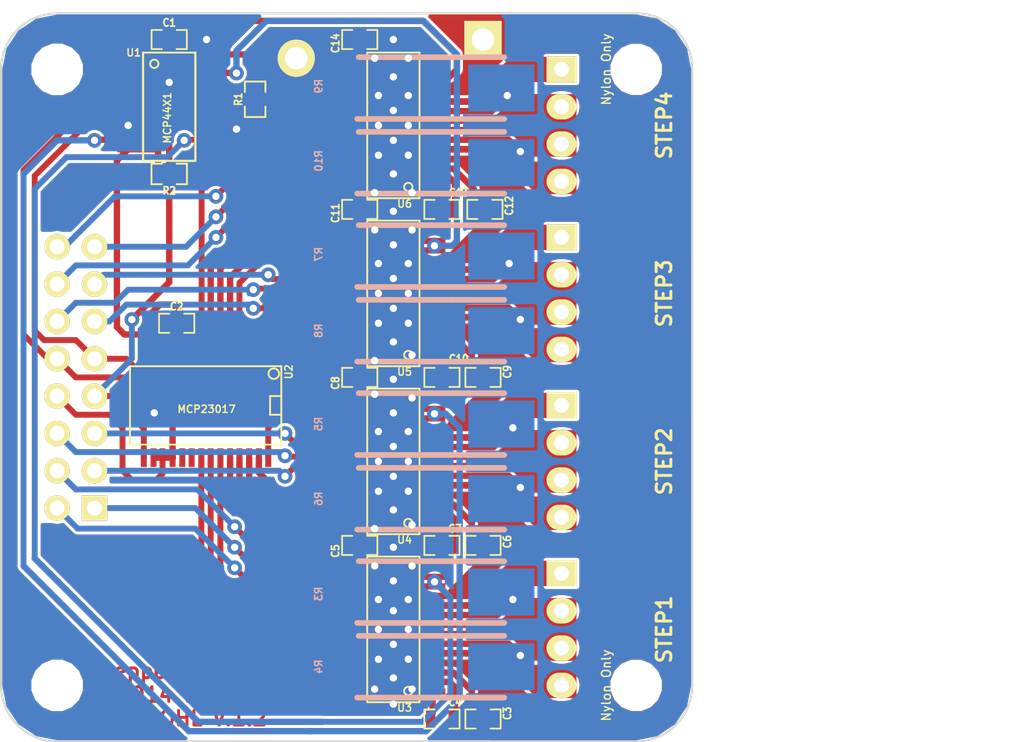
<source format=kicad_pcb>
(kicad_pcb (version 4) (host pcbnew "(2014-08-05 BZR 5054)-product")

  (general
    (links 149)
    (no_connects 0)
    (area 102.540999 76.632999 149.681001 126.313001)
    (thickness 1.6)
    (drawings 12)
    (tracks 536)
    (zones 0)
    (modules 40)
    (nets 81)
  )

  (page A4)
  (layers
    (0 F.Cu signal)
    (31 B.Cu signal)
    (32 B.Adhes user hide)
    (33 F.Adhes user hide)
    (34 B.Paste user)
    (35 F.Paste user)
    (36 B.SilkS user hide)
    (37 F.SilkS user hide)
    (38 B.Mask user)
    (39 F.Mask user)
    (40 Dwgs.User user)
    (41 Cmts.User user)
    (42 Eco1.User user)
    (43 Eco2.User user)
    (44 Edge.Cuts user)
    (45 Margin user)
    (46 B.CrtYd user)
    (47 F.CrtYd user)
    (48 B.Fab user)
    (49 F.Fab user)
  )

  (setup
    (last_trace_width 0.4318)
    (user_trace_width 0.4)
    (user_trace_width 1)
    (trace_clearance 0.2)
    (zone_clearance 0)
    (zone_45_only yes)
    (trace_min 0.2)
    (segment_width 0.2)
    (edge_width 0.15)
    (via_size 1)
    (via_drill 0.5)
    (via_min_size 0.889)
    (via_min_drill 0.3)
    (uvia_size 0.508)
    (uvia_drill 0.127)
    (uvias_allowed no)
    (uvia_min_size 0.508)
    (uvia_min_drill 0.127)
    (pcb_text_width 0.3)
    (pcb_text_size 1.5 1.5)
    (mod_edge_width 0.15)
    (mod_text_size 0.5 0.5)
    (mod_text_width 0.1)
    (pad_size 1.7272 1.7272)
    (pad_drill 1.016)
    (pad_to_mask_clearance 0.2)
    (aux_axis_origin 102.616 126.238)
    (grid_origin 102.616 126.238)
    (visible_elements FFFFFF7F)
    (pcbplotparams
      (layerselection 0x000f0_80000001)
      (usegerberextensions false)
      (excludeedgelayer true)
      (linewidth 0.150000)
      (plotframeref false)
      (viasonmask false)
      (mode 1)
      (useauxorigin false)
      (hpglpennumber 1)
      (hpglpenspeed 20)
      (hpglpendiameter 15)
      (hpglpenoverlay 2)
      (psnegative false)
      (psa4output false)
      (plotreference true)
      (plotvalue true)
      (plotinvisibletext false)
      (padsonsilk false)
      (subtractmaskfromsilk false)
      (outputformat 1)
      (mirror false)
      (drillshape 0)
      (scaleselection 1)
      (outputdirectory Out/))
  )

  (net 0 "")
  (net 1 +3.3V)
  (net 2 GND)
  (net 3 +24V)
  (net 4 "Net-(C10-Pad2)")
  (net 5 "Net-(C11-Pad1)")
  (net 6 "Net-(C3-Pad2)")
  (net 7 "Net-(C4-Pad1)")
  (net 8 "Net-(C4-Pad2)")
  (net 9 "Net-(C5-Pad1)")
  (net 10 "Net-(C6-Pad2)")
  (net 11 "Net-(C7-Pad1)")
  (net 12 "Net-(C7-Pad2)")
  (net 13 "Net-(C8-Pad1)")
  (net 14 "Net-(C9-Pad2)")
  (net 15 "Net-(C10-Pad1)")
  (net 16 "Net-(C12-Pad2)")
  (net 17 "Net-(C13-Pad1)")
  (net 18 "Net-(C13-Pad2)")
  (net 19 "Net-(C14-Pad1)")
  (net 20 "Net-(R1-Pad2)")
  (net 21 "Net-(R2-Pad2)")
  (net 22 "Net-(R3-Pad1)")
  (net 23 "Net-(R4-Pad1)")
  (net 24 "Net-(R5-Pad1)")
  (net 25 "Net-(R6-Pad1)")
  (net 26 "Net-(R7-Pad1)")
  (net 27 "Net-(R8-Pad1)")
  (net 28 "Net-(R9-Pad1)")
  (net 29 "Net-(R10-Pad1)")
  (net 30 /Stepper1/PW)
  (net 31 /SCL)
  (net 32 /SDA)
  (net 33 /Stepper0/PW)
  (net 34 /ADD)
  (net 35 /Stepper2/PW)
  (net 36 /Stepper3/PW)
  (net 37 /Stepper2/MODE2)
  (net 38 /Stepper2/MODE1)
  (net 39 /Stepper2/MODE0)
  (net 40 /Stepper2/DECAY)
  (net 41 /Stepper3/MODE2)
  (net 42 /Stepper3/MODE1)
  (net 43 /Stepper3/MODE0)
  (net 44 /Stepper3/DECAY)
  (net 45 /Stepper0/MODE2)
  (net 46 /Stepper0/MODE1)
  (net 47 /Stepper0/MODE0)
  (net 48 /Stepper0/DECAY)
  (net 49 /Stepper1/MODE2)
  (net 50 /Stepper1/MODE1)
  (net 51 /Stepper1/MODE0)
  (net 52 /Stepper1/DECAY)
  (net 53 /Stepper0/DIR)
  (net 54 /Stepper0/EN)
  (net 55 /Stepper0/STEP)
  (net 56 /Stepper1/DIR)
  (net 57 /Stepper1/EN)
  (net 58 /Stepper1/STEP)
  (net 59 /Stepper2/DIR)
  (net 60 /Stepper2/EN)
  (net 61 /Stepper2/STEP)
  (net 62 /Stepper3/DIR)
  (net 63 /Stepper3/EN)
  (net 64 /Stepper3/STEP)
  (net 65 "Net-(STEP1-Pad2)")
  (net 66 "Net-(STEP1-Pad3)")
  (net 67 "Net-(STEP1-Pad1)")
  (net 68 "Net-(STEP1-Pad4)")
  (net 69 "Net-(STEP2-Pad2)")
  (net 70 "Net-(STEP2-Pad3)")
  (net 71 "Net-(STEP2-Pad1)")
  (net 72 "Net-(STEP2-Pad4)")
  (net 73 "Net-(STEP3-Pad2)")
  (net 74 "Net-(STEP3-Pad3)")
  (net 75 "Net-(STEP3-Pad1)")
  (net 76 "Net-(STEP3-Pad4)")
  (net 77 "Net-(STEP4-Pad2)")
  (net 78 "Net-(STEP4-Pad3)")
  (net 79 "Net-(STEP4-Pad1)")
  (net 80 "Net-(STEP4-Pad4)")

  (net_class Default "This is the default net class."
    (clearance 0.2)
    (trace_width 0.4318)
    (via_dia 1)
    (via_drill 0.5)
    (uvia_dia 0.508)
    (uvia_drill 0.127)
    (add_net +24V)
    (add_net +3.3V)
    (add_net /ADD)
    (add_net /SCL)
    (add_net /SDA)
    (add_net /Stepper0/DECAY)
    (add_net /Stepper0/DIR)
    (add_net /Stepper0/EN)
    (add_net /Stepper0/MODE0)
    (add_net /Stepper0/MODE1)
    (add_net /Stepper0/MODE2)
    (add_net /Stepper0/PW)
    (add_net /Stepper0/STEP)
    (add_net /Stepper1/DECAY)
    (add_net /Stepper1/DIR)
    (add_net /Stepper1/EN)
    (add_net /Stepper1/MODE0)
    (add_net /Stepper1/MODE1)
    (add_net /Stepper1/MODE2)
    (add_net /Stepper1/PW)
    (add_net /Stepper1/STEP)
    (add_net /Stepper2/DECAY)
    (add_net /Stepper2/DIR)
    (add_net /Stepper2/EN)
    (add_net /Stepper2/MODE0)
    (add_net /Stepper2/MODE1)
    (add_net /Stepper2/MODE2)
    (add_net /Stepper2/PW)
    (add_net /Stepper2/STEP)
    (add_net /Stepper3/DECAY)
    (add_net /Stepper3/DIR)
    (add_net /Stepper3/EN)
    (add_net /Stepper3/MODE0)
    (add_net /Stepper3/MODE1)
    (add_net /Stepper3/MODE2)
    (add_net /Stepper3/PW)
    (add_net /Stepper3/STEP)
    (add_net GND)
    (add_net "Net-(C10-Pad1)")
    (add_net "Net-(C10-Pad2)")
    (add_net "Net-(C11-Pad1)")
    (add_net "Net-(C12-Pad2)")
    (add_net "Net-(C13-Pad1)")
    (add_net "Net-(C13-Pad2)")
    (add_net "Net-(C14-Pad1)")
    (add_net "Net-(C3-Pad2)")
    (add_net "Net-(C4-Pad1)")
    (add_net "Net-(C4-Pad2)")
    (add_net "Net-(C5-Pad1)")
    (add_net "Net-(C6-Pad2)")
    (add_net "Net-(C7-Pad1)")
    (add_net "Net-(C7-Pad2)")
    (add_net "Net-(C8-Pad1)")
    (add_net "Net-(C9-Pad2)")
    (add_net "Net-(R1-Pad2)")
    (add_net "Net-(R10-Pad1)")
    (add_net "Net-(R2-Pad2)")
    (add_net "Net-(R3-Pad1)")
    (add_net "Net-(R4-Pad1)")
    (add_net "Net-(R5-Pad1)")
    (add_net "Net-(R6-Pad1)")
    (add_net "Net-(R7-Pad1)")
    (add_net "Net-(R8-Pad1)")
    (add_net "Net-(R9-Pad1)")
    (add_net "Net-(STEP1-Pad1)")
    (add_net "Net-(STEP1-Pad2)")
    (add_net "Net-(STEP1-Pad3)")
    (add_net "Net-(STEP1-Pad4)")
    (add_net "Net-(STEP2-Pad1)")
    (add_net "Net-(STEP2-Pad2)")
    (add_net "Net-(STEP2-Pad3)")
    (add_net "Net-(STEP2-Pad4)")
    (add_net "Net-(STEP3-Pad1)")
    (add_net "Net-(STEP3-Pad2)")
    (add_net "Net-(STEP3-Pad3)")
    (add_net "Net-(STEP3-Pad4)")
    (add_net "Net-(STEP4-Pad1)")
    (add_net "Net-(STEP4-Pad2)")
    (add_net "Net-(STEP4-Pad3)")
    (add_net "Net-(STEP4-Pad4)")
  )

  (module Connect:bornier2 (layer F.Cu) (tedit 53EE4665) (tstamp 53EE0785)
    (at 125.222 78.486 180)
    (descr "Bornier d'alimentation 2 pins")
    (tags DEV)
    (path /53F13CA0)
    (fp_text reference WINGPWR1 (at 0 -5.08 180) (layer F.SilkS) hide
      (effects (font (size 0.5 0.5) (thickness 0.1)))
    )
    (fp_text value WINGPWR (at 0 5.08 180) (layer F.SilkS) hide
      (effects (font (size 0.5 0.5) (thickness 0.1)))
    )
    (pad 1 thru_hole rect (at -10.16 0 180) (size 2.54 2.54) (drill 1.524) (layers *.Cu *.Mask F.SilkS)
      (net 3 +24V))
    (pad 2 thru_hole circle (at 2.54 -1.27 180) (size 2.54 2.54) (drill 1.524) (layers *.Cu *.Mask F.SilkS)
      (net 2 GND))
  )

  (module Pin_Headers:Pin_Header_Angled_1x04 (layer F.Cu) (tedit 53EE23C7) (tstamp 53EE060B)
    (at 140.716 107.188 270)
    (descr "1 pin")
    (tags "CONN DEV")
    (path /53ED3880/53ECC2D8)
    (fp_text reference STEP2 (at 0 -6.985 270) (layer F.SilkS)
      (effects (font (size 1 1) (thickness 0.2)))
    )
    (fp_text value STEP (at 0 0 270) (layer F.SilkS) hide
      (effects (font (size 0.5 0.5) (thickness 0.1)))
    )
    (pad 1 thru_hole rect (at -3.81 0 270) (size 1.7272 2.032) (drill 1.016) (layers *.Cu *.Mask F.SilkS)
      (net 71 "Net-(STEP2-Pad1)"))
    (pad 2 thru_hole oval (at -1.27 0 270) (size 1.7272 2.032) (drill 1.016) (layers *.Cu *.Mask F.SilkS)
      (net 69 "Net-(STEP2-Pad2)"))
    (pad 3 thru_hole oval (at 1.27 0 270) (size 1.7272 2.032) (drill 1.016) (layers *.Cu *.Mask F.SilkS)
      (net 70 "Net-(STEP2-Pad3)"))
    (pad 4 thru_hole oval (at 3.81 0 270) (size 1.7272 2.032) (drill 1.016) (layers *.Cu *.Mask F.SilkS)
      (net 72 "Net-(STEP2-Pad4)"))
    (model Pin_Headers/Pin_Header_Angled_1x04.wrl
      (at (xyz 0 0 0))
      (scale (xyz 1 1 1))
      (rotate (xyz 0 0 0))
    )
  )

  (module Pin_Headers:Pin_Header_Angled_1x04 (layer F.Cu) (tedit 53EE23C9) (tstamp 53EB6F1E)
    (at 140.716 95.758 270)
    (descr "1 pin")
    (tags "CONN DEV")
    (path /53ED4C50/53ECC2D8)
    (fp_text reference STEP3 (at 0 -6.985 270) (layer F.SilkS)
      (effects (font (size 1 1) (thickness 0.2)))
    )
    (fp_text value STEP (at 0 0 270) (layer F.SilkS) hide
      (effects (font (size 0.5 0.5) (thickness 0.1)))
    )
    (pad 1 thru_hole rect (at -3.81 0 270) (size 1.7272 2.032) (drill 1.016) (layers *.Cu *.Mask F.SilkS)
      (net 75 "Net-(STEP3-Pad1)"))
    (pad 2 thru_hole oval (at -1.27 0 270) (size 1.7272 2.032) (drill 1.016) (layers *.Cu *.Mask F.SilkS)
      (net 73 "Net-(STEP3-Pad2)"))
    (pad 3 thru_hole oval (at 1.27 0 270) (size 1.7272 2.032) (drill 1.016) (layers *.Cu *.Mask F.SilkS)
      (net 74 "Net-(STEP3-Pad3)"))
    (pad 4 thru_hole oval (at 3.81 0 270) (size 1.7272 2.032) (drill 1.016) (layers *.Cu *.Mask F.SilkS)
      (net 76 "Net-(STEP3-Pad4)"))
    (model Pin_Headers/Pin_Header_Angled_1x04.wrl
      (at (xyz 0 0 0))
      (scale (xyz 1 1 1))
      (rotate (xyz 0 0 0))
    )
  )

  (module Pin_Headers:Pin_Header_Angled_1x04 (layer F.Cu) (tedit 53EE23C4) (tstamp 53EB6EC4)
    (at 140.716 118.618 270)
    (descr "1 pin")
    (tags "CONN DEV")
    (path /53ECBFB0/53ECC2D8)
    (fp_text reference STEP1 (at 0 -6.985 270) (layer F.SilkS)
      (effects (font (size 1 1) (thickness 0.2)))
    )
    (fp_text value STEP (at 0 0 270) (layer F.SilkS) hide
      (effects (font (size 0.5 0.5) (thickness 0.1)))
    )
    (pad 1 thru_hole rect (at -3.81 0 270) (size 1.7272 2.032) (drill 1.016) (layers *.Cu *.Mask F.SilkS)
      (net 67 "Net-(STEP1-Pad1)"))
    (pad 2 thru_hole oval (at -1.27 0 270) (size 1.7272 2.032) (drill 1.016) (layers *.Cu *.Mask F.SilkS)
      (net 65 "Net-(STEP1-Pad2)"))
    (pad 3 thru_hole oval (at 1.27 0 270) (size 1.7272 2.032) (drill 1.016) (layers *.Cu *.Mask F.SilkS)
      (net 66 "Net-(STEP1-Pad3)"))
    (pad 4 thru_hole oval (at 3.81 0 270) (size 1.7272 2.032) (drill 1.016) (layers *.Cu *.Mask F.SilkS)
      (net 68 "Net-(STEP1-Pad4)"))
    (model Pin_Headers/Pin_Header_Angled_1x04.wrl
      (at (xyz 0 0 0))
      (scale (xyz 1 1 1))
      (rotate (xyz 0 0 0))
    )
  )

  (module Pin_Headers:Pin_Header_Angled_1x04 (layer F.Cu) (tedit 53EE23CB) (tstamp 53EE063D)
    (at 140.716 84.328 270)
    (descr "1 pin")
    (tags "CONN DEV")
    (path /53ED5372/53ECC2D8)
    (fp_text reference STEP4 (at 0 -6.985 270) (layer F.SilkS)
      (effects (font (size 1 1) (thickness 0.2)))
    )
    (fp_text value STEP (at 0 0 270) (layer F.SilkS) hide
      (effects (font (size 0.5 0.5) (thickness 0.1)))
    )
    (pad 1 thru_hole rect (at -3.81 0 270) (size 1.7272 2.032) (drill 1.016) (layers *.Cu *.Mask F.SilkS)
      (net 79 "Net-(STEP4-Pad1)"))
    (pad 2 thru_hole oval (at -1.27 0 270) (size 1.7272 2.032) (drill 1.016) (layers *.Cu *.Mask F.SilkS)
      (net 77 "Net-(STEP4-Pad2)"))
    (pad 3 thru_hole oval (at 1.27 0 270) (size 1.7272 2.032) (drill 1.016) (layers *.Cu *.Mask F.SilkS)
      (net 78 "Net-(STEP4-Pad3)"))
    (pad 4 thru_hole oval (at 3.81 0 270) (size 1.7272 2.032) (drill 1.016) (layers *.Cu *.Mask F.SilkS)
      (net 80 "Net-(STEP4-Pad4)"))
    (model Pin_Headers/Pin_Header_Angled_1x04.wrl
      (at (xyz 0 0 0))
      (scale (xyz 1 1 1))
      (rotate (xyz 0 0 0))
    )
  )

  (module Pin_Headers:Pin_Header_Angled_2x08 (layer F.Cu) (tedit 53EE47B1) (tstamp 53EE077A)
    (at 107.696 101.473 90)
    (descr "1 pin")
    (tags "CONN DEV")
    (path /53F13C93)
    (fp_text reference WING1 (at 0 -3.81 90) (layer F.SilkS) hide
      (effects (font (size 0.5 0.5) (thickness 0.1)))
    )
    (fp_text value WINGSTEP (at 0 0 90) (layer F.SilkS) hide
      (effects (font (size 0.5 0.5) (thickness 0.1)))
    )
    (pad 1 thru_hole rect (at -8.89 1.27 90) (size 1.7272 1.7272) (drill 1.016) (layers *.Cu *.Mask F.SilkS)
      (net 54 /Stepper0/EN))
    (pad 2 thru_hole oval (at -8.89 -1.27 90) (size 1.7272 1.7272) (drill 1.016) (layers *.Cu *.Mask F.SilkS)
      (net 55 /Stepper0/STEP))
    (pad 3 thru_hole oval (at -6.35 1.27 90) (size 1.7272 1.7272) (drill 1.016) (layers *.Cu *.Mask F.SilkS)
      (net 58 /Stepper1/STEP))
    (pad 4 thru_hole oval (at -6.35 -1.27 90) (size 1.7272 1.7272) (drill 1.016) (layers *.Cu *.Mask F.SilkS)
      (net 53 /Stepper0/DIR))
    (pad 5 thru_hole oval (at -3.81 1.27 90) (size 1.7272 1.7272) (drill 1.016) (layers *.Cu *.Mask F.SilkS)
      (net 56 /Stepper1/DIR))
    (pad 6 thru_hole oval (at -3.81 -1.27 90) (size 1.7272 1.7272) (drill 1.016) (layers *.Cu *.Mask F.SilkS)
      (net 57 /Stepper1/EN))
    (pad 7 thru_hole oval (at -1.27 1.27 90) (size 1.7272 1.7272) (drill 1.016) (layers *.Cu *.Mask F.SilkS)
      (net 34 /ADD))
    (pad 8 thru_hole oval (at -1.27 -1.27 90) (size 1.7272 1.7272) (drill 1.016) (layers *.Cu *.Mask F.SilkS)
      (net 1 +3.3V))
    (pad 9 thru_hole oval (at 1.27 1.27 90) (size 1.7272 1.7272) (drill 1.016) (layers *.Cu *.Mask F.SilkS)
      (net 32 /SDA))
    (pad 10 thru_hole oval (at 1.27 -1.27 90) (size 1.7272 1.7272) (drill 1.016) (layers *.Cu *.Mask F.SilkS)
      (net 31 /SCL))
    (pad 11 thru_hole oval (at 3.81 1.27 90) (size 1.7272 1.7272) (drill 1.016) (layers *.Cu *.Mask F.SilkS)
      (net 61 /Stepper2/STEP))
    (pad 12 thru_hole oval (at 3.81 -1.27 90) (size 1.7272 1.7272) (drill 1.016) (layers *.Cu *.Mask F.SilkS)
      (net 60 /Stepper2/EN))
    (pad 13 thru_hole oval (at 6.35 1.27 90) (size 1.7272 1.7272) (drill 1.016) (layers *.Cu *.Mask F.SilkS)
      (net 59 /Stepper2/DIR))
    (pad 14 thru_hole oval (at 6.35 -1.27 90) (size 1.7272 1.7272) (drill 1.016) (layers *.Cu *.Mask F.SilkS)
      (net 64 /Stepper3/STEP))
    (pad 15 thru_hole oval (at 8.89 1.27 90) (size 1.7272 1.7272) (drill 1.016) (layers *.Cu *.Mask F.SilkS)
      (net 63 /Stepper3/EN))
    (pad 16 thru_hole oval (at 8.89 -1.27 90) (size 1.7272 1.7272) (drill 1.016) (layers *.Cu *.Mask F.SilkS)
      (net 62 /Stepper3/DIR))
    (model Pin_Headers/Pin_Header_Angled_2x08.wrl
      (at (xyz 0 0 0))
      (scale (xyz 1 1 1))
      (rotate (xyz 0 0 0))
    )
  )

  (module SMD_Packages:SSOP-28 (layer F.Cu) (tedit 53EE1AEB) (tstamp 53EAD130)
    (at 116.586 103.378 180)
    (descr "SSOP 28 pins")
    (tags "CMS SSOP SMD")
    (path /53F0EA54)
    (attr smd)
    (fp_text reference U2 (at -5.588 2.286 450) (layer F.SilkS)
      (effects (font (size 0.5 0.5) (thickness 0.1)))
    )
    (fp_text value MCP23017 (at 0 -0.254 180) (layer F.SilkS)
      (effects (font (size 0.5 0.5) (thickness 0.1)))
    )
    (fp_circle (center -4.572 2.159) (end -4.826 1.905) (layer F.SilkS) (width 0.127))
    (fp_line (start -5.08 -0.635) (end -4.318 -0.635) (layer F.SilkS) (width 0.127))
    (fp_line (start -4.318 -0.635) (end -4.318 0.635) (layer F.SilkS) (width 0.127))
    (fp_line (start -4.318 0.635) (end -5.08 0.635) (layer F.SilkS) (width 0.127))
    (fp_line (start 5.207 2.667) (end -5.08 2.667) (layer F.SilkS) (width 0.127))
    (fp_line (start -5.08 -2.667) (end 5.207 -2.667) (layer F.SilkS) (width 0.127))
    (fp_line (start -5.08 -2.667) (end -5.08 2.667) (layer F.SilkS) (width 0.127))
    (fp_line (start 5.207 -2.667) (end 5.207 2.667) (layer F.SilkS) (width 0.127))
    (pad 1 smd rect (at -4.191 3.556 180) (size 0.4064 1.27) (layers F.Cu F.Paste F.Mask)
      (net 37 /Stepper2/MODE2))
    (pad 2 smd rect (at -3.556 3.556 180) (size 0.4064 1.27) (layers F.Cu F.Paste F.Mask)
      (net 38 /Stepper2/MODE1))
    (pad 3 smd rect (at -2.8956 3.556 180) (size 0.4064 1.27) (layers F.Cu F.Paste F.Mask)
      (net 39 /Stepper2/MODE0))
    (pad 4 smd rect (at -2.2352 3.556 180) (size 0.4064 1.27) (layers F.Cu F.Paste F.Mask)
      (net 40 /Stepper2/DECAY))
    (pad 5 smd rect (at -1.6002 3.556 180) (size 0.4064 1.27) (layers F.Cu F.Paste F.Mask)
      (net 41 /Stepper3/MODE2))
    (pad 6 smd rect (at -0.9398 3.556 180) (size 0.4064 1.27) (layers F.Cu F.Paste F.Mask)
      (net 42 /Stepper3/MODE1))
    (pad 7 smd rect (at -0.2794 3.556 180) (size 0.4064 1.27) (layers F.Cu F.Paste F.Mask)
      (net 43 /Stepper3/MODE0))
    (pad 8 smd rect (at 0.3556 3.556 180) (size 0.4064 1.27) (layers F.Cu F.Paste F.Mask)
      (net 44 /Stepper3/DECAY))
    (pad 9 smd rect (at 1.016 3.556 180) (size 0.4064 1.27) (layers F.Cu F.Paste F.Mask)
      (net 1 +3.3V))
    (pad 10 smd rect (at 1.651 3.556 180) (size 0.4064 1.27) (layers F.Cu F.Paste F.Mask)
      (net 2 GND))
    (pad 11 smd rect (at 2.3114 3.556 180) (size 0.4064 1.27) (layers F.Cu F.Paste F.Mask))
    (pad 12 smd rect (at 2.9718 3.556 180) (size 0.4064 1.27) (layers F.Cu F.Paste F.Mask)
      (net 31 /SCL))
    (pad 13 smd rect (at 3.6068 3.556 180) (size 0.4064 1.27) (layers F.Cu F.Paste F.Mask)
      (net 32 /SDA))
    (pad 14 smd rect (at 4.2672 3.556 180) (size 0.4064 1.27) (layers F.Cu F.Paste F.Mask))
    (pad 15 smd rect (at 4.2672 -3.556 180) (size 0.4064 1.27) (layers F.Cu F.Paste F.Mask)
      (net 34 /ADD))
    (pad 16 smd rect (at 3.6068 -3.556 180) (size 0.4064 1.27) (layers F.Cu F.Paste F.Mask)
      (net 1 +3.3V))
    (pad 17 smd rect (at 2.9972 -3.556 180) (size 0.4064 1.27) (layers F.Cu F.Paste F.Mask)
      (net 1 +3.3V))
    (pad 18 smd rect (at 2.3114 -3.556 180) (size 0.4064 1.27) (layers F.Cu F.Paste F.Mask)
      (net 1 +3.3V))
    (pad 19 smd rect (at 1.651 -3.556 180) (size 0.4064 1.27) (layers F.Cu F.Paste F.Mask))
    (pad 20 smd rect (at 1.016 -3.556 180) (size 0.4064 1.27) (layers F.Cu F.Paste F.Mask))
    (pad 21 smd rect (at 0.3556 -3.556 180) (size 0.4064 1.27) (layers F.Cu F.Paste F.Mask)
      (net 45 /Stepper0/MODE2))
    (pad 22 smd rect (at -0.2794 -3.556 180) (size 0.4064 1.27) (layers F.Cu F.Paste F.Mask)
      (net 46 /Stepper0/MODE1))
    (pad 23 smd rect (at -0.9398 -3.556 180) (size 0.4064 1.27) (layers F.Cu F.Paste F.Mask)
      (net 47 /Stepper0/MODE0))
    (pad 24 smd rect (at -1.6002 -3.556 180) (size 0.4064 1.27) (layers F.Cu F.Paste F.Mask)
      (net 48 /Stepper0/DECAY))
    (pad 25 smd rect (at -2.2352 -3.556 180) (size 0.4064 1.27) (layers F.Cu F.Paste F.Mask)
      (net 49 /Stepper1/MODE2))
    (pad 26 smd rect (at -2.8956 -3.556 180) (size 0.4064 1.27) (layers F.Cu F.Paste F.Mask)
      (net 50 /Stepper1/MODE1))
    (pad 27 smd rect (at -3.556 -3.556 180) (size 0.4064 1.27) (layers F.Cu F.Paste F.Mask)
      (net 51 /Stepper1/MODE0))
    (pad 28 smd rect (at -4.191 -3.556 180) (size 0.4064 1.27) (layers F.Cu F.Paste F.Mask)
      (net 52 /Stepper1/DECAY))
    (model smd/cms_soj28.wrl
      (at (xyz 0 0 0))
      (scale (xyz 0.2560000121593475 0.5 0.25))
      (rotate (xyz 0 0 0))
    )
  )

  (module Local:TSSOP-28 (layer F.Cu) (tedit 53EE1B3B) (tstamp 53E9249C)
    (at 129.286 84.328 90)
    (descr TSSOP-28)
    (path /53ED5372/53ECC27B)
    (attr smd)
    (fp_text reference U6 (at -5.334 0.762 180) (layer F.SilkS)
      (effects (font (size 0.5 0.5) (thickness 0.1)))
    )
    (fp_text value DRV8825 (at -0.254 0 90) (layer F.SilkS) hide
      (effects (font (size 0.5 0.5) (thickness 0.1)))
    )
    (fp_line (start -4.953 -1.778) (end -4.953 1.778) (layer F.SilkS) (width 0.127))
    (fp_line (start 4.953 -1.778) (end 4.953 1.778) (layer F.SilkS) (width 0.127))
    (fp_line (start 4.953 -1.778) (end -4.953 -1.778) (layer F.SilkS) (width 0.127))
    (fp_line (start -4.953 1.778) (end 4.953 1.778) (layer F.SilkS) (width 0.127))
    (fp_circle (center -4.191 1.016) (end -4.318 1.27) (layer F.SilkS) (width 0.127))
    (pad 7 smd rect (at -0.32512 2.79908 90) (size 0.4191 1.47066) (layers F.Cu F.Paste F.Mask)
      (net 78 "Net-(STEP4-Pad3)"))
    (pad 8 smd rect (at 0.32512 2.79908 90) (size 0.4191 1.47066) (layers F.Cu F.Paste F.Mask)
      (net 77 "Net-(STEP4-Pad2)"))
    (pad 9 smd rect (at 0.97536 2.79908 90) (size 0.4191 1.47066) (layers F.Cu F.Paste F.Mask)
      (net 28 "Net-(R9-Pad1)"))
    (pad 10 smd rect (at 1.6256 2.79908 90) (size 0.4191 1.47066) (layers F.Cu F.Paste F.Mask)
      (net 79 "Net-(STEP4-Pad1)"))
    (pad 25 smd rect (at -2.26568 -2.794 90) (size 0.4191 1.47066) (layers F.Cu F.Paste F.Mask)
      (net 42 /Stepper3/MODE1))
    (pad 4 smd rect (at -2.27584 2.79908 90) (size 0.4191 1.47066) (layers F.Cu F.Paste F.Mask)
      (net 3 +24V))
    (pad 5 smd rect (at -1.6256 2.79908 90) (size 0.4191 1.47066) (layers F.Cu F.Paste F.Mask)
      (net 80 "Net-(STEP4-Pad4)"))
    (pad 6 smd rect (at -0.97536 2.79908 90) (size 0.4191 1.47066) (layers F.Cu F.Paste F.Mask)
      (net 29 "Net-(R10-Pad1)"))
    (pad 18 smd rect (at 2.27584 -2.79908 90) (size 0.4191 1.47066) (layers F.Cu F.Paste F.Mask))
    (pad 19 smd rect (at 1.6256 -2.79908 90) (size 0.4191 1.47066) (layers F.Cu F.Paste F.Mask)
      (net 44 /Stepper3/DECAY))
    (pad 20 smd rect (at 0.97536 -2.79908 90) (size 0.4191 1.47066) (layers F.Cu F.Paste F.Mask)
      (net 62 /Stepper3/DIR))
    (pad 21 smd rect (at 0.32512 -2.79908 90) (size 0.4191 1.47066) (layers F.Cu F.Paste F.Mask)
      (net 63 /Stepper3/EN))
    (pad 22 smd rect (at -0.32512 -2.79908 90) (size 0.4191 1.47066) (layers F.Cu F.Paste F.Mask)
      (net 64 /Stepper3/STEP))
    (pad 23 smd rect (at -0.97536 -2.79908 90) (size 0.4191 1.47066) (layers F.Cu F.Paste F.Mask))
    (pad 11 smd rect (at 2.27584 2.79908 90) (size 0.4191 1.47066) (layers F.Cu F.Paste F.Mask)
      (net 3 +24V))
    (pad 24 smd rect (at -1.6256 -2.794 90) (size 0.4191 1.47066) (layers F.Cu F.Paste F.Mask)
      (net 43 /Stepper3/MODE0))
    (pad 3 smd rect (at -2.92608 2.79908 90) (size 0.4191 1.47066) (layers F.Cu F.Paste F.Mask)
      (net 16 "Net-(C12-Pad2)"))
    (pad 12 smd rect (at 2.92608 2.79908 90) (size 0.4191 1.47066) (layers F.Cu F.Paste F.Mask)
      (net 36 /Stepper3/PW))
    (pad 17 smd rect (at 2.92608 -2.79908 90) (size 0.4191 1.47066) (layers F.Cu F.Paste F.Mask)
      (net 19 "Net-(C14-Pad1)"))
    (pad 26 smd rect (at -2.92608 -2.79908 90) (size 0.4191 1.47066) (layers F.Cu F.Paste F.Mask)
      (net 41 /Stepper3/MODE2))
    (pad 2 smd rect (at -3.57378 2.79908 90) (size 0.4191 1.47066) (layers F.Cu F.Paste F.Mask)
      (net 17 "Net-(C13-Pad1)"))
    (pad 13 smd rect (at 3.57378 2.79908 90) (size 0.4191 1.47066) (layers F.Cu F.Paste F.Mask)
      (net 36 /Stepper3/PW))
    (pad 16 smd rect (at 3.57378 -2.79908 90) (size 0.4191 1.47066) (layers F.Cu F.Paste F.Mask)
      (net 19 "Net-(C14-Pad1)"))
    (pad 27 smd rect (at -3.57378 -2.79908 90) (size 0.4191 1.47066) (layers F.Cu F.Paste F.Mask))
    (pad 1 smd rect (at -4.22402 2.79908 90) (size 0.4191 1.47066) (layers F.Cu F.Paste F.Mask)
      (net 18 "Net-(C13-Pad2)"))
    (pad 14 smd rect (at 4.22402 2.79908 90) (size 0.4191 1.47066) (layers F.Cu F.Paste F.Mask)
      (net 2 GND))
    (pad 15 smd rect (at 4.22402 -2.79908 90) (size 0.4191 1.47066) (layers F.Cu F.Paste F.Mask)
      (net 19 "Net-(C14-Pad1)"))
    (pad 28 smd rect (at -4.22402 -2.79908 90) (size 0.4191 1.47066) (layers F.Cu F.Paste F.Mask)
      (net 2 GND))
    (pad 28 smd rect (at 0 0 90) (size 5.18 3.1) (layers F.Cu F.Paste F.Mask)
      (net 2 GND))
    (model smd/smd_dil/tssop-28.wrl
      (at (xyz 0 0 0))
      (scale (xyz 1 1 1))
      (rotate (xyz 0 0 0))
    )
  )

  (module Local:TSSOP-28 (layer F.Cu) (tedit 53EE1B4B) (tstamp 53E9247C)
    (at 129.286 95.758 90)
    (descr TSSOP-28)
    (path /53ED4C50/53ECC27B)
    (attr smd)
    (fp_text reference U5 (at -5.334 0.762 180) (layer F.SilkS)
      (effects (font (size 0.5 0.5) (thickness 0.1)))
    )
    (fp_text value DRV8825 (at -0.762 0 90) (layer F.SilkS) hide
      (effects (font (size 0.5 0.5) (thickness 0.1)))
    )
    (fp_line (start -4.953 -1.778) (end -4.953 1.778) (layer F.SilkS) (width 0.127))
    (fp_line (start 4.953 -1.778) (end 4.953 1.778) (layer F.SilkS) (width 0.127))
    (fp_line (start 4.953 -1.778) (end -4.953 -1.778) (layer F.SilkS) (width 0.127))
    (fp_line (start -4.953 1.778) (end 4.953 1.778) (layer F.SilkS) (width 0.127))
    (fp_circle (center -4.191 1.016) (end -4.318 1.27) (layer F.SilkS) (width 0.127))
    (pad 7 smd rect (at -0.32512 2.79908 90) (size 0.4191 1.47066) (layers F.Cu F.Paste F.Mask)
      (net 74 "Net-(STEP3-Pad3)"))
    (pad 8 smd rect (at 0.32512 2.79908 90) (size 0.4191 1.47066) (layers F.Cu F.Paste F.Mask)
      (net 73 "Net-(STEP3-Pad2)"))
    (pad 9 smd rect (at 0.97536 2.79908 90) (size 0.4191 1.47066) (layers F.Cu F.Paste F.Mask)
      (net 26 "Net-(R7-Pad1)"))
    (pad 10 smd rect (at 1.6256 2.79908 90) (size 0.4191 1.47066) (layers F.Cu F.Paste F.Mask)
      (net 75 "Net-(STEP3-Pad1)"))
    (pad 25 smd rect (at -2.26568 -2.794 90) (size 0.4191 1.47066) (layers F.Cu F.Paste F.Mask)
      (net 38 /Stepper2/MODE1))
    (pad 4 smd rect (at -2.27584 2.79908 90) (size 0.4191 1.47066) (layers F.Cu F.Paste F.Mask)
      (net 3 +24V))
    (pad 5 smd rect (at -1.6256 2.79908 90) (size 0.4191 1.47066) (layers F.Cu F.Paste F.Mask)
      (net 76 "Net-(STEP3-Pad4)"))
    (pad 6 smd rect (at -0.97536 2.79908 90) (size 0.4191 1.47066) (layers F.Cu F.Paste F.Mask)
      (net 27 "Net-(R8-Pad1)"))
    (pad 18 smd rect (at 2.27584 -2.79908 90) (size 0.4191 1.47066) (layers F.Cu F.Paste F.Mask))
    (pad 19 smd rect (at 1.6256 -2.79908 90) (size 0.4191 1.47066) (layers F.Cu F.Paste F.Mask)
      (net 40 /Stepper2/DECAY))
    (pad 20 smd rect (at 0.97536 -2.79908 90) (size 0.4191 1.47066) (layers F.Cu F.Paste F.Mask)
      (net 59 /Stepper2/DIR))
    (pad 21 smd rect (at 0.32512 -2.79908 90) (size 0.4191 1.47066) (layers F.Cu F.Paste F.Mask)
      (net 60 /Stepper2/EN))
    (pad 22 smd rect (at -0.32512 -2.79908 90) (size 0.4191 1.47066) (layers F.Cu F.Paste F.Mask)
      (net 61 /Stepper2/STEP))
    (pad 23 smd rect (at -0.97536 -2.79908 90) (size 0.4191 1.47066) (layers F.Cu F.Paste F.Mask))
    (pad 11 smd rect (at 2.27584 2.79908 90) (size 0.4191 1.47066) (layers F.Cu F.Paste F.Mask)
      (net 3 +24V))
    (pad 24 smd rect (at -1.6256 -2.794 90) (size 0.4191 1.47066) (layers F.Cu F.Paste F.Mask)
      (net 39 /Stepper2/MODE0))
    (pad 3 smd rect (at -2.92608 2.79908 90) (size 0.4191 1.47066) (layers F.Cu F.Paste F.Mask)
      (net 14 "Net-(C9-Pad2)"))
    (pad 12 smd rect (at 2.92608 2.79908 90) (size 0.4191 1.47066) (layers F.Cu F.Paste F.Mask)
      (net 35 /Stepper2/PW))
    (pad 17 smd rect (at 2.92608 -2.79908 90) (size 0.4191 1.47066) (layers F.Cu F.Paste F.Mask)
      (net 5 "Net-(C11-Pad1)"))
    (pad 26 smd rect (at -2.92608 -2.79908 90) (size 0.4191 1.47066) (layers F.Cu F.Paste F.Mask)
      (net 37 /Stepper2/MODE2))
    (pad 2 smd rect (at -3.57378 2.79908 90) (size 0.4191 1.47066) (layers F.Cu F.Paste F.Mask)
      (net 15 "Net-(C10-Pad1)"))
    (pad 13 smd rect (at 3.57378 2.79908 90) (size 0.4191 1.47066) (layers F.Cu F.Paste F.Mask)
      (net 35 /Stepper2/PW))
    (pad 16 smd rect (at 3.57378 -2.79908 90) (size 0.4191 1.47066) (layers F.Cu F.Paste F.Mask)
      (net 5 "Net-(C11-Pad1)"))
    (pad 27 smd rect (at -3.57378 -2.79908 90) (size 0.4191 1.47066) (layers F.Cu F.Paste F.Mask))
    (pad 1 smd rect (at -4.22402 2.79908 90) (size 0.4191 1.47066) (layers F.Cu F.Paste F.Mask)
      (net 4 "Net-(C10-Pad2)"))
    (pad 14 smd rect (at 4.22402 2.79908 90) (size 0.4191 1.47066) (layers F.Cu F.Paste F.Mask)
      (net 2 GND))
    (pad 15 smd rect (at 4.22402 -2.79908 90) (size 0.4191 1.47066) (layers F.Cu F.Paste F.Mask)
      (net 5 "Net-(C11-Pad1)"))
    (pad 28 smd rect (at -4.22402 -2.79908 90) (size 0.4191 1.47066) (layers F.Cu F.Paste F.Mask)
      (net 2 GND))
    (pad 28 smd rect (at 0 0 90) (size 5.18 3.1) (layers F.Cu F.Paste F.Mask)
      (net 2 GND))
    (model smd/smd_dil/tssop-28.wrl
      (at (xyz 0 0 0))
      (scale (xyz 1 1 1))
      (rotate (xyz 0 0 0))
    )
  )

  (module Local:TSSOP-28 (layer F.Cu) (tedit 53EE1B48) (tstamp 53E9245C)
    (at 129.286 107.188 90)
    (descr TSSOP-28)
    (path /53ED3880/53ECC27B)
    (attr smd)
    (fp_text reference U4 (at -5.334 0.762 180) (layer F.SilkS)
      (effects (font (size 0.5 0.5) (thickness 0.1)))
    )
    (fp_text value DRV8825 (at -0.254 0 90) (layer F.SilkS) hide
      (effects (font (size 0.5 0.5) (thickness 0.1)))
    )
    (fp_line (start -4.953 -1.778) (end -4.953 1.778) (layer F.SilkS) (width 0.127))
    (fp_line (start 4.953 -1.778) (end 4.953 1.778) (layer F.SilkS) (width 0.127))
    (fp_line (start 4.953 -1.778) (end -4.953 -1.778) (layer F.SilkS) (width 0.127))
    (fp_line (start -4.953 1.778) (end 4.953 1.778) (layer F.SilkS) (width 0.127))
    (fp_circle (center -4.191 1.016) (end -4.318 1.27) (layer F.SilkS) (width 0.127))
    (pad 7 smd rect (at -0.32512 2.79908 90) (size 0.4191 1.47066) (layers F.Cu F.Paste F.Mask)
      (net 70 "Net-(STEP2-Pad3)"))
    (pad 8 smd rect (at 0.32512 2.79908 90) (size 0.4191 1.47066) (layers F.Cu F.Paste F.Mask)
      (net 69 "Net-(STEP2-Pad2)"))
    (pad 9 smd rect (at 0.97536 2.79908 90) (size 0.4191 1.47066) (layers F.Cu F.Paste F.Mask)
      (net 24 "Net-(R5-Pad1)"))
    (pad 10 smd rect (at 1.6256 2.79908 90) (size 0.4191 1.47066) (layers F.Cu F.Paste F.Mask)
      (net 71 "Net-(STEP2-Pad1)"))
    (pad 25 smd rect (at -2.26568 -2.794 90) (size 0.4191 1.47066) (layers F.Cu F.Paste F.Mask)
      (net 50 /Stepper1/MODE1))
    (pad 4 smd rect (at -2.27584 2.79908 90) (size 0.4191 1.47066) (layers F.Cu F.Paste F.Mask)
      (net 3 +24V))
    (pad 5 smd rect (at -1.6256 2.79908 90) (size 0.4191 1.47066) (layers F.Cu F.Paste F.Mask)
      (net 72 "Net-(STEP2-Pad4)"))
    (pad 6 smd rect (at -0.97536 2.79908 90) (size 0.4191 1.47066) (layers F.Cu F.Paste F.Mask)
      (net 25 "Net-(R6-Pad1)"))
    (pad 18 smd rect (at 2.27584 -2.79908 90) (size 0.4191 1.47066) (layers F.Cu F.Paste F.Mask))
    (pad 19 smd rect (at 1.6256 -2.79908 90) (size 0.4191 1.47066) (layers F.Cu F.Paste F.Mask)
      (net 52 /Stepper1/DECAY))
    (pad 20 smd rect (at 0.97536 -2.79908 90) (size 0.4191 1.47066) (layers F.Cu F.Paste F.Mask)
      (net 56 /Stepper1/DIR))
    (pad 21 smd rect (at 0.32512 -2.79908 90) (size 0.4191 1.47066) (layers F.Cu F.Paste F.Mask)
      (net 57 /Stepper1/EN))
    (pad 22 smd rect (at -0.32512 -2.79908 90) (size 0.4191 1.47066) (layers F.Cu F.Paste F.Mask)
      (net 58 /Stepper1/STEP))
    (pad 23 smd rect (at -0.97536 -2.79908 90) (size 0.4191 1.47066) (layers F.Cu F.Paste F.Mask))
    (pad 11 smd rect (at 2.27584 2.79908 90) (size 0.4191 1.47066) (layers F.Cu F.Paste F.Mask)
      (net 3 +24V))
    (pad 24 smd rect (at -1.6256 -2.794 90) (size 0.4191 1.47066) (layers F.Cu F.Paste F.Mask)
      (net 51 /Stepper1/MODE0))
    (pad 3 smd rect (at -2.92608 2.79908 90) (size 0.4191 1.47066) (layers F.Cu F.Paste F.Mask)
      (net 10 "Net-(C6-Pad2)"))
    (pad 12 smd rect (at 2.92608 2.79908 90) (size 0.4191 1.47066) (layers F.Cu F.Paste F.Mask)
      (net 30 /Stepper1/PW))
    (pad 17 smd rect (at 2.92608 -2.79908 90) (size 0.4191 1.47066) (layers F.Cu F.Paste F.Mask)
      (net 13 "Net-(C8-Pad1)"))
    (pad 26 smd rect (at -2.92608 -2.79908 90) (size 0.4191 1.47066) (layers F.Cu F.Paste F.Mask)
      (net 49 /Stepper1/MODE2))
    (pad 2 smd rect (at -3.57378 2.79908 90) (size 0.4191 1.47066) (layers F.Cu F.Paste F.Mask)
      (net 11 "Net-(C7-Pad1)"))
    (pad 13 smd rect (at 3.57378 2.79908 90) (size 0.4191 1.47066) (layers F.Cu F.Paste F.Mask)
      (net 30 /Stepper1/PW))
    (pad 16 smd rect (at 3.57378 -2.79908 90) (size 0.4191 1.47066) (layers F.Cu F.Paste F.Mask)
      (net 13 "Net-(C8-Pad1)"))
    (pad 27 smd rect (at -3.57378 -2.79908 90) (size 0.4191 1.47066) (layers F.Cu F.Paste F.Mask))
    (pad 1 smd rect (at -4.22402 2.79908 90) (size 0.4191 1.47066) (layers F.Cu F.Paste F.Mask)
      (net 12 "Net-(C7-Pad2)"))
    (pad 14 smd rect (at 4.22402 2.79908 90) (size 0.4191 1.47066) (layers F.Cu F.Paste F.Mask)
      (net 2 GND))
    (pad 15 smd rect (at 4.22402 -2.79908 90) (size 0.4191 1.47066) (layers F.Cu F.Paste F.Mask)
      (net 13 "Net-(C8-Pad1)"))
    (pad 28 smd rect (at -4.22402 -2.79908 90) (size 0.4191 1.47066) (layers F.Cu F.Paste F.Mask)
      (net 2 GND))
    (pad 28 smd rect (at 0 0 90) (size 5.18 3.1) (layers F.Cu F.Paste F.Mask)
      (net 2 GND))
    (model smd/smd_dil/tssop-28.wrl
      (at (xyz 0 0 0))
      (scale (xyz 1 1 1))
      (rotate (xyz 0 0 0))
    )
  )

  (module Resistors_SMD:Resistor_SMD2512_HandSoldering (layer B.Cu) (tedit 53EE482D) (tstamp 53EE066F)
    (at 131.826 116.078 180)
    (descr "Resistor, SMD, 2512, Hand soldering,")
    (tags "Resistor, SMD, 2512, Hand soldering,")
    (path /53ECBFB0/53ECC289)
    (attr smd)
    (fp_text reference R3 (at 7.62 -0.127 270) (layer B.SilkS)
      (effects (font (size 0.5 0.5) (thickness 0.1)) (justify mirror))
    )
    (fp_text value 0.5 (at -0.39878 -4.20116 180) (layer B.SilkS) hide
      (effects (font (size 0.5 0.5) (thickness 0.1)) (justify mirror))
    )
    (fp_circle (center 0 0) (end 0.8001 0) (layer B.Adhes) (width 0.381))
    (fp_line (start -5.00126 -2.10058) (end 5.00126 -2.10058) (layer B.SilkS) (width 0.381))
    (fp_line (start 4.89966 2.10058) (end -1.50114 2.10058) (layer B.SilkS) (width 0.381))
    (fp_line (start -1.50114 2.10058) (end -5.00126 2.10058) (layer B.SilkS) (width 0.381))
    (fp_circle (center 0 0) (end 0.50038 0) (layer B.Adhes) (width 0.381))
    (fp_circle (center 0 0) (end 0.20066 0) (layer B.Adhes) (width 0.381))
    (pad 1 smd rect (at -4.8006 0 180) (size 4.50088 3.2004) (layers B.Cu B.Paste B.Mask)
      (net 22 "Net-(R3-Pad1)"))
    (pad 2 smd rect (at 4.8006 0 180) (size 4.50088 3.2004) (layers B.Cu B.Paste B.Mask)
      (net 2 GND))
  )

  (module Resistors_SMD:Resistor_SMD2512_HandSoldering (layer B.Cu) (tedit 53EE4839) (tstamp 53EE067A)
    (at 131.826 121.158 180)
    (descr "Resistor, SMD, 2512, Hand soldering,")
    (tags "Resistor, SMD, 2512, Hand soldering,")
    (path /53ECBFB0/53ECC282)
    (attr smd)
    (fp_text reference R4 (at 7.62 0 270) (layer B.SilkS)
      (effects (font (size 0.5 0.5) (thickness 0.1)) (justify mirror))
    )
    (fp_text value 0.5 (at -0.39878 -4.20116 180) (layer B.SilkS) hide
      (effects (font (size 0.5 0.5) (thickness 0.1)) (justify mirror))
    )
    (fp_circle (center 0 0) (end 0.8001 0) (layer B.Adhes) (width 0.381))
    (fp_line (start -5.00126 -2.10058) (end 5.00126 -2.10058) (layer B.SilkS) (width 0.381))
    (fp_line (start 4.89966 2.10058) (end -1.50114 2.10058) (layer B.SilkS) (width 0.381))
    (fp_line (start -1.50114 2.10058) (end -5.00126 2.10058) (layer B.SilkS) (width 0.381))
    (fp_circle (center 0 0) (end 0.50038 0) (layer B.Adhes) (width 0.381))
    (fp_circle (center 0 0) (end 0.20066 0) (layer B.Adhes) (width 0.381))
    (pad 1 smd rect (at -4.8006 0 180) (size 4.50088 3.2004) (layers B.Cu B.Paste B.Mask)
      (net 23 "Net-(R4-Pad1)"))
    (pad 2 smd rect (at 4.8006 0 180) (size 4.50088 3.2004) (layers B.Cu B.Paste B.Mask)
      (net 2 GND))
  )

  (module Resistors_SMD:Resistor_SMD2512_HandSoldering (layer B.Cu) (tedit 53EE4814) (tstamp 53EE0685)
    (at 131.826 104.648 180)
    (descr "Resistor, SMD, 2512, Hand soldering,")
    (tags "Resistor, SMD, 2512, Hand soldering,")
    (path /53ED3880/53ECC289)
    (attr smd)
    (fp_text reference R5 (at 7.62 0 270) (layer B.SilkS)
      (effects (font (size 0.5 0.5) (thickness 0.1)) (justify mirror))
    )
    (fp_text value 0.5 (at -0.39878 -4.20116 180) (layer B.SilkS) hide
      (effects (font (size 0.5 0.5) (thickness 0.1)) (justify mirror))
    )
    (fp_circle (center 0 0) (end 0.8001 0) (layer B.Adhes) (width 0.381))
    (fp_line (start -5.00126 -2.10058) (end 5.00126 -2.10058) (layer B.SilkS) (width 0.381))
    (fp_line (start 4.89966 2.10058) (end -1.50114 2.10058) (layer B.SilkS) (width 0.381))
    (fp_line (start -1.50114 2.10058) (end -5.00126 2.10058) (layer B.SilkS) (width 0.381))
    (fp_circle (center 0 0) (end 0.50038 0) (layer B.Adhes) (width 0.381))
    (fp_circle (center 0 0) (end 0.20066 0) (layer B.Adhes) (width 0.381))
    (pad 1 smd rect (at -4.8006 0 180) (size 4.50088 3.2004) (layers B.Cu B.Paste B.Mask)
      (net 24 "Net-(R5-Pad1)"))
    (pad 2 smd rect (at 4.8006 0 180) (size 4.50088 3.2004) (layers B.Cu B.Paste B.Mask)
      (net 2 GND))
  )

  (module Resistors_SMD:Resistor_SMD2512_HandSoldering (layer B.Cu) (tedit 53EE4822) (tstamp 53EE0690)
    (at 131.826 109.728 180)
    (descr "Resistor, SMD, 2512, Hand soldering,")
    (tags "Resistor, SMD, 2512, Hand soldering,")
    (path /53ED3880/53ECC282)
    (attr smd)
    (fp_text reference R6 (at 7.62 0 270) (layer B.SilkS)
      (effects (font (size 0.5 0.5) (thickness 0.1)) (justify mirror))
    )
    (fp_text value 0.5 (at -0.39878 -4.20116 180) (layer B.SilkS) hide
      (effects (font (size 0.5 0.5) (thickness 0.1)) (justify mirror))
    )
    (fp_circle (center 0 0) (end 0.8001 0) (layer B.Adhes) (width 0.381))
    (fp_line (start -5.00126 -2.10058) (end 5.00126 -2.10058) (layer B.SilkS) (width 0.381))
    (fp_line (start 4.89966 2.10058) (end -1.50114 2.10058) (layer B.SilkS) (width 0.381))
    (fp_line (start -1.50114 2.10058) (end -5.00126 2.10058) (layer B.SilkS) (width 0.381))
    (fp_circle (center 0 0) (end 0.50038 0) (layer B.Adhes) (width 0.381))
    (fp_circle (center 0 0) (end 0.20066 0) (layer B.Adhes) (width 0.381))
    (pad 1 smd rect (at -4.8006 0 180) (size 4.50088 3.2004) (layers B.Cu B.Paste B.Mask)
      (net 25 "Net-(R6-Pad1)"))
    (pad 2 smd rect (at 4.8006 0 180) (size 4.50088 3.2004) (layers B.Cu B.Paste B.Mask)
      (net 2 GND))
  )

  (module Resistors_SMD:Resistor_SMD2512_HandSoldering (layer B.Cu) (tedit 53EE47FB) (tstamp 53EE069B)
    (at 131.826 93.218 180)
    (descr "Resistor, SMD, 2512, Hand soldering,")
    (tags "Resistor, SMD, 2512, Hand soldering,")
    (path /53ED4C50/53ECC289)
    (attr smd)
    (fp_text reference R7 (at 7.62 0.127 270) (layer B.SilkS)
      (effects (font (size 0.5 0.5) (thickness 0.1)) (justify mirror))
    )
    (fp_text value 0.5 (at -0.39878 -4.20116 180) (layer B.SilkS) hide
      (effects (font (size 0.5 0.5) (thickness 0.1)) (justify mirror))
    )
    (fp_circle (center 0 0) (end 0.8001 0) (layer B.Adhes) (width 0.381))
    (fp_line (start -5.00126 -2.10058) (end 5.00126 -2.10058) (layer B.SilkS) (width 0.381))
    (fp_line (start 4.89966 2.10058) (end -1.50114 2.10058) (layer B.SilkS) (width 0.381))
    (fp_line (start -1.50114 2.10058) (end -5.00126 2.10058) (layer B.SilkS) (width 0.381))
    (fp_circle (center 0 0) (end 0.50038 0) (layer B.Adhes) (width 0.381))
    (fp_circle (center 0 0) (end 0.20066 0) (layer B.Adhes) (width 0.381))
    (pad 1 smd rect (at -4.8006 0 180) (size 4.50088 3.2004) (layers B.Cu B.Paste B.Mask)
      (net 26 "Net-(R7-Pad1)"))
    (pad 2 smd rect (at 4.8006 0 180) (size 4.50088 3.2004) (layers B.Cu B.Paste B.Mask)
      (net 2 GND))
  )

  (module Resistors_SMD:Resistor_SMD2512_HandSoldering (layer B.Cu) (tedit 53EE4804) (tstamp 53EE06A6)
    (at 131.826 98.298 180)
    (descr "Resistor, SMD, 2512, Hand soldering,")
    (tags "Resistor, SMD, 2512, Hand soldering,")
    (path /53ED4C50/53ECC282)
    (attr smd)
    (fp_text reference R8 (at 7.62 0 270) (layer B.SilkS)
      (effects (font (size 0.5 0.5) (thickness 0.1)) (justify mirror))
    )
    (fp_text value 0.5 (at -0.39878 -4.20116 180) (layer B.SilkS) hide
      (effects (font (size 0.5 0.5) (thickness 0.1)) (justify mirror))
    )
    (fp_circle (center 0 0) (end 0.8001 0) (layer B.Adhes) (width 0.381))
    (fp_line (start -5.00126 -2.10058) (end 5.00126 -2.10058) (layer B.SilkS) (width 0.381))
    (fp_line (start 4.89966 2.10058) (end -1.50114 2.10058) (layer B.SilkS) (width 0.381))
    (fp_line (start -1.50114 2.10058) (end -5.00126 2.10058) (layer B.SilkS) (width 0.381))
    (fp_circle (center 0 0) (end 0.50038 0) (layer B.Adhes) (width 0.381))
    (fp_circle (center 0 0) (end 0.20066 0) (layer B.Adhes) (width 0.381))
    (pad 1 smd rect (at -4.8006 0 180) (size 4.50088 3.2004) (layers B.Cu B.Paste B.Mask)
      (net 27 "Net-(R8-Pad1)"))
    (pad 2 smd rect (at 4.8006 0 180) (size 4.50088 3.2004) (layers B.Cu B.Paste B.Mask)
      (net 2 GND))
  )

  (module Resistors_SMD:Resistor_SMD2512_HandSoldering (layer B.Cu) (tedit 53EE47E3) (tstamp 53EE06B1)
    (at 131.826 81.788 180)
    (descr "Resistor, SMD, 2512, Hand soldering,")
    (tags "Resistor, SMD, 2512, Hand soldering,")
    (path /53ED5372/53ECC289)
    (attr smd)
    (fp_text reference R9 (at 7.62 0.127 270) (layer B.SilkS)
      (effects (font (size 0.5 0.5) (thickness 0.1)) (justify mirror))
    )
    (fp_text value 0.5 (at -0.39878 -4.20116 180) (layer B.SilkS) hide
      (effects (font (size 0.5 0.5) (thickness 0.1)) (justify mirror))
    )
    (fp_circle (center 0 0) (end 0.8001 0) (layer B.Adhes) (width 0.381))
    (fp_line (start -5.00126 -2.10058) (end 5.00126 -2.10058) (layer B.SilkS) (width 0.381))
    (fp_line (start 4.89966 2.10058) (end -1.50114 2.10058) (layer B.SilkS) (width 0.381))
    (fp_line (start -1.50114 2.10058) (end -5.00126 2.10058) (layer B.SilkS) (width 0.381))
    (fp_circle (center 0 0) (end 0.50038 0) (layer B.Adhes) (width 0.381))
    (fp_circle (center 0 0) (end 0.20066 0) (layer B.Adhes) (width 0.381))
    (pad 1 smd rect (at -4.8006 0 180) (size 4.50088 3.2004) (layers B.Cu B.Paste B.Mask)
      (net 28 "Net-(R9-Pad1)"))
    (pad 2 smd rect (at 4.8006 0 180) (size 4.50088 3.2004) (layers B.Cu B.Paste B.Mask)
      (net 2 GND))
  )

  (module Resistors_SMD:Resistor_SMD2512_HandSoldering (layer B.Cu) (tedit 53EE47F1) (tstamp 53EE06BC)
    (at 131.826 86.868 180)
    (descr "Resistor, SMD, 2512, Hand soldering,")
    (tags "Resistor, SMD, 2512, Hand soldering,")
    (path /53ED5372/53ECC282)
    (attr smd)
    (fp_text reference R10 (at 7.62 0.127 270) (layer B.SilkS)
      (effects (font (size 0.5 0.5) (thickness 0.1)) (justify mirror))
    )
    (fp_text value 0.5 (at -0.39878 -4.20116 180) (layer B.SilkS) hide
      (effects (font (size 0.5 0.5) (thickness 0.1)) (justify mirror))
    )
    (fp_circle (center 0 0) (end 0.8001 0) (layer B.Adhes) (width 0.381))
    (fp_line (start -5.00126 -2.10058) (end 5.00126 -2.10058) (layer B.SilkS) (width 0.381))
    (fp_line (start 4.89966 2.10058) (end -1.50114 2.10058) (layer B.SilkS) (width 0.381))
    (fp_line (start -1.50114 2.10058) (end -5.00126 2.10058) (layer B.SilkS) (width 0.381))
    (fp_circle (center 0 0) (end 0.50038 0) (layer B.Adhes) (width 0.381))
    (fp_circle (center 0 0) (end 0.20066 0) (layer B.Adhes) (width 0.381))
    (pad 1 smd rect (at -4.8006 0 180) (size 4.50088 3.2004) (layers B.Cu B.Paste B.Mask)
      (net 29 "Net-(R10-Pad1)"))
    (pad 2 smd rect (at 4.8006 0 180) (size 4.50088 3.2004) (layers B.Cu B.Paste B.Mask)
      (net 2 GND))
  )

  (module Local:TSSOP-20 (layer F.Cu) (tedit 53EE1955) (tstamp 53EE06C7)
    (at 114.046 83.058 270)
    (descr TSSOP-20)
    (path /53F0EA90)
    (attr smd)
    (fp_text reference U1 (at -3.683 2.413 360) (layer F.SilkS)
      (effects (font (size 0.5 0.5) (thickness 0.1)))
    )
    (fp_text value MCP44X1 (at 0.762 0.127 270) (layer F.SilkS)
      (effects (font (size 0.5 0.5) (thickness 0.1)))
    )
    (fp_line (start -3.683 -1.778) (end 3.683 -1.778) (layer F.SilkS) (width 0.15))
    (fp_line (start 3.683 -1.778) (end 3.683 1.778) (layer F.SilkS) (width 0.15))
    (fp_line (start 3.683 1.778) (end -3.683 1.778) (layer F.SilkS) (width 0.15))
    (fp_line (start -3.683 -1.778) (end -3.683 1.778) (layer F.SilkS) (width 0.127))
    (fp_circle (center -2.921 1.016) (end -3.048 1.27) (layer F.SilkS) (width 0.127))
    (pad 7 smd rect (at 0.94488 2.79908 270) (size 0.4191 1.47066) (layers F.Cu F.Paste F.Mask)
      (net 2 GND))
    (pad 8 smd rect (at 1.59512 2.79908 270) (size 0.4191 1.47066) (layers F.Cu F.Paste F.Mask)
      (net 2 GND))
    (pad 9 smd rect (at 2.24536 2.79908 270) (size 0.4191 1.47066) (layers F.Cu F.Paste F.Mask)
      (net 30 /Stepper1/PW))
    (pad 10 smd rect (at 2.8956 2.79908 270) (size 0.4191 1.47066) (layers F.Cu F.Paste F.Mask)
      (net 1 +3.3V))
    (pad 17 smd rect (at -0.99568 -2.794 270) (size 0.4191 1.47066) (layers F.Cu F.Paste F.Mask)
      (net 1 +3.3V))
    (pad 4 smd rect (at -1.00584 2.79908 270) (size 0.4191 1.47066) (layers F.Cu F.Paste F.Mask)
      (net 2 GND))
    (pad 5 smd rect (at -0.3556 2.79908 270) (size 0.4191 1.47066) (layers F.Cu F.Paste F.Mask)
      (net 31 /SCL))
    (pad 6 smd rect (at 0.29464 2.79908 270) (size 0.4191 1.47066) (layers F.Cu F.Paste F.Mask)
      (net 32 /SDA))
    (pad 11 smd rect (at 2.8956 -2.79908 270) (size 0.4191 1.47066) (layers F.Cu F.Paste F.Mask)
      (net 21 "Net-(R2-Pad2)"))
    (pad 12 smd rect (at 2.24536 -2.79908 270) (size 0.4191 1.47066) (layers F.Cu F.Paste F.Mask)
      (net 33 /Stepper0/PW))
    (pad 13 smd rect (at 1.59512 -2.79908 270) (size 0.4191 1.47066) (layers F.Cu F.Paste F.Mask)
      (net 2 GND))
    (pad 14 smd rect (at 0.94488 -2.79908 270) (size 0.4191 1.47066) (layers F.Cu F.Paste F.Mask))
    (pad 15 smd rect (at 0.29464 -2.79908 270) (size 0.4191 1.47066) (layers F.Cu F.Paste F.Mask)
      (net 20 "Net-(R1-Pad2)"))
    (pad 16 smd rect (at -0.3556 -2.794 270) (size 0.4191 1.47066) (layers F.Cu F.Paste F.Mask)
      (net 34 /ADD))
    (pad 3 smd rect (at -1.65608 2.79908 270) (size 0.4191 1.47066) (layers F.Cu F.Paste F.Mask)
      (net 2 GND))
    (pad 18 smd rect (at -1.65608 -2.79908 270) (size 0.4191 1.47066) (layers F.Cu F.Paste F.Mask)
      (net 2 GND))
    (pad 2 smd rect (at -2.30378 2.79908 270) (size 0.4191 1.47066) (layers F.Cu F.Paste F.Mask)
      (net 36 /Stepper3/PW))
    (pad 19 smd rect (at -2.30378 -2.79908 270) (size 0.4191 1.47066) (layers F.Cu F.Paste F.Mask)
      (net 35 /Stepper2/PW))
    (pad 1 smd rect (at -2.95402 2.79908 270) (size 0.4191 1.47066) (layers F.Cu F.Paste F.Mask)
      (net 1 +3.3V))
    (pad 20 smd rect (at -2.95402 -2.79908 270) (size 0.4191 1.47066) (layers F.Cu F.Paste F.Mask)
      (net 1 +3.3V))
  )

  (module Local:TSSOP-28 (layer F.Cu) (tedit 53EE1B52) (tstamp 53EE06E3)
    (at 129.286 118.618 90)
    (descr TSSOP-28)
    (path /53ECBFB0/53ECC27B)
    (attr smd)
    (fp_text reference U3 (at -5.334 0.762 180) (layer F.SilkS)
      (effects (font (size 0.5 0.5) (thickness 0.1)))
    )
    (fp_text value DRV8825 (at -2.032 0 90) (layer F.SilkS) hide
      (effects (font (size 0.5 0.5) (thickness 0.1)))
    )
    (fp_line (start -4.953 -1.778) (end -4.953 1.778) (layer F.SilkS) (width 0.127))
    (fp_line (start 4.953 -1.778) (end 4.953 1.778) (layer F.SilkS) (width 0.127))
    (fp_line (start 4.953 -1.778) (end -4.953 -1.778) (layer F.SilkS) (width 0.127))
    (fp_line (start -4.953 1.778) (end 4.953 1.778) (layer F.SilkS) (width 0.127))
    (fp_circle (center -4.191 1.016) (end -4.318 1.27) (layer F.SilkS) (width 0.127))
    (pad 7 smd rect (at -0.32512 2.79908 90) (size 0.4191 1.47066) (layers F.Cu F.Paste F.Mask)
      (net 66 "Net-(STEP1-Pad3)"))
    (pad 8 smd rect (at 0.32512 2.79908 90) (size 0.4191 1.47066) (layers F.Cu F.Paste F.Mask)
      (net 65 "Net-(STEP1-Pad2)"))
    (pad 9 smd rect (at 0.97536 2.79908 90) (size 0.4191 1.47066) (layers F.Cu F.Paste F.Mask)
      (net 22 "Net-(R3-Pad1)"))
    (pad 10 smd rect (at 1.6256 2.79908 90) (size 0.4191 1.47066) (layers F.Cu F.Paste F.Mask)
      (net 67 "Net-(STEP1-Pad1)"))
    (pad 25 smd rect (at -2.26568 -2.794 90) (size 0.4191 1.47066) (layers F.Cu F.Paste F.Mask)
      (net 46 /Stepper0/MODE1))
    (pad 4 smd rect (at -2.27584 2.79908 90) (size 0.4191 1.47066) (layers F.Cu F.Paste F.Mask)
      (net 3 +24V))
    (pad 5 smd rect (at -1.6256 2.79908 90) (size 0.4191 1.47066) (layers F.Cu F.Paste F.Mask)
      (net 68 "Net-(STEP1-Pad4)"))
    (pad 6 smd rect (at -0.97536 2.79908 90) (size 0.4191 1.47066) (layers F.Cu F.Paste F.Mask)
      (net 23 "Net-(R4-Pad1)"))
    (pad 18 smd rect (at 2.27584 -2.79908 90) (size 0.4191 1.47066) (layers F.Cu F.Paste F.Mask))
    (pad 19 smd rect (at 1.6256 -2.79908 90) (size 0.4191 1.47066) (layers F.Cu F.Paste F.Mask)
      (net 48 /Stepper0/DECAY))
    (pad 20 smd rect (at 0.97536 -2.79908 90) (size 0.4191 1.47066) (layers F.Cu F.Paste F.Mask)
      (net 53 /Stepper0/DIR))
    (pad 21 smd rect (at 0.32512 -2.79908 90) (size 0.4191 1.47066) (layers F.Cu F.Paste F.Mask)
      (net 54 /Stepper0/EN))
    (pad 22 smd rect (at -0.32512 -2.79908 90) (size 0.4191 1.47066) (layers F.Cu F.Paste F.Mask)
      (net 55 /Stepper0/STEP))
    (pad 23 smd rect (at -0.97536 -2.79908 90) (size 0.4191 1.47066) (layers F.Cu F.Paste F.Mask))
    (pad 11 smd rect (at 2.27584 2.79908 90) (size 0.4191 1.47066) (layers F.Cu F.Paste F.Mask)
      (net 3 +24V))
    (pad 24 smd rect (at -1.6256 -2.794 90) (size 0.4191 1.47066) (layers F.Cu F.Paste F.Mask)
      (net 47 /Stepper0/MODE0))
    (pad 3 smd rect (at -2.92608 2.79908 90) (size 0.4191 1.47066) (layers F.Cu F.Paste F.Mask)
      (net 6 "Net-(C3-Pad2)"))
    (pad 12 smd rect (at 2.92608 2.79908 90) (size 0.4191 1.47066) (layers F.Cu F.Paste F.Mask)
      (net 33 /Stepper0/PW))
    (pad 17 smd rect (at 2.92608 -2.79908 90) (size 0.4191 1.47066) (layers F.Cu F.Paste F.Mask)
      (net 9 "Net-(C5-Pad1)"))
    (pad 26 smd rect (at -2.92608 -2.79908 90) (size 0.4191 1.47066) (layers F.Cu F.Paste F.Mask)
      (net 45 /Stepper0/MODE2))
    (pad 2 smd rect (at -3.57378 2.79908 90) (size 0.4191 1.47066) (layers F.Cu F.Paste F.Mask)
      (net 7 "Net-(C4-Pad1)"))
    (pad 13 smd rect (at 3.57378 2.79908 90) (size 0.4191 1.47066) (layers F.Cu F.Paste F.Mask)
      (net 33 /Stepper0/PW))
    (pad 16 smd rect (at 3.57378 -2.79908 90) (size 0.4191 1.47066) (layers F.Cu F.Paste F.Mask)
      (net 9 "Net-(C5-Pad1)"))
    (pad 27 smd rect (at -3.57378 -2.79908 90) (size 0.4191 1.47066) (layers F.Cu F.Paste F.Mask))
    (pad 1 smd rect (at -4.22402 2.79908 90) (size 0.4191 1.47066) (layers F.Cu F.Paste F.Mask)
      (net 8 "Net-(C4-Pad2)"))
    (pad 14 smd rect (at 4.22402 2.79908 90) (size 0.4191 1.47066) (layers F.Cu F.Paste F.Mask)
      (net 2 GND))
    (pad 15 smd rect (at 4.22402 -2.79908 90) (size 0.4191 1.47066) (layers F.Cu F.Paste F.Mask)
      (net 9 "Net-(C5-Pad1)"))
    (pad 28 smd rect (at -4.22402 -2.79908 90) (size 0.4191 1.47066) (layers F.Cu F.Paste F.Mask)
      (net 2 GND))
    (pad 28 smd rect (at 0 0 90) (size 5.18 3.1) (layers F.Cu F.Paste F.Mask)
      (net 2 GND) (zone_connect 2))
    (model smd/smd_dil/tssop-28.wrl
      (at (xyz 0 0 0))
      (scale (xyz 1 1 1))
      (rotate (xyz 0 0 0))
    )
  )

  (module Local:MountingHole_3-1mm (layer F.Cu) (tedit 53EE379B) (tstamp 53EE30DF)
    (at 145.796 80.518)
    (descr "Mounting hole, Befestigungsbohrung, 3,5mm, No Annular, Kein Restring,")
    (tags "Mounting hole, Befestigungsbohrung, 3,5mm, No Annular, Kein Restring,")
    (fp_text reference "Nylon Only" (at -2.032 0 90) (layer F.SilkS)
      (effects (font (size 0.6 0.6) (thickness 0.1)))
    )
    (fp_text value 3-1mm (at 0 2.159) (layer F.SilkS) hide
      (effects (font (size 0.6 0.6) (thickness 0.1)))
    )
    (pad "" np_thru_hole circle (at 0 0) (size 3.1 3.1) (drill 3.1) (layers *.Cu)
      (zone_connect 0))
  )

  (module Local:MountingHole_3-1mm (layer F.Cu) (tedit 53EE1EB5) (tstamp 53EE30E8)
    (at 106.426 80.518)
    (descr "Mounting hole, Befestigungsbohrung, 3,5mm, No Annular, Kein Restring,")
    (tags "Mounting hole, Befestigungsbohrung, 3,5mm, No Annular, Kein Restring,")
    (fp_text reference "Nylon Only" (at 0 -2.032) (layer F.SilkS) hide
      (effects (font (size 0.6 0.6) (thickness 0.1)))
    )
    (fp_text value 3-1mm (at 0 2.159) (layer F.SilkS) hide
      (effects (font (size 0.6 0.6) (thickness 0.1)))
    )
    (pad "" np_thru_hole circle (at 0 0) (size 3.1 3.1) (drill 3.1) (layers *.Cu)
      (zone_connect 0))
  )

  (module Local:MountingHole_3-1mm (layer F.Cu) (tedit 53EE1EA7) (tstamp 53EE30F1)
    (at 106.426 122.428)
    (descr "Mounting hole, Befestigungsbohrung, 3,5mm, No Annular, Kein Restring,")
    (tags "Mounting hole, Befestigungsbohrung, 3,5mm, No Annular, Kein Restring,")
    (fp_text reference "Nylon Only" (at 0 2.54) (layer F.SilkS) hide
      (effects (font (size 0.6 0.6) (thickness 0.1)))
    )
    (fp_text value 3-1mm (at 0 2.159) (layer F.SilkS) hide
      (effects (font (size 0.6 0.6) (thickness 0.1)))
    )
    (pad "" np_thru_hole circle (at 0 0) (size 3.1 3.1) (drill 3.1) (layers *.Cu)
      (zone_connect 0))
  )

  (module Local:MountingHole_3-1mm (layer F.Cu) (tedit 53EE37A1) (tstamp 53EE30FA)
    (at 145.796 122.428)
    (descr "Mounting hole, Befestigungsbohrung, 3,5mm, No Annular, Kein Restring,")
    (tags "Mounting hole, Befestigungsbohrung, 3,5mm, No Annular, Kein Restring,")
    (fp_text reference "Nylon Only" (at -2.032 0 90) (layer F.SilkS)
      (effects (font (size 0.6 0.6) (thickness 0.1)))
    )
    (fp_text value 3-1mm (at 0 2.159) (layer F.SilkS) hide
      (effects (font (size 0.6 0.6) (thickness 0.1)))
    )
    (pad "" np_thru_hole circle (at 0 0) (size 3.1 3.1) (drill 3.1) (layers *.Cu)
      (zone_connect 0))
  )

  (module SMD_Packages:SMD-0603_c (layer F.Cu) (tedit 53EE4654) (tstamp 53EE3F67)
    (at 114.046 78.486)
    (path /53F0EA86)
    (attr smd)
    (fp_text reference C1 (at 0 -1.143 180) (layer F.SilkS)
      (effects (font (size 0.508 0.4572) (thickness 0.1143)))
    )
    (fp_text value 1µF (at -1.651 0) (layer F.SilkS) hide
      (effects (font (size 0.508 0.4572) (thickness 0.1143)))
    )
    (fp_line (start 0.50038 0.65024) (end 1.19888 0.65024) (layer F.SilkS) (width 0.11938))
    (fp_line (start -0.50038 0.65024) (end -1.19888 0.65024) (layer F.SilkS) (width 0.11938))
    (fp_line (start 0.50038 -0.65024) (end 1.19888 -0.65024) (layer F.SilkS) (width 0.11938))
    (fp_line (start -1.19888 -0.65024) (end -0.50038 -0.65024) (layer F.SilkS) (width 0.11938))
    (fp_line (start 1.19888 -0.635) (end 1.19888 0.635) (layer F.SilkS) (width 0.11938))
    (fp_line (start -1.19888 0.635) (end -1.19888 -0.635) (layer F.SilkS) (width 0.11938))
    (pad 1 smd rect (at -0.762 0) (size 0.635 1.143) (layers F.Cu F.Paste F.Mask)
      (net 1 +3.3V))
    (pad 2 smd rect (at 0.762 0) (size 0.635 1.143) (layers F.Cu F.Paste F.Mask)
      (net 2 GND))
    (model smd\capacitors\C0603.wrl
      (at (xyz 0 0 0.001000000047497451))
      (scale (xyz 0.5 0.5 0.5))
      (rotate (xyz 0 0 0))
    )
  )

  (module SMD_Packages:SMD-0603_c (layer F.Cu) (tedit 53EE463B) (tstamp 53EE3F72)
    (at 114.554 97.79 180)
    (path /53F0EB72)
    (attr smd)
    (fp_text reference C2 (at 0 1.143 360) (layer F.SilkS)
      (effects (font (size 0.508 0.4572) (thickness 0.1143)))
    )
    (fp_text value 1µF (at -1.651 0 180) (layer F.SilkS) hide
      (effects (font (size 0.508 0.4572) (thickness 0.1143)))
    )
    (fp_line (start 0.50038 0.65024) (end 1.19888 0.65024) (layer F.SilkS) (width 0.11938))
    (fp_line (start -0.50038 0.65024) (end -1.19888 0.65024) (layer F.SilkS) (width 0.11938))
    (fp_line (start 0.50038 -0.65024) (end 1.19888 -0.65024) (layer F.SilkS) (width 0.11938))
    (fp_line (start -1.19888 -0.65024) (end -0.50038 -0.65024) (layer F.SilkS) (width 0.11938))
    (fp_line (start 1.19888 -0.635) (end 1.19888 0.635) (layer F.SilkS) (width 0.11938))
    (fp_line (start -1.19888 0.635) (end -1.19888 -0.635) (layer F.SilkS) (width 0.11938))
    (pad 1 smd rect (at -0.762 0 180) (size 0.635 1.143) (layers F.Cu F.Paste F.Mask)
      (net 1 +3.3V))
    (pad 2 smd rect (at 0.762 0 180) (size 0.635 1.143) (layers F.Cu F.Paste F.Mask)
      (net 2 GND))
    (model smd\capacitors\C0603.wrl
      (at (xyz 0 0 0.001000000047497451))
      (scale (xyz 0.5 0.5 0.5))
      (rotate (xyz 0 0 0))
    )
  )

  (module SMD_Packages:SMD-0603_c (layer F.Cu) (tedit 53EE45FC) (tstamp 53EE3F7D)
    (at 135.382 124.714 180)
    (path /53ECBFB0/53ECC252)
    (attr smd)
    (fp_text reference C3 (at -1.651 0.381 270) (layer F.SilkS)
      (effects (font (size 0.508 0.4572) (thickness 0.1143)))
    )
    (fp_text value 0.1µF (at -1.651 0 270) (layer F.SilkS) hide
      (effects (font (size 0.508 0.4572) (thickness 0.1143)))
    )
    (fp_line (start 0.50038 0.65024) (end 1.19888 0.65024) (layer F.SilkS) (width 0.11938))
    (fp_line (start -0.50038 0.65024) (end -1.19888 0.65024) (layer F.SilkS) (width 0.11938))
    (fp_line (start 0.50038 -0.65024) (end 1.19888 -0.65024) (layer F.SilkS) (width 0.11938))
    (fp_line (start -1.19888 -0.65024) (end -0.50038 -0.65024) (layer F.SilkS) (width 0.11938))
    (fp_line (start 1.19888 -0.635) (end 1.19888 0.635) (layer F.SilkS) (width 0.11938))
    (fp_line (start -1.19888 0.635) (end -1.19888 -0.635) (layer F.SilkS) (width 0.11938))
    (pad 1 smd rect (at -0.762 0 180) (size 0.635 1.143) (layers F.Cu F.Paste F.Mask)
      (net 3 +24V))
    (pad 2 smd rect (at 0.762 0 180) (size 0.635 1.143) (layers F.Cu F.Paste F.Mask)
      (net 6 "Net-(C3-Pad2)"))
    (model smd\capacitors\C0603.wrl
      (at (xyz 0 0 0.001000000047497451))
      (scale (xyz 0.5 0.5 0.5))
      (rotate (xyz 0 0 0))
    )
  )

  (module SMD_Packages:SMD-0603_c (layer F.Cu) (tedit 53EE4601) (tstamp 53EE3F88)
    (at 132.588 124.714 180)
    (path /53ECBFB0/53ECC24B)
    (attr smd)
    (fp_text reference C4 (at -0.889 1.143 180) (layer F.SilkS)
      (effects (font (size 0.508 0.4572) (thickness 0.1143)))
    )
    (fp_text value 0.01µF (at -1.651 0 270) (layer F.SilkS) hide
      (effects (font (size 0.508 0.4572) (thickness 0.1143)))
    )
    (fp_line (start 0.50038 0.65024) (end 1.19888 0.65024) (layer F.SilkS) (width 0.11938))
    (fp_line (start -0.50038 0.65024) (end -1.19888 0.65024) (layer F.SilkS) (width 0.11938))
    (fp_line (start 0.50038 -0.65024) (end 1.19888 -0.65024) (layer F.SilkS) (width 0.11938))
    (fp_line (start -1.19888 -0.65024) (end -0.50038 -0.65024) (layer F.SilkS) (width 0.11938))
    (fp_line (start 1.19888 -0.635) (end 1.19888 0.635) (layer F.SilkS) (width 0.11938))
    (fp_line (start -1.19888 0.635) (end -1.19888 -0.635) (layer F.SilkS) (width 0.11938))
    (pad 1 smd rect (at -0.762 0 180) (size 0.635 1.143) (layers F.Cu F.Paste F.Mask)
      (net 7 "Net-(C4-Pad1)"))
    (pad 2 smd rect (at 0.762 0 180) (size 0.635 1.143) (layers F.Cu F.Paste F.Mask)
      (net 8 "Net-(C4-Pad2)"))
    (model smd\capacitors\C0603.wrl
      (at (xyz 0 0 0.001000000047497451))
      (scale (xyz 0.5 0.5 0.5))
      (rotate (xyz 0 0 0))
    )
  )

  (module SMD_Packages:SMD-0603_c (layer F.Cu) (tedit 53EE45AF) (tstamp 53EE3F93)
    (at 127 112.903)
    (path /53ECBFB0/53ECC274)
    (attr smd)
    (fp_text reference C5 (at -1.651 0.381 90) (layer F.SilkS)
      (effects (font (size 0.508 0.4572) (thickness 0.1143)))
    )
    (fp_text value 0.47µF (at -1.651 0) (layer F.SilkS) hide
      (effects (font (size 0.508 0.4572) (thickness 0.1143)))
    )
    (fp_line (start 0.50038 0.65024) (end 1.19888 0.65024) (layer F.SilkS) (width 0.11938))
    (fp_line (start -0.50038 0.65024) (end -1.19888 0.65024) (layer F.SilkS) (width 0.11938))
    (fp_line (start 0.50038 -0.65024) (end 1.19888 -0.65024) (layer F.SilkS) (width 0.11938))
    (fp_line (start -1.19888 -0.65024) (end -0.50038 -0.65024) (layer F.SilkS) (width 0.11938))
    (fp_line (start 1.19888 -0.635) (end 1.19888 0.635) (layer F.SilkS) (width 0.11938))
    (fp_line (start -1.19888 0.635) (end -1.19888 -0.635) (layer F.SilkS) (width 0.11938))
    (pad 1 smd rect (at -0.762 0) (size 0.635 1.143) (layers F.Cu F.Paste F.Mask)
      (net 9 "Net-(C5-Pad1)"))
    (pad 2 smd rect (at 0.762 0) (size 0.635 1.143) (layers F.Cu F.Paste F.Mask)
      (net 2 GND))
    (model smd\capacitors\C0603.wrl
      (at (xyz 0 0 0.001000000047497451))
      (scale (xyz 0.5 0.5 0.5))
      (rotate (xyz 0 0 0))
    )
  )

  (module SMD_Packages:SMD-0603_c (layer F.Cu) (tedit 53EE4570) (tstamp 53EE3F9E)
    (at 135.382 112.903 180)
    (path /53ED3880/53ECC252)
    (attr smd)
    (fp_text reference C6 (at -1.651 0.254 450) (layer F.SilkS)
      (effects (font (size 0.508 0.4572) (thickness 0.1143)))
    )
    (fp_text value 0.1µF (at -1.651 0 270) (layer F.SilkS) hide
      (effects (font (size 0.508 0.4572) (thickness 0.1143)))
    )
    (fp_line (start 0.50038 0.65024) (end 1.19888 0.65024) (layer F.SilkS) (width 0.11938))
    (fp_line (start -0.50038 0.65024) (end -1.19888 0.65024) (layer F.SilkS) (width 0.11938))
    (fp_line (start 0.50038 -0.65024) (end 1.19888 -0.65024) (layer F.SilkS) (width 0.11938))
    (fp_line (start -1.19888 -0.65024) (end -0.50038 -0.65024) (layer F.SilkS) (width 0.11938))
    (fp_line (start 1.19888 -0.635) (end 1.19888 0.635) (layer F.SilkS) (width 0.11938))
    (fp_line (start -1.19888 0.635) (end -1.19888 -0.635) (layer F.SilkS) (width 0.11938))
    (pad 1 smd rect (at -0.762 0 180) (size 0.635 1.143) (layers F.Cu F.Paste F.Mask)
      (net 3 +24V))
    (pad 2 smd rect (at 0.762 0 180) (size 0.635 1.143) (layers F.Cu F.Paste F.Mask)
      (net 10 "Net-(C6-Pad2)"))
    (model smd\capacitors\C0603.wrl
      (at (xyz 0 0 0.001000000047497451))
      (scale (xyz 0.5 0.5 0.5))
      (rotate (xyz 0 0 0))
    )
  )

  (module SMD_Packages:SMD-0603_c (layer F.Cu) (tedit 53EE4631) (tstamp 53EE3FA9)
    (at 132.588 112.903 180)
    (path /53ED3880/53ECC24B)
    (attr smd)
    (fp_text reference C7 (at -0.889 1.143 180) (layer F.SilkS)
      (effects (font (size 0.508 0.4572) (thickness 0.1143)))
    )
    (fp_text value 0.01µF (at -1.651 0 270) (layer F.SilkS) hide
      (effects (font (size 0.508 0.4572) (thickness 0.1143)))
    )
    (fp_line (start 0.50038 0.65024) (end 1.19888 0.65024) (layer F.SilkS) (width 0.11938))
    (fp_line (start -0.50038 0.65024) (end -1.19888 0.65024) (layer F.SilkS) (width 0.11938))
    (fp_line (start 0.50038 -0.65024) (end 1.19888 -0.65024) (layer F.SilkS) (width 0.11938))
    (fp_line (start -1.19888 -0.65024) (end -0.50038 -0.65024) (layer F.SilkS) (width 0.11938))
    (fp_line (start 1.19888 -0.635) (end 1.19888 0.635) (layer F.SilkS) (width 0.11938))
    (fp_line (start -1.19888 0.635) (end -1.19888 -0.635) (layer F.SilkS) (width 0.11938))
    (pad 1 smd rect (at -0.762 0 180) (size 0.635 1.143) (layers F.Cu F.Paste F.Mask)
      (net 11 "Net-(C7-Pad1)"))
    (pad 2 smd rect (at 0.762 0 180) (size 0.635 1.143) (layers F.Cu F.Paste F.Mask)
      (net 12 "Net-(C7-Pad2)"))
    (model smd\capacitors\C0603.wrl
      (at (xyz 0 0 0.001000000047497451))
      (scale (xyz 0.5 0.5 0.5))
      (rotate (xyz 0 0 0))
    )
  )

  (module SMD_Packages:SMD-0603_c (layer F.Cu) (tedit 53EE45B6) (tstamp 53EE3FB4)
    (at 127 101.473)
    (path /53ED3880/53ECC274)
    (attr smd)
    (fp_text reference C8 (at -1.651 0.381 90) (layer F.SilkS)
      (effects (font (size 0.508 0.4572) (thickness 0.1143)))
    )
    (fp_text value 0.47µF (at -1.651 0 90) (layer F.SilkS) hide
      (effects (font (size 0.508 0.4572) (thickness 0.1143)))
    )
    (fp_line (start 0.50038 0.65024) (end 1.19888 0.65024) (layer F.SilkS) (width 0.11938))
    (fp_line (start -0.50038 0.65024) (end -1.19888 0.65024) (layer F.SilkS) (width 0.11938))
    (fp_line (start 0.50038 -0.65024) (end 1.19888 -0.65024) (layer F.SilkS) (width 0.11938))
    (fp_line (start -1.19888 -0.65024) (end -0.50038 -0.65024) (layer F.SilkS) (width 0.11938))
    (fp_line (start 1.19888 -0.635) (end 1.19888 0.635) (layer F.SilkS) (width 0.11938))
    (fp_line (start -1.19888 0.635) (end -1.19888 -0.635) (layer F.SilkS) (width 0.11938))
    (pad 1 smd rect (at -0.762 0) (size 0.635 1.143) (layers F.Cu F.Paste F.Mask)
      (net 13 "Net-(C8-Pad1)"))
    (pad 2 smd rect (at 0.762 0) (size 0.635 1.143) (layers F.Cu F.Paste F.Mask)
      (net 2 GND))
    (model smd\capacitors\C0603.wrl
      (at (xyz 0 0 0.001000000047497451))
      (scale (xyz 0.5 0.5 0.5))
      (rotate (xyz 0 0 0))
    )
  )

  (module SMD_Packages:SMD-0603_c (layer F.Cu) (tedit 53EE4585) (tstamp 53EE3FBF)
    (at 135.382 101.473 180)
    (path /53ED4C50/53ECC252)
    (attr smd)
    (fp_text reference C9 (at -1.651 0.381 270) (layer F.SilkS)
      (effects (font (size 0.508 0.4572) (thickness 0.1143)))
    )
    (fp_text value 0.1µF (at -1.651 0 270) (layer F.SilkS) hide
      (effects (font (size 0.508 0.4572) (thickness 0.1143)))
    )
    (fp_line (start 0.50038 0.65024) (end 1.19888 0.65024) (layer F.SilkS) (width 0.11938))
    (fp_line (start -0.50038 0.65024) (end -1.19888 0.65024) (layer F.SilkS) (width 0.11938))
    (fp_line (start 0.50038 -0.65024) (end 1.19888 -0.65024) (layer F.SilkS) (width 0.11938))
    (fp_line (start -1.19888 -0.65024) (end -0.50038 -0.65024) (layer F.SilkS) (width 0.11938))
    (fp_line (start 1.19888 -0.635) (end 1.19888 0.635) (layer F.SilkS) (width 0.11938))
    (fp_line (start -1.19888 0.635) (end -1.19888 -0.635) (layer F.SilkS) (width 0.11938))
    (pad 1 smd rect (at -0.762 0 180) (size 0.635 1.143) (layers F.Cu F.Paste F.Mask)
      (net 3 +24V))
    (pad 2 smd rect (at 0.762 0 180) (size 0.635 1.143) (layers F.Cu F.Paste F.Mask)
      (net 14 "Net-(C9-Pad2)"))
    (model smd\capacitors\C0603.wrl
      (at (xyz 0 0 0.001000000047497451))
      (scale (xyz 0.5 0.5 0.5))
      (rotate (xyz 0 0 0))
    )
  )

  (module SMD_Packages:SMD-0603_c (layer F.Cu) (tedit 53EE4627) (tstamp 53EE3FCA)
    (at 132.588 101.473 180)
    (path /53ED4C50/53ECC24B)
    (attr smd)
    (fp_text reference C10 (at -1.143 1.27 360) (layer F.SilkS)
      (effects (font (size 0.508 0.4572) (thickness 0.1143)))
    )
    (fp_text value 0.01µF (at -1.651 0 270) (layer F.SilkS) hide
      (effects (font (size 0.508 0.4572) (thickness 0.1143)))
    )
    (fp_line (start 0.50038 0.65024) (end 1.19888 0.65024) (layer F.SilkS) (width 0.11938))
    (fp_line (start -0.50038 0.65024) (end -1.19888 0.65024) (layer F.SilkS) (width 0.11938))
    (fp_line (start 0.50038 -0.65024) (end 1.19888 -0.65024) (layer F.SilkS) (width 0.11938))
    (fp_line (start -1.19888 -0.65024) (end -0.50038 -0.65024) (layer F.SilkS) (width 0.11938))
    (fp_line (start 1.19888 -0.635) (end 1.19888 0.635) (layer F.SilkS) (width 0.11938))
    (fp_line (start -1.19888 0.635) (end -1.19888 -0.635) (layer F.SilkS) (width 0.11938))
    (pad 1 smd rect (at -0.762 0 180) (size 0.635 1.143) (layers F.Cu F.Paste F.Mask)
      (net 15 "Net-(C10-Pad1)"))
    (pad 2 smd rect (at 0.762 0 180) (size 0.635 1.143) (layers F.Cu F.Paste F.Mask)
      (net 4 "Net-(C10-Pad2)"))
    (model smd\capacitors\C0603.wrl
      (at (xyz 0 0 0.001000000047497451))
      (scale (xyz 0.5 0.5 0.5))
      (rotate (xyz 0 0 0))
    )
  )

  (module SMD_Packages:SMD-0603_c (layer F.Cu) (tedit 53EE4598) (tstamp 53EE3FD5)
    (at 127 90.043)
    (path /53ED4C50/53ECC274)
    (attr smd)
    (fp_text reference C11 (at -1.651 0.254 90) (layer F.SilkS)
      (effects (font (size 0.508 0.4572) (thickness 0.1143)))
    )
    (fp_text value 0.47µF (at -1.651 0 90) (layer F.SilkS) hide
      (effects (font (size 0.508 0.4572) (thickness 0.1143)))
    )
    (fp_line (start 0.50038 0.65024) (end 1.19888 0.65024) (layer F.SilkS) (width 0.11938))
    (fp_line (start -0.50038 0.65024) (end -1.19888 0.65024) (layer F.SilkS) (width 0.11938))
    (fp_line (start 0.50038 -0.65024) (end 1.19888 -0.65024) (layer F.SilkS) (width 0.11938))
    (fp_line (start -1.19888 -0.65024) (end -0.50038 -0.65024) (layer F.SilkS) (width 0.11938))
    (fp_line (start 1.19888 -0.635) (end 1.19888 0.635) (layer F.SilkS) (width 0.11938))
    (fp_line (start -1.19888 0.635) (end -1.19888 -0.635) (layer F.SilkS) (width 0.11938))
    (pad 1 smd rect (at -0.762 0) (size 0.635 1.143) (layers F.Cu F.Paste F.Mask)
      (net 5 "Net-(C11-Pad1)"))
    (pad 2 smd rect (at 0.762 0) (size 0.635 1.143) (layers F.Cu F.Paste F.Mask)
      (net 2 GND))
    (model smd\capacitors\C0603.wrl
      (at (xyz 0 0 0.001000000047497451))
      (scale (xyz 0.5 0.5 0.5))
      (rotate (xyz 0 0 0))
    )
  )

  (module SMD_Packages:SMD-0603_c (layer F.Cu) (tedit 53EE458D) (tstamp 53EE3FE0)
    (at 135.509 90.043 180)
    (path /53ED5372/53ECC252)
    (attr smd)
    (fp_text reference C12 (at -1.651 0.254 270) (layer F.SilkS)
      (effects (font (size 0.508 0.4572) (thickness 0.1143)))
    )
    (fp_text value 0.1µF (at -1.651 0 270) (layer F.SilkS) hide
      (effects (font (size 0.508 0.4572) (thickness 0.1143)))
    )
    (fp_line (start 0.50038 0.65024) (end 1.19888 0.65024) (layer F.SilkS) (width 0.11938))
    (fp_line (start -0.50038 0.65024) (end -1.19888 0.65024) (layer F.SilkS) (width 0.11938))
    (fp_line (start 0.50038 -0.65024) (end 1.19888 -0.65024) (layer F.SilkS) (width 0.11938))
    (fp_line (start -1.19888 -0.65024) (end -0.50038 -0.65024) (layer F.SilkS) (width 0.11938))
    (fp_line (start 1.19888 -0.635) (end 1.19888 0.635) (layer F.SilkS) (width 0.11938))
    (fp_line (start -1.19888 0.635) (end -1.19888 -0.635) (layer F.SilkS) (width 0.11938))
    (pad 1 smd rect (at -0.762 0 180) (size 0.635 1.143) (layers F.Cu F.Paste F.Mask)
      (net 3 +24V))
    (pad 2 smd rect (at 0.762 0 180) (size 0.635 1.143) (layers F.Cu F.Paste F.Mask)
      (net 16 "Net-(C12-Pad2)"))
    (model smd\capacitors\C0603.wrl
      (at (xyz 0 0 0.001000000047497451))
      (scale (xyz 0.5 0.5 0.5))
      (rotate (xyz 0 0 0))
    )
  )

  (module SMD_Packages:SMD-0603_c (layer F.Cu) (tedit 53EE462B) (tstamp 53EE3FEB)
    (at 132.588 90.043 180)
    (path /53ED5372/53ECC24B)
    (attr smd)
    (fp_text reference C13 (at -1.143 1.143 360) (layer F.SilkS)
      (effects (font (size 0.508 0.4572) (thickness 0.1143)))
    )
    (fp_text value 0.01µF (at -1.651 0 270) (layer F.SilkS) hide
      (effects (font (size 0.508 0.4572) (thickness 0.1143)))
    )
    (fp_line (start 0.50038 0.65024) (end 1.19888 0.65024) (layer F.SilkS) (width 0.11938))
    (fp_line (start -0.50038 0.65024) (end -1.19888 0.65024) (layer F.SilkS) (width 0.11938))
    (fp_line (start 0.50038 -0.65024) (end 1.19888 -0.65024) (layer F.SilkS) (width 0.11938))
    (fp_line (start -1.19888 -0.65024) (end -0.50038 -0.65024) (layer F.SilkS) (width 0.11938))
    (fp_line (start 1.19888 -0.635) (end 1.19888 0.635) (layer F.SilkS) (width 0.11938))
    (fp_line (start -1.19888 0.635) (end -1.19888 -0.635) (layer F.SilkS) (width 0.11938))
    (pad 1 smd rect (at -0.762 0 180) (size 0.635 1.143) (layers F.Cu F.Paste F.Mask)
      (net 17 "Net-(C13-Pad1)"))
    (pad 2 smd rect (at 0.762 0 180) (size 0.635 1.143) (layers F.Cu F.Paste F.Mask)
      (net 18 "Net-(C13-Pad2)"))
    (model smd\capacitors\C0603.wrl
      (at (xyz 0 0 0.001000000047497451))
      (scale (xyz 0.5 0.5 0.5))
      (rotate (xyz 0 0 0))
    )
  )

  (module SMD_Packages:SMD-0603_c (layer F.Cu) (tedit 53EE45A5) (tstamp 53EE3FF6)
    (at 127 78.486)
    (path /53ED5372/53ECC274)
    (attr smd)
    (fp_text reference C14 (at -1.651 0.254 90) (layer F.SilkS)
      (effects (font (size 0.508 0.4572) (thickness 0.1143)))
    )
    (fp_text value 0.47µF (at -1.651 0 90) (layer F.SilkS) hide
      (effects (font (size 0.508 0.4572) (thickness 0.1143)))
    )
    (fp_line (start 0.50038 0.65024) (end 1.19888 0.65024) (layer F.SilkS) (width 0.11938))
    (fp_line (start -0.50038 0.65024) (end -1.19888 0.65024) (layer F.SilkS) (width 0.11938))
    (fp_line (start 0.50038 -0.65024) (end 1.19888 -0.65024) (layer F.SilkS) (width 0.11938))
    (fp_line (start -1.19888 -0.65024) (end -0.50038 -0.65024) (layer F.SilkS) (width 0.11938))
    (fp_line (start 1.19888 -0.635) (end 1.19888 0.635) (layer F.SilkS) (width 0.11938))
    (fp_line (start -1.19888 0.635) (end -1.19888 -0.635) (layer F.SilkS) (width 0.11938))
    (pad 1 smd rect (at -0.762 0) (size 0.635 1.143) (layers F.Cu F.Paste F.Mask)
      (net 19 "Net-(C14-Pad1)"))
    (pad 2 smd rect (at 0.762 0) (size 0.635 1.143) (layers F.Cu F.Paste F.Mask)
      (net 2 GND))
    (model smd\capacitors\C0603.wrl
      (at (xyz 0 0 0.001000000047497451))
      (scale (xyz 0.5 0.5 0.5))
      (rotate (xyz 0 0 0))
    )
  )

  (module SMD_Packages:SMD-0603_r (layer F.Cu) (tedit 53EE464C) (tstamp 53EE4001)
    (at 119.888 82.55 270)
    (path /53F0EA15)
    (attr smd)
    (fp_text reference R1 (at 0 1.143 450) (layer F.SilkS)
      (effects (font (size 0.50038 0.4572) (thickness 0.1143)))
    )
    (fp_text value 100k (at -1.69926 0 360) (layer F.SilkS) hide
      (effects (font (size 0.508 0.4572) (thickness 0.1143)))
    )
    (fp_line (start -0.50038 -0.6985) (end -1.2065 -0.6985) (layer F.SilkS) (width 0.127))
    (fp_line (start -1.2065 -0.6985) (end -1.2065 0.6985) (layer F.SilkS) (width 0.127))
    (fp_line (start -1.2065 0.6985) (end -0.50038 0.6985) (layer F.SilkS) (width 0.127))
    (fp_line (start 1.2065 -0.6985) (end 0.50038 -0.6985) (layer F.SilkS) (width 0.127))
    (fp_line (start 1.2065 -0.6985) (end 1.2065 0.6985) (layer F.SilkS) (width 0.127))
    (fp_line (start 1.2065 0.6985) (end 0.50038 0.6985) (layer F.SilkS) (width 0.127))
    (pad 1 smd rect (at -0.762 0 270) (size 0.635 1.143) (layers F.Cu F.Paste F.Mask)
      (net 1 +3.3V))
    (pad 2 smd rect (at 0.762 0 270) (size 0.635 1.143) (layers F.Cu F.Paste F.Mask)
      (net 20 "Net-(R1-Pad2)"))
    (model smd\resistors\R0603.wrl
      (at (xyz 0 0 0.001000000047497451))
      (scale (xyz 0.5 0.5 0.5))
      (rotate (xyz 0 0 0))
    )
  )

  (module SMD_Packages:SMD-0603_r (layer F.Cu) (tedit 53EE4645) (tstamp 53EE400C)
    (at 114.046 87.63)
    (path /53F0EA0E)
    (attr smd)
    (fp_text reference R2 (at 0 1.143 180) (layer F.SilkS)
      (effects (font (size 0.50038 0.4572) (thickness 0.1143)))
    )
    (fp_text value 33k (at -1.651 0 90) (layer F.SilkS) hide
      (effects (font (size 0.508 0.4572) (thickness 0.1143)))
    )
    (fp_line (start -0.50038 -0.6985) (end -1.2065 -0.6985) (layer F.SilkS) (width 0.127))
    (fp_line (start -1.2065 -0.6985) (end -1.2065 0.6985) (layer F.SilkS) (width 0.127))
    (fp_line (start -1.2065 0.6985) (end -0.50038 0.6985) (layer F.SilkS) (width 0.127))
    (fp_line (start 1.2065 -0.6985) (end 0.50038 -0.6985) (layer F.SilkS) (width 0.127))
    (fp_line (start 1.2065 -0.6985) (end 1.2065 0.6985) (layer F.SilkS) (width 0.127))
    (fp_line (start 1.2065 0.6985) (end 0.50038 0.6985) (layer F.SilkS) (width 0.127))
    (pad 1 smd rect (at -0.762 0) (size 0.635 1.143) (layers F.Cu F.Paste F.Mask)
      (net 1 +3.3V))
    (pad 2 smd rect (at 0.762 0) (size 0.635 1.143) (layers F.Cu F.Paste F.Mask)
      (net 21 "Net-(R2-Pad2)"))
    (model smd\resistors\R0603.wrl
      (at (xyz 0 0 0.001000000047497451))
      (scale (xyz 0.5 0.5 0.5))
      (rotate (xyz 0 0 0))
    )
  )

  (gr_text "Steppers v0.0.1\n©2014 b@Zi.iS\nCERN OHL v.1.2" (at 114.681 123.063) (layer F.Cu)
    (effects (font (size 1 1) (thickness 0.2)))
  )
  (gr_line (start 106.426 126.238) (end 117.856 126.238) (angle 90) (layer Edge.Cuts) (width 0.15))
  (gr_line (start 102.616 80.518) (end 102.616 122.428) (angle 90) (layer Edge.Cuts) (width 0.15))
  (gr_line (start 117.856 76.708) (end 106.426 76.708) (angle 90) (layer Edge.Cuts) (width 0.15))
  (gr_arc (start 106.426 80.518) (end 102.616 80.518) (angle 90) (layer Edge.Cuts) (width 0.15))
  (gr_arc (start 106.426 122.428) (end 106.426 126.238) (angle 90) (layer Edge.Cuts) (width 0.15))
  (gr_line (start 145.796 76.708) (end 117.856 76.708) (angle 90) (layer Edge.Cuts) (width 0.15))
  (gr_line (start 145.796 126.238) (end 117.856 126.238) (angle 90) (layer Edge.Cuts) (width 0.15))
  (gr_line (start 149.606 122.428) (end 149.606 80.518) (angle 90) (layer Edge.Cuts) (width 0.15))
  (gr_arc (start 145.796 122.428) (end 149.606 122.428) (angle 90) (layer Edge.Cuts) (width 0.15))
  (gr_arc (start 145.796 80.518) (end 145.796 76.708) (angle 90) (layer Edge.Cuts) (width 0.15))
  (dimension 49.53 (width 0.3) (layer Dwgs.User)
    (gr_text "49.530 mm" (at 169.498 100.711 270) (layer Dwgs.User)
      (effects (font (size 1.5 1.5) (thickness 0.3)))
    )
    (feature1 (pts (xy 162.306 125.476) (xy 170.848 125.476)))
    (feature2 (pts (xy 162.306 75.946) (xy 170.848 75.946)))
    (crossbar (pts (xy 168.148 75.946) (xy 168.148 125.476)))
    (arrow1a (pts (xy 168.148 125.476) (xy 167.561579 124.349496)))
    (arrow1b (pts (xy 168.148 125.476) (xy 168.734421 124.349496)))
    (arrow2a (pts (xy 168.148 75.946) (xy 167.561579 77.072504)))
    (arrow2b (pts (xy 168.148 75.946) (xy 168.734421 77.072504)))
  )

  (segment (start 106.426 102.743) (end 107.696 104.013) (width 0.4) (layer F.Cu) (net 1))
  (segment (start 113.5888 108.0262) (end 113.5888 106.934) (width 0.4) (layer F.Cu) (net 1) (tstamp 53EEB788))
  (segment (start 113.157 108.458) (end 113.5888 108.0262) (width 0.4) (layer F.Cu) (net 1) (tstamp 53EEB787))
  (segment (start 111.506 108.458) (end 113.157 108.458) (width 0.4) (layer F.Cu) (net 1) (tstamp 53EEB786))
  (segment (start 110.871 107.823) (end 111.506 108.458) (width 0.4) (layer F.Cu) (net 1) (tstamp 53EEB785))
  (segment (start 110.871 104.902) (end 110.871 107.823) (width 0.4) (layer F.Cu) (net 1) (tstamp 53EEB784))
  (segment (start 109.982 104.013) (end 110.871 104.902) (width 0.4) (layer F.Cu) (net 1) (tstamp 53EEB783))
  (segment (start 107.696 104.013) (end 109.982 104.013) (width 0.4) (layer F.Cu) (net 1) (tstamp 53EEB782))
  (segment (start 114.3 106.9594) (end 114.2746 106.934) (width 0.4318) (layer F.Cu) (net 1) (tstamp 53EB1398))
  (segment (start 111.24692 80.10398) (end 112.776 80.10398) (width 0.4318) (layer F.Cu) (net 1))
  (segment (start 113.5888 106.934) (end 112.9792 106.934) (width 0.4318) (layer F.Cu) (net 1))
  (segment (start 114.2746 106.934) (end 113.5888 106.934) (width 0.4318) (layer F.Cu) (net 1))
  (segment (start 115.57 99.822) (end 115.57 102.87) (width 0.4318) (layer F.Cu) (net 1))
  (segment (start 114.2746 104.1654) (end 114.2746 106.934) (width 0.4318) (layer F.Cu) (net 1) (tstamp 53EB118A))
  (segment (start 115.57 102.87) (end 114.2746 104.1654) (width 0.4318) (layer F.Cu) (net 1) (tstamp 53EB1189))
  (segment (start 116.84508 80.10398) (end 117.25402 80.10398) (width 0.4318) (layer F.Cu) (net 1))
  (segment (start 116.84508 80.122418) (end 116.84508 80.10398) (width 0.4318) (layer F.Cu) (net 1) (tstamp 53EE1696))
  (segment (start 116.826642 80.10398) (end 116.84508 80.122418) (width 0.4318) (layer F.Cu) (net 1) (tstamp 53EE1694))
  (segment (start 116.84508 80.122418) (end 116.84508 80.10398) (width 0.4318) (layer F.Cu) (net 1) (tstamp 53EE169B))
  (segment (start 116.826642 80.10398) (end 116.84508 80.122418) (width 0.4318) (layer F.Cu) (net 1) (tstamp 53EE1699))
  (segment (start 113.284 80.10398) (end 116.826642 80.10398) (width 0.4318) (layer F.Cu) (net 1) (tstamp 53EE4052))
  (segment (start 112.776 80.10398) (end 113.284 80.10398) (width 0.4318) (layer F.Cu) (net 1))
  (segment (start 113.284 80.10398) (end 113.284 78.486) (width 0.4318) (layer F.Cu) (net 1))
  (segment (start 113.284 87.63) (end 113.284 85.852) (width 0.4318) (layer F.Cu) (net 1))
  (segment (start 113.284 85.9536) (end 113.284 85.852) (width 0.4318) (layer F.Cu) (net 1) (tstamp 53EE40A3))
  (segment (start 111.24692 85.9536) (end 113.284 85.9536) (width 0.4318) (layer F.Cu) (net 1))
  (segment (start 115.04168 82.06232) (end 113.284 83.82) (width 0.4) (layer F.Cu) (net 1) (tstamp 53EE40E3))
  (segment (start 113.284 83.82) (end 113.284 85.9536) (width 0.4) (layer F.Cu) (net 1) (tstamp 53EE40E4))
  (segment (start 116.84 82.06232) (end 115.04168 82.06232) (width 0.4) (layer F.Cu) (net 1))
  (segment (start 115.57 98.044) (end 115.316 97.79) (width 0.4318) (layer F.Cu) (net 1) (tstamp 53EE42CD))
  (segment (start 115.57 99.822) (end 115.57 98.044) (width 0.4318) (layer F.Cu) (net 1))
  (segment (start 114.3 96.52) (end 113.415502 96.52) (width 0.4318) (layer F.Cu) (net 1) (tstamp 53EE42F2))
  (segment (start 113.415502 96.52) (end 112.522 97.413502) (width 0.4318) (layer F.Cu) (net 1) (tstamp 53EE42F3))
  (segment (start 112.522 97.413502) (end 112.522 98.044) (width 0.4318) (layer F.Cu) (net 1) (tstamp 53EE42F4))
  (segment (start 112.522 98.044) (end 112.014 98.552) (width 0.4318) (layer F.Cu) (net 1) (tstamp 53EE42F5))
  (segment (start 112.014 98.552) (end 110.998 98.552) (width 0.4318) (layer F.Cu) (net 1) (tstamp 53EE42F6))
  (segment (start 110.998 98.552) (end 110.49 98.044) (width 0.4318) (layer F.Cu) (net 1) (tstamp 53EE42F7))
  (segment (start 110.49 98.044) (end 110.49 86.71052) (width 0.4318) (layer F.Cu) (net 1) (tstamp 53EE42F8))
  (segment (start 110.49 86.71052) (end 111.24692 85.9536) (width 0.4318) (layer F.Cu) (net 1) (tstamp 53EE42F9))
  (segment (start 115.316 97.536) (end 114.3 96.52) (width 0.4318) (layer F.Cu) (net 1) (tstamp 53EE42F1))
  (segment (start 115.316 97.79) (end 115.316 97.536) (width 0.4318) (layer F.Cu) (net 1))
  (segment (start 118.34368 82.06232) (end 118.618 81.788) (width 0.4318) (layer F.Cu) (net 1) (tstamp 53EE4435))
  (segment (start 118.618 81.788) (end 119.888 81.788) (width 0.4318) (layer F.Cu) (net 1) (tstamp 53EE4436))
  (segment (start 116.84 82.06232) (end 118.34368 82.06232) (width 0.4318) (layer F.Cu) (net 1))
  (segment (start 119.888 80.01) (end 119.38 79.502) (width 0.4318) (layer F.Cu) (net 1) (tstamp 53EE4439))
  (segment (start 119.38 79.502) (end 117.44706 79.502) (width 0.4318) (layer F.Cu) (net 1) (tstamp 53EE443A))
  (segment (start 117.44706 79.502) (end 116.84508 80.10398) (width 0.4318) (layer F.Cu) (net 1) (tstamp 53EE443B))
  (segment (start 119.888 81.788) (end 119.888 80.01) (width 0.4318) (layer F.Cu) (net 1))
  (segment (start 116.84508 84.65312) (end 118.54688 84.65312) (width 0.4) (layer F.Cu) (net 2))
  (via (at 118.618 84.582) (size 1) (layers F.Cu B.Cu) (net 2))
  (segment (start 118.54688 84.65312) (end 118.618 84.582) (width 0.4) (layer F.Cu) (net 2) (tstamp 53EE3D58))
  (via (at 130.556 114.3) (size 1) (layers F.Cu B.Cu) (net 2))
  (segment (start 132.08508 114.39398) (end 130.71602 114.39398) (width 0.4318) (layer F.Cu) (net 2) (status 10))
  (via (at 114.046 81.40192) (size 1) (layers F.Cu B.Cu) (net 2))
  (segment (start 114.046 81.40192) (end 114.046 81.28) (width 0.4318) (layer B.Cu) (net 2) (tstamp 53EB7C9B))
  (segment (start 111.24692 84.65312) (end 111.24692 84.328) (width 0.4318) (layer F.Cu) (net 2))
  (segment (start 111.24692 84.328) (end 111.24692 84.00288) (width 0.4318) (layer F.Cu) (net 2) (tstamp 53EB13D6))
  (segment (start 111.24692 81.40192) (end 111.24692 82.05216) (width 0.4318) (layer F.Cu) (net 2))
  (segment (start 116.84508 81.40192) (end 114.808 81.40192) (width 0.4318) (layer F.Cu) (net 2))
  (segment (start 114.808 81.40192) (end 114.046 81.40192) (width 0.4318) (layer F.Cu) (net 2) (tstamp 53EB13C4))
  (segment (start 114.046 81.40192) (end 111.24692 81.40192) (width 0.4318) (layer F.Cu) (net 2) (tstamp 53EB1379))
  (segment (start 111.252 84.328) (end 111.24692 84.328) (width 0.4318) (layer F.Cu) (net 2) (tstamp 53EA63D5))
  (via (at 111.252 84.328) (size 1) (layers F.Cu B.Cu) (net 2))
  (segment (start 114.935 99.822) (end 114.935 101.981) (width 0.4318) (layer F.Cu) (net 2))
  (via (at 113.03 103.886) (size 1) (layers F.Cu B.Cu) (net 2))
  (segment (start 114.935 101.981) (end 113.03 103.886) (width 0.4318) (layer F.Cu) (net 2) (tstamp 53EB140F))
  (segment (start 129.286 119.634) (end 129.286 121.92) (width 0.4318) (layer B.Cu) (net 2))
  (via (at 129.286 119.634) (size 1) (layers F.Cu B.Cu) (net 2) (status 30))
  (segment (start 129.286 123.698) (end 128.27 122.682) (width 0.4318) (layer B.Cu) (net 2) (tstamp 53EB0FA1))
  (via (at 129.286 123.698) (size 1) (layers F.Cu B.Cu) (net 2))
  (segment (start 129.286 121.92) (end 129.286 123.698) (width 0.4318) (layer F.Cu) (net 2) (tstamp 53EB0F9E))
  (via (at 129.286 121.92) (size 1) (layers F.Cu B.Cu) (net 2))
  (segment (start 128.27 122.682) (end 128.016 122.682) (width 0.4318) (layer B.Cu) (net 2) (tstamp 53EB0FA2))
  (via (at 128.016 122.682) (size 1) (layers F.Cu B.Cu) (net 2))
  (segment (start 128.016 122.682) (end 130.556 122.682) (width 0.4318) (layer F.Cu) (net 2) (tstamp 53EB0FA4))
  (via (at 130.556 122.682) (size 1) (layers F.Cu B.Cu) (net 2))
  (segment (start 129.286 83.312) (end 129.286 81.026) (width 0.4318) (layer B.Cu) (net 2))
  (via (at 129.286 83.312) (size 1) (layers F.Cu B.Cu) (net 2) (status 30))
  (via (at 130.302 79.756) (size 1) (layers F.Cu B.Cu) (net 2))
  (segment (start 128.016 79.756) (end 130.302 79.756) (width 0.4318) (layer F.Cu) (net 2) (tstamp 53EB0F97))
  (via (at 128.016 79.756) (size 1) (layers F.Cu B.Cu) (net 2))
  (segment (start 129.286 78.486) (end 128.016 79.756) (width 0.4318) (layer B.Cu) (net 2) (tstamp 53EB0F94))
  (via (at 129.286 78.486) (size 1) (layers F.Cu B.Cu) (net 2))
  (segment (start 129.286 81.026) (end 129.286 78.486) (width 0.4318) (layer F.Cu) (net 2) (tstamp 53EB0F91))
  (via (at 129.286 81.026) (size 1) (layers F.Cu B.Cu) (net 2))
  (segment (start 129.286 95.758) (end 129.286 92.456) (width 0.4318) (layer F.Cu) (net 2))
  (via (at 128.016 91.44) (size 1) (layers F.Cu B.Cu) (net 2))
  (segment (start 130.556 91.44) (end 128.016 91.44) (width 0.4318) (layer F.Cu) (net 2) (tstamp 53EB0F8A))
  (via (at 130.556 91.44) (size 1) (layers F.Cu B.Cu) (net 2))
  (segment (start 130.556 88.9) (end 130.556 91.44) (width 0.4318) (layer B.Cu) (net 2) (tstamp 53EB0F87))
  (via (at 130.556 88.9) (size 1) (layers F.Cu B.Cu) (net 2))
  (segment (start 128.016 88.9) (end 130.556 88.9) (width 0.4318) (layer F.Cu) (net 2) (tstamp 53EB0F84))
  (via (at 128.016 88.9) (size 1) (layers F.Cu B.Cu) (net 2))
  (segment (start 129.286 87.63) (end 128.016 88.9) (width 0.4318) (layer B.Cu) (net 2) (tstamp 53EB0F81))
  (via (at 129.286 87.63) (size 1) (layers F.Cu B.Cu) (net 2))
  (segment (start 129.286 90.17) (end 129.286 87.63) (width 0.4318) (layer F.Cu) (net 2) (tstamp 53EB0F7E))
  (via (at 129.286 90.17) (size 1) (layers F.Cu B.Cu) (net 2))
  (segment (start 129.286 92.456) (end 129.286 90.17) (width 0.4318) (layer B.Cu) (net 2) (tstamp 53EB0F7B))
  (via (at 129.286 92.456) (size 1) (layers F.Cu B.Cu) (net 2))
  (segment (start 126.48692 122.84202) (end 127.85598 122.84202) (width 0.4318) (layer F.Cu) (net 2))
  (segment (start 127.85598 122.84202) (end 128.27 122.428) (width 0.4318) (layer F.Cu) (net 2) (tstamp 53EB0F76))
  (segment (start 126.48692 111.41202) (end 127.66802 111.41202) (width 0.4318) (layer F.Cu) (net 2))
  (segment (start 127.66802 111.41202) (end 128.016 111.76) (width 0.4318) (layer F.Cu) (net 2) (tstamp 53EB0F73))
  (segment (start 129.286 103.886) (end 128.016 102.616) (width 0.4318) (layer F.Cu) (net 2))
  (via (at 129.286 103.886) (size 1) (layers F.Cu B.Cu) (net 2))
  (via (at 129.286 106.172) (size 1) (layers F.Cu B.Cu) (net 2) (status 30))
  (segment (start 129.286 106.172) (end 129.286 103.886) (width 0.4318) (layer B.Cu) (net 2))
  (via (at 129.286 99.06) (size 1) (layers F.Cu B.Cu) (net 2))
  (segment (start 130.556 99.949) (end 129.286 99.06) (width 0.4318) (layer F.Cu) (net 2) (tstamp 53EB0F42))
  (via (at 130.556 99.949) (size 1) (layers F.Cu B.Cu) (net 2))
  (segment (start 129.286 101.6) (end 130.556 99.949) (width 0.4318) (layer B.Cu) (net 2) (tstamp 53EB0F3F))
  (via (at 129.286 101.6) (size 1) (layers F.Cu B.Cu) (net 2))
  (segment (start 129.54 101.6) (end 129.286 101.6) (width 0.4318) (layer F.Cu) (net 2) (tstamp 53EB0F3D))
  (segment (start 130.556 102.87) (end 129.54 101.6) (width 0.4318) (layer F.Cu) (net 2) (tstamp 53EB0F3C))
  (via (at 130.556 102.87) (size 1) (layers F.Cu B.Cu) (net 2))
  (segment (start 128.016 102.616) (end 130.556 102.87) (width 0.4318) (layer B.Cu) (net 2) (tstamp 53EB0F39))
  (via (at 128.016 102.616) (size 1) (layers F.Cu B.Cu) (net 2))
  (segment (start 129.032 115.316) (end 129.286 115.316) (width 0.4318) (layer B.Cu) (net 2))
  (via (at 129.286 115.316) (size 1) (layers F.Cu B.Cu) (net 2))
  (segment (start 129.286 115.316) (end 128.524 116.078) (width 0.4318) (layer B.Cu) (net 2) (tstamp 53EB0CA6) (status 10))
  (segment (start 130.556 111.506) (end 128.016 111.76) (width 0.4318) (layer F.Cu) (net 2) (tstamp 53EB0F28))
  (via (at 128.016 111.76) (size 1) (layers F.Cu B.Cu) (net 2))
  (segment (start 128.016 111.76) (end 129.286 110.49) (width 0.4318) (layer B.Cu) (net 2) (tstamp 53EB0F2B))
  (via (at 129.286 110.49) (size 1) (layers F.Cu B.Cu) (net 2))
  (via (at 128.016 100.33) (size 1) (layers F.Cu B.Cu) (net 2))
  (segment (start 128.27 97.79) (end 130.302 97.79) (width 0.4318) (layer F.Cu) (net 2) (tstamp 53EB0C75) (status 30))
  (via (at 129.286 96.774) (size 1) (layers F.Cu B.Cu) (net 2) (status 30))
  (via (at 130.302 97.79) (size 1) (layers F.Cu B.Cu) (net 2) (status 30))
  (segment (start 127.0254 116.078) (end 128.524 116.078) (width 0.4318) (layer B.Cu) (net 2) (status 30))
  (segment (start 127.0254 86.868) (end 127.762 86.868) (width 0.4318) (layer B.Cu) (net 2) (status 30))
  (segment (start 127.762 86.868) (end 128.27 86.36) (width 0.4318) (layer B.Cu) (net 2) (tstamp 53EB0C8C) (status 30))
  (via (at 128.27 86.36) (size 1) (layers F.Cu B.Cu) (net 2) (status 30))
  (segment (start 128.27 86.36) (end 130.302 86.36) (width 0.4318) (layer F.Cu) (net 2) (tstamp 53EB0C8E) (status 30))
  (via (at 130.302 86.36) (size 1) (layers F.Cu B.Cu) (net 2) (status 30))
  (via (at 129.286 85.344) (size 1) (layers F.Cu B.Cu) (net 2) (status 30))
  (via (at 128.27 84.328) (size 1) (layers F.Cu B.Cu) (net 2) (status 30))
  (via (at 130.302 84.328) (size 1) (layers F.Cu B.Cu) (net 2) (status 30))
  (via (at 128.27 82.296) (size 1) (layers F.Cu B.Cu) (net 2) (status 30))
  (segment (start 128.27 82.296) (end 130.302 82.296) (width 0.4318) (layer F.Cu) (net 2) (tstamp 53EB0CA0) (status 30))
  (via (at 130.302 82.296) (size 1) (layers F.Cu B.Cu) (net 2) (status 30))
  (segment (start 127.0254 98.298) (end 127.762 98.298) (width 0.4318) (layer B.Cu) (net 2) (status 30))
  (segment (start 127.762 98.298) (end 128.27 97.79) (width 0.4318) (layer B.Cu) (net 2) (tstamp 53EB0C73) (status 30))
  (via (at 128.27 97.79) (size 1) (layers F.Cu B.Cu) (net 2) (status 30))
  (via (at 128.27 95.758) (size 1) (layers F.Cu B.Cu) (net 2) (status 30))
  (via (at 130.302 95.758) (size 1) (layers F.Cu B.Cu) (net 2) (status 30))
  (via (at 129.286 94.742) (size 1) (layers F.Cu B.Cu) (net 2) (status 30))
  (via (at 128.27 93.726) (size 1) (layers F.Cu B.Cu) (net 2) (status 30))
  (via (at 130.302 93.726) (size 1) (layers F.Cu B.Cu) (net 2) (status 30))
  (via (at 128.27 109.22) (size 1) (layers F.Cu B.Cu) (net 2) (status 30))
  (via (at 130.302 109.22) (size 1) (layers F.Cu B.Cu) (net 2) (status 30))
  (via (at 129.286 108.204) (size 1) (layers F.Cu B.Cu) (net 2) (status 30))
  (via (at 130.302 107.188) (size 1) (layers F.Cu B.Cu) (net 2) (status 30))
  (via (at 128.27 107.188) (size 1) (layers F.Cu B.Cu) (net 2) (status 30))
  (via (at 130.302 105.156) (size 1) (layers F.Cu B.Cu) (net 2) (status 30))
  (via (at 128.27 105.156) (size 1) (layers F.Cu B.Cu) (net 2) (status 30))
  (segment (start 127.0254 121.158) (end 127.508 121.158) (width 0.4318) (layer B.Cu) (net 2) (status 30))
  (segment (start 127.508 121.158) (end 128.27 121.92) (width 0.4318) (layer B.Cu) (net 2) (tstamp 53EB0C4F) (status 30))
  (via (at 130.302 116.586) (size 1) (layers F.Cu B.Cu) (net 2) (status 30))
  (via (at 130.302 118.618) (size 1) (layers F.Cu B.Cu) (net 2) (status 30))
  (via (at 129.286 117.348) (size 1) (layers F.Cu B.Cu) (net 2) (status 30))
  (via (at 128.27 118.618) (size 1) (layers F.Cu B.Cu) (net 2) (status 30))
  (segment (start 127.0254 121.158) (end 127.762 121.158) (width 0.4318) (layer B.Cu) (net 2) (status 30))
  (segment (start 127.762 121.158) (end 128.27 120.65) (width 0.4318) (layer B.Cu) (net 2) (tstamp 53EB0C28) (status 30))
  (via (at 128.27 120.65) (size 1) (layers F.Cu B.Cu) (net 2) (status 30))
  (segment (start 127.0254 116.078) (end 127.762 116.078) (width 0.4318) (layer B.Cu) (net 2) (status 30))
  (segment (start 127.762 116.078) (end 128.27 116.586) (width 0.4318) (layer B.Cu) (net 2) (tstamp 53EB0C18) (status 30))
  (via (at 128.27 116.586) (size 1) (layers F.Cu B.Cu) (net 2) (status 30))
  (segment (start 127.0254 121.158) (end 127.254 121.158) (width 0.4318) (layer B.Cu) (net 2) (status 30))
  (segment (start 127.508 121.158) (end 128.27 121.92) (width 0.4318) (layer B.Cu) (net 2) (tstamp 53EB0C06) (status 30))
  (segment (start 126.48692 99.98202) (end 127.85598 99.98202) (width 0.4318) (layer F.Cu) (net 2) (status 10))
  (segment (start 127.85598 99.98202) (end 128.27 99.568) (width 0.4318) (layer F.Cu) (net 2) (tstamp 53EB0BBC))
  (segment (start 132.08508 91.53398) (end 130.71602 91.53398) (width 0.4318) (layer F.Cu) (net 2) (status 10))
  (segment (start 130.71602 91.53398) (end 130.556 91.694) (width 0.4318) (layer F.Cu) (net 2) (tstamp 53EB0BB9))
  (segment (start 126.48692 88.55202) (end 128.10998 88.55202) (width 0.4318) (layer F.Cu) (net 2) (status 10))
  (segment (start 128.10998 88.55202) (end 128.27 88.392) (width 0.4318) (layer F.Cu) (net 2) (tstamp 53EB0BB6))
  (segment (start 132.08508 80.10398) (end 130.46202 80.10398) (width 0.4318) (layer F.Cu) (net 2) (status 10))
  (segment (start 130.46202 80.10398) (end 130.302 80.264) (width 0.4318) (layer F.Cu) (net 2) (tstamp 53EB0BB3))
  (via (at 130.302 120.65) (size 1) (layers F.Cu B.Cu) (net 2) (status 30))
  (via (at 129.286 113.03) (size 1) (layers F.Cu B.Cu) (net 2))
  (segment (start 128.016 114.3) (end 129.286 113.03) (width 0.4318) (layer F.Cu) (net 2) (tstamp 53EB0F22))
  (via (at 128.016 114.3) (size 1) (layers F.Cu B.Cu) (net 2))
  (segment (start 129.032 115.316) (end 128.016 114.3) (width 0.4318) (layer B.Cu) (net 2) (tstamp 53EB0F20))
  (segment (start 129.286 113.03) (end 130.556 111.506) (width 0.4318) (layer B.Cu) (net 2) (tstamp 53EB0F25))
  (via (at 130.556 111.506) (size 1) (layers F.Cu B.Cu) (net 2))
  (segment (start 130.64998 102.96398) (end 130.556 102.87) (width 0.4) (layer F.Cu) (net 2) (tstamp 53EE1774))
  (segment (start 132.08508 102.96398) (end 130.64998 102.96398) (width 0.4) (layer F.Cu) (net 2))
  (via (at 116.586 78.486) (size 1) (layers F.Cu B.Cu) (net 2))
  (segment (start 114.808 78.486) (end 116.586 78.486) (width 0.4318) (layer F.Cu) (net 2))
  (segment (start 114.935 98.933) (end 113.792 97.79) (width 0.4318) (layer F.Cu) (net 2) (tstamp 53EE42C9))
  (segment (start 114.935 99.822) (end 114.935 98.933) (width 0.4318) (layer F.Cu) (net 2))
  (segment (start 136.144 99.0092) (end 135.16864 98.03384) (width 0.4318) (layer F.Cu) (net 3) (tstamp 53EE4DEE))
  (segment (start 135.16864 98.03384) (end 132.08508 98.03384) (width 0.4318) (layer F.Cu) (net 3) (tstamp 53EE4DEF))
  (segment (start 136.144 101.473) (end 136.144 99.0092) (width 0.4318) (layer F.Cu) (net 3))
  (segment (start 134.40664 109.46384) (end 136.144 111.2012) (width 0.4318) (layer F.Cu) (net 3) (tstamp 53EE4DF7))
  (segment (start 136.144 111.2012) (end 136.144 112.903) (width 0.4318) (layer F.Cu) (net 3) (tstamp 53EE4DF8))
  (segment (start 132.08508 109.46384) (end 134.40664 109.46384) (width 0.4318) (layer F.Cu) (net 3))
  (segment (start 131.953 101.473) (end 131.953 100.1141) (width 0.4318) (layer F.Cu) (net 4))
  (segment (start 131.953 100.1141) (end 132.08508 99.98202) (width 0.4318) (layer F.Cu) (net 4) (tstamp 53EB4F17))
  (segment (start 126.48692 92.18422) (end 126.48692 91.53398) (width 0.4318) (layer F.Cu) (net 5) (tstamp 53EE16B6))
  (segment (start 126.48692 92.83192) (end 126.48692 92.18422) (width 0.4318) (layer F.Cu) (net 5))
  (segment (start 126.238 91.28506) (end 126.48692 91.53398) (width 0.4318) (layer F.Cu) (net 5) (tstamp 53EE401E))
  (segment (start 126.238 90.043) (end 126.238 91.28506) (width 0.4318) (layer F.Cu) (net 5))
  (segment (start 132.08508 121.559978) (end 132.08508 121.54408) (width 0.4318) (layer F.Cu) (net 6) (tstamp 53EE418B))
  (segment (start 134.62 122.804498) (end 133.37548 121.559978) (width 0.4318) (layer F.Cu) (net 6) (tstamp 53EE4188))
  (segment (start 133.37548 121.559978) (end 132.08508 121.559978) (width 0.4318) (layer F.Cu) (net 6) (tstamp 53EE4189))
  (segment (start 134.62 124.714) (end 134.62 122.804498) (width 0.4318) (layer F.Cu) (net 6))
  (segment (start 133.477 122.555) (end 133.11378 122.19178) (width 0.4318) (layer F.Cu) (net 7) (tstamp 53EB4EF2))
  (segment (start 133.11378 122.19178) (end 132.08508 122.19178) (width 0.4318) (layer F.Cu) (net 7) (tstamp 53EB4EF3))
  (segment (start 133.477 124.333) (end 133.477 122.555) (width 0.4318) (layer F.Cu) (net 7))
  (segment (start 131.953 122.9741) (end 132.08508 122.84202) (width 0.4318) (layer F.Cu) (net 8) (tstamp 53EB4EFE))
  (segment (start 131.953 124.333) (end 131.953 122.9741) (width 0.4318) (layer F.Cu) (net 8))
  (segment (start 126.48692 115.04422) (end 126.48692 114.39398) (width 0.4318) (layer F.Cu) (net 9) (tstamp 53EE16C0))
  (segment (start 126.48692 115.69192) (end 126.48692 115.04422) (width 0.4318) (layer F.Cu) (net 9))
  (segment (start 126.238 114.14506) (end 126.48692 114.39398) (width 0.4318) (layer F.Cu) (net 9) (tstamp 53EE4026))
  (segment (start 126.238 112.903) (end 126.238 114.14506) (width 0.4318) (layer F.Cu) (net 9))
  (segment (start 132.08508 110.129978) (end 132.08508 110.11408) (width 0.4318) (layer F.Cu) (net 10) (tstamp 53EB4F0F))
  (segment (start 132.08508 110.129978) (end 132.08508 110.11408) (width 0.4318) (layer F.Cu) (net 10) (tstamp 53EE4186))
  (segment (start 134.62 111.374498) (end 133.37548 110.129978) (width 0.4318) (layer F.Cu) (net 10) (tstamp 53EE4183))
  (segment (start 133.37548 110.129978) (end 132.08508 110.129978) (width 0.4318) (layer F.Cu) (net 10) (tstamp 53EE4184))
  (segment (start 134.62 112.903) (end 134.62 111.374498) (width 0.4318) (layer F.Cu) (net 10))
  (segment (start 133.477 111.125) (end 133.11378 110.76178) (width 0.4318) (layer F.Cu) (net 11) (tstamp 53EB4F05))
  (segment (start 133.11378 110.76178) (end 132.08508 110.76178) (width 0.4318) (layer F.Cu) (net 11) (tstamp 53EB4F06))
  (segment (start 133.477 112.903) (end 133.477 111.125) (width 0.4318) (layer F.Cu) (net 11))
  (segment (start 131.953 111.5441) (end 132.08508 111.41202) (width 0.4318) (layer F.Cu) (net 12) (tstamp 53EB4EFA))
  (segment (start 131.953 112.903) (end 131.953 111.5441) (width 0.4318) (layer F.Cu) (net 12))
  (segment (start 126.48692 103.61422) (end 126.48692 102.96398) (width 0.4318) (layer F.Cu) (net 13) (tstamp 53EE16BB))
  (segment (start 126.48692 104.26192) (end 126.48692 103.61422) (width 0.4318) (layer F.Cu) (net 13))
  (segment (start 126.238 102.71506) (end 126.48692 102.96398) (width 0.4318) (layer F.Cu) (net 13) (tstamp 53EE4022))
  (segment (start 126.238 101.473) (end 126.238 102.71506) (width 0.4318) (layer F.Cu) (net 13))
  (segment (start 132.334 98.699978) (end 132.08508 98.68408) (width 0.4318) (layer F.Cu) (net 14) (tstamp 53EE4181))
  (segment (start 134.62 99.944498) (end 133.37548 98.699978) (width 0.4318) (layer F.Cu) (net 14) (tstamp 53EE417E))
  (segment (start 133.37548 98.699978) (end 132.334 98.699978) (width 0.4318) (layer F.Cu) (net 14) (tstamp 53EE417F))
  (segment (start 134.62 101.473) (end 134.62 99.944498) (width 0.4318) (layer F.Cu) (net 14))
  (segment (start 133.11378 99.33178) (end 132.08508 99.33178) (width 0.4318) (layer F.Cu) (net 15) (tstamp 53EB4F1B))
  (segment (start 133.477 99.695) (end 133.11378 99.33178) (width 0.4318) (layer F.Cu) (net 15) (tstamp 53EB4F1A))
  (segment (start 133.477 101.473) (end 133.477 99.695) (width 0.4318) (layer F.Cu) (net 15))
  (segment (start 132.08508 87.269978) (end 132.08508 87.25408) (width 0.4318) (layer F.Cu) (net 16) (tstamp 53EB4F2C))
  (segment (start 132.08508 87.269978) (end 132.08508 87.25408) (width 0.4318) (layer F.Cu) (net 16) (tstamp 53EE417A))
  (segment (start 134.747 88.641498) (end 133.37548 87.269978) (width 0.4318) (layer F.Cu) (net 16) (tstamp 53EE4178))
  (segment (start 133.37548 87.269978) (end 132.08508 87.269978) (width 0.4318) (layer F.Cu) (net 16) (tstamp 53EE4179))
  (segment (start 134.747 90.043) (end 134.747 88.641498) (width 0.4318) (layer F.Cu) (net 16))
  (segment (start 133.477 88.265) (end 133.11378 87.90178) (width 0.4318) (layer F.Cu) (net 17) (tstamp 53EB4F25))
  (segment (start 133.477 90.043) (end 133.477 88.265) (width 0.4318) (layer F.Cu) (net 17))
  (segment (start 133.11378 87.90178) (end 132.08508 87.90178) (width 0.4318) (layer F.Cu) (net 17) (tstamp 53EB4F26))
  (segment (start 131.953 90.043) (end 131.953 88.6841) (width 0.4318) (layer F.Cu) (net 18))
  (segment (start 131.953 88.6841) (end 132.08508 88.55202) (width 0.4318) (layer F.Cu) (net 18) (tstamp 53EB4F22))
  (segment (start 126.48692 80.75422) (end 126.48692 80.10398) (width 0.4318) (layer F.Cu) (net 19) (tstamp 53EE16B1))
  (segment (start 126.48692 81.40192) (end 126.48692 80.75422) (width 0.4318) (layer F.Cu) (net 19))
  (segment (start 126.238 79.85506) (end 126.48692 80.10398) (width 0.4318) (layer F.Cu) (net 19) (tstamp 53EE401A))
  (segment (start 126.238 78.486) (end 126.238 79.85506) (width 0.4318) (layer F.Cu) (net 19))
  (segment (start 116.84508 83.35264) (end 119.59336 83.35264) (width 0.4318) (layer F.Cu) (net 20))
  (segment (start 116.84508 86.35492) (end 115.57 87.63) (width 0.4318) (layer F.Cu) (net 21) (tstamp 53EE408C))
  (segment (start 115.57 87.63) (end 114.808 87.63) (width 0.4318) (layer F.Cu) (net 21) (tstamp 53EE408D))
  (segment (start 116.84508 85.9536) (end 116.84508 86.35492) (width 0.4318) (layer F.Cu) (net 21))
  (segment (start 132.08508 117.64264) (end 136.35736 117.64264) (width 0.4318) (layer F.Cu) (net 22) (status 10))
  (segment (start 136.35736 117.64264) (end 137.414 116.586) (width 0.4318) (layer F.Cu) (net 22) (tstamp 53EB07B3))
  (segment (start 137.414 116.586) (end 136.906 116.078) (width 0.4318) (layer B.Cu) (net 22) (tstamp 53EB07B5) (status 30))
  (via (at 137.414 116.586) (size 1) (layers F.Cu B.Cu) (net 22) (status 30))
  (segment (start 136.906 116.078) (end 136.6266 116.078) (width 0.4318) (layer B.Cu) (net 22) (tstamp 53EB07B6) (status 30))
  (segment (start 137.922 120.396) (end 137.16 121.158) (width 0.4318) (layer B.Cu) (net 23) (tstamp 53EB0854) (status 30))
  (via (at 137.922 120.396) (size 1) (layers F.Cu B.Cu) (net 23) (status 30))
  (segment (start 137.16 121.158) (end 136.6266 121.158) (width 0.4318) (layer B.Cu) (net 23) (tstamp 53EB0855) (status 30))
  (segment (start 137.922 120.65) (end 137.414 121.158) (width 0.4318) (layer B.Cu) (net 23) (tstamp 53EB0790) (status 30))
  (segment (start 137.414 121.158) (end 136.6266 121.158) (width 0.4318) (layer B.Cu) (net 23) (tstamp 53EB0791) (status 30))
  (segment (start 137.11936 119.59336) (end 137.922 120.396) (width 0.4318) (layer F.Cu) (net 23) (tstamp 53EB0852))
  (segment (start 132.08508 119.59336) (end 137.11936 119.59336) (width 0.4318) (layer F.Cu) (net 23) (status 10))
  (segment (start 132.08508 106.21264) (end 136.10336 106.21264) (width 0.4318) (layer F.Cu) (net 24) (status 10))
  (segment (start 136.10336 106.21264) (end 137.414 104.902) (width 0.4318) (layer F.Cu) (net 24) (tstamp 53EB0AA5))
  (segment (start 137.414 104.902) (end 137.16 104.648) (width 0.4318) (layer B.Cu) (net 24) (tstamp 53EB0AA7) (status 30))
  (via (at 137.414 104.902) (size 1) (layers F.Cu B.Cu) (net 24) (status 30))
  (segment (start 137.16 104.648) (end 136.6266 104.648) (width 0.4318) (layer B.Cu) (net 24) (tstamp 53EB0AA8) (status 30))
  (segment (start 137.922 108.966) (end 137.16 109.728) (width 0.4318) (layer B.Cu) (net 25) (tstamp 53EB0A8C) (status 30))
  (via (at 137.922 108.966) (size 1) (layers F.Cu B.Cu) (net 25) (status 30))
  (segment (start 137.16 109.728) (end 136.6266 109.728) (width 0.4318) (layer B.Cu) (net 25) (tstamp 53EB0A8D) (status 30))
  (segment (start 137.11936 108.16336) (end 137.922 108.966) (width 0.4318) (layer F.Cu) (net 25) (tstamp 53EB0A8A))
  (segment (start 132.08508 108.16336) (end 137.11936 108.16336) (width 0.4318) (layer F.Cu) (net 25) (status 10))
  (segment (start 132.08508 94.78264) (end 136.10336 94.78264) (width 0.4318) (layer F.Cu) (net 26) (status 10))
  (segment (start 136.10336 94.78264) (end 137.16 93.726) (width 0.4318) (layer F.Cu) (net 26) (tstamp 53EB0B0F))
  (segment (start 137.16 93.726) (end 136.652 93.218) (width 0.4318) (layer B.Cu) (net 26) (tstamp 53EB0B11) (status 30))
  (via (at 137.16 93.726) (size 1) (layers F.Cu B.Cu) (net 26) (status 30))
  (segment (start 136.652 93.218) (end 136.6266 93.218) (width 0.4318) (layer B.Cu) (net 26) (tstamp 53EB0B12) (status 30))
  (segment (start 137.922 97.536) (end 137.16 98.298) (width 0.4318) (layer B.Cu) (net 27) (tstamp 53EB0AF7) (status 30))
  (via (at 137.922 97.536) (size 1) (layers F.Cu B.Cu) (net 27) (status 30))
  (segment (start 137.16 98.298) (end 136.6266 98.298) (width 0.4318) (layer B.Cu) (net 27) (tstamp 53EB0AF8) (status 30))
  (segment (start 137.11936 96.73336) (end 137.922 97.536) (width 0.4318) (layer F.Cu) (net 27) (tstamp 53EB0AF5))
  (segment (start 132.08508 96.73336) (end 137.11936 96.73336) (width 0.4318) (layer F.Cu) (net 27) (status 10))
  (segment (start 132.08508 83.35264) (end 135.97636 83.35264) (width 0.4318) (layer F.Cu) (net 28))
  (segment (start 135.97636 83.35264) (end 137.033 82.296) (width 0.4318) (layer F.Cu) (net 28) (tstamp 53EB14B6))
  (segment (start 137.033 82.296) (end 136.6266 81.8896) (width 0.4318) (layer B.Cu) (net 28) (tstamp 53EB14B8))
  (via (at 137.033 82.296) (size 1) (layers F.Cu B.Cu) (net 28))
  (segment (start 136.6266 81.8896) (end 136.6266 81.788) (width 0.4318) (layer B.Cu) (net 28) (tstamp 53EB14B9))
  (segment (start 137.922 86.106) (end 137.16 86.868) (width 0.4318) (layer B.Cu) (net 29) (tstamp 53EB0B8B) (status 30))
  (via (at 137.922 86.106) (size 1) (layers F.Cu B.Cu) (net 29) (status 30))
  (segment (start 137.16 86.868) (end 136.6266 86.868) (width 0.4318) (layer B.Cu) (net 29) (tstamp 53EB0B8C) (status 30))
  (segment (start 137.11936 85.30336) (end 137.922 86.106) (width 0.4318) (layer F.Cu) (net 29) (tstamp 53EB0B89))
  (segment (start 132.08508 85.30336) (end 137.11936 85.30336) (width 0.4318) (layer F.Cu) (net 29) (status 10))
  (segment (start 132.08508 103.61422) (end 132.08508 103.94442) (width 0.4318) (layer F.Cu) (net 30))
  (segment (start 132.08508 103.94442) (end 132.08 103.9495) (width 0.4318) (layer F.Cu) (net 30) (tstamp 53EB14BF))
  (segment (start 133.7945 122.6185) (end 133.7945 123.2535) (width 0.4318) (layer B.Cu) (net 30))
  (segment (start 132.08508 103.95458) (end 132.08 103.9495) (width 0.4318) (layer F.Cu) (net 30) (tstamp 53EB1233))
  (via (at 132.08 103.9495) (size 1) (layers F.Cu B.Cu) (net 30))
  (segment (start 132.08 103.9495) (end 132.842 103.9495) (width 0.4318) (layer B.Cu) (net 30) (tstamp 53EB1235))
  (segment (start 132.842 103.9495) (end 133.7945 104.902) (width 0.4318) (layer B.Cu) (net 30) (tstamp 53EB1236))
  (segment (start 133.7945 104.902) (end 133.7945 122.6185) (width 0.4318) (layer B.Cu) (net 30) (tstamp 53EB1237))
  (segment (start 132.08508 104.26192) (end 132.08508 103.95458) (width 0.4318) (layer F.Cu) (net 30))
  (segment (start 131.5085 125.5395) (end 123.698 125.5395) (width 0.4318) (layer B.Cu) (net 30) (tstamp 53EB1246))
  (segment (start 123.698 125.5395) (end 123.5075 125.5395) (width 0.4318) (layer B.Cu) (net 30) (tstamp 53EB142D))
  (segment (start 133.7945 123.2535) (end 131.5085 125.5395) (width 0.4318) (layer B.Cu) (net 30) (tstamp 53EB1245))
  (segment (start 115.3795 125.5395) (end 104.14 114.3) (width 0.4318) (layer B.Cu) (net 30) (tstamp 53EB7CD9))
  (segment (start 104.14 87.63) (end 106.426 85.344) (width 0.4318) (layer B.Cu) (net 30) (tstamp 53EB7CDD))
  (segment (start 106.426 85.344) (end 108.966 85.344) (width 0.4318) (layer B.Cu) (net 30) (tstamp 53EB7CDF))
  (via (at 108.966 85.344) (size 1) (layers F.Cu B.Cu) (net 30))
  (segment (start 108.966 85.344) (end 109.00664 85.30336) (width 0.4318) (layer F.Cu) (net 30) (tstamp 53EB7CE2))
  (segment (start 109.00664 85.30336) (end 111.24692 85.30336) (width 0.4318) (layer F.Cu) (net 30) (tstamp 53EB7CE3))
  (segment (start 123.698 125.5395) (end 115.3795 125.5395) (width 0.4318) (layer B.Cu) (net 30))
  (segment (start 104.14 114.3) (end 104.14 87.63) (width 0.4) (layer B.Cu) (net 30))
  (segment (start 106.426 100.203) (end 105.791 100.203) (width 0.4) (layer F.Cu) (net 31))
  (segment (start 105.791 100.203) (end 104.14 98.552) (width 0.4) (layer F.Cu) (net 31) (tstamp 53EEB770))
  (segment (start 108.8136 82.7024) (end 111.24692 82.7024) (width 0.4) (layer F.Cu) (net 31) (tstamp 53EEB775))
  (segment (start 104.14 87.376) (end 108.8136 82.7024) (width 0.4) (layer F.Cu) (net 31) (tstamp 53EEB773))
  (segment (start 104.14 98.552) (end 104.14 87.376) (width 0.4) (layer F.Cu) (net 31) (tstamp 53EEB771))
  (segment (start 106.426 100.203) (end 107.696 101.473) (width 0.4) (layer F.Cu) (net 31))
  (segment (start 113.6142 100.8888) (end 113.6142 99.822) (width 0.4) (layer F.Cu) (net 31) (tstamp 53EEB731))
  (segment (start 112.776 101.727) (end 113.6142 100.8888) (width 0.4) (layer F.Cu) (net 31) (tstamp 53EEB730))
  (segment (start 111.506 101.727) (end 112.776 101.727) (width 0.4) (layer F.Cu) (net 31) (tstamp 53EEB72F))
  (segment (start 111.252 101.473) (end 111.506 101.727) (width 0.4) (layer F.Cu) (net 31) (tstamp 53EEB72E))
  (segment (start 107.696 101.473) (end 111.252 101.473) (width 0.4) (layer F.Cu) (net 31) (tstamp 53EEB72D))
  (segment (start 108.966 100.203) (end 107.696 98.933) (width 0.4) (layer F.Cu) (net 32))
  (segment (start 109.30636 83.35264) (end 111.24692 83.35264) (width 0.4) (layer F.Cu) (net 32) (tstamp 53EEB76C))
  (segment (start 104.902 87.757) (end 109.30636 83.35264) (width 0.4) (layer F.Cu) (net 32) (tstamp 53EEB76A))
  (segment (start 104.902 98.298) (end 104.902 87.757) (width 0.4) (layer F.Cu) (net 32) (tstamp 53EEB769))
  (segment (start 105.537 98.933) (end 104.902 98.298) (width 0.4) (layer F.Cu) (net 32) (tstamp 53EEB768))
  (segment (start 107.696 98.933) (end 105.537 98.933) (width 0.4) (layer F.Cu) (net 32) (tstamp 53EEB767))
  (segment (start 112.9792 99.822) (end 112.9792 100.6348) (width 0.4) (layer F.Cu) (net 32))
  (segment (start 111.125 100.203) (end 108.966 100.203) (width 0.4) (layer F.Cu) (net 32) (tstamp 53EEB72A))
  (segment (start 111.887 100.965) (end 111.125 100.203) (width 0.4) (layer F.Cu) (net 32) (tstamp 53EEB729))
  (segment (start 112.649 100.965) (end 111.887 100.965) (width 0.4) (layer F.Cu) (net 32) (tstamp 53EEB728))
  (segment (start 112.9792 100.6348) (end 112.649 100.965) (width 0.4) (layer F.Cu) (net 32) (tstamp 53EEB727))
  (segment (start 116.84508 85.284922) (end 116.84508 85.30336) (width 0.4318) (layer F.Cu) (net 33) (tstamp 53EB7D02))
  (segment (start 132.08508 115.3795) (end 132.08508 115.69192) (width 0.4318) (layer F.Cu) (net 33) (tstamp 53EB123A))
  (segment (start 132.08508 115.69192) (end 132.08 115.68684) (width 0.4318) (layer F.Cu) (net 33) (tstamp 53EB1219))
  (segment (start 132.08508 115.04422) (end 132.08508 115.3795) (width 0.4318) (layer F.Cu) (net 33))
  (segment (start 116.0145 124.9045) (end 104.902 113.792) (width 0.4318) (layer B.Cu) (net 33) (tstamp 53EB7CD1))
  (via (at 132.08508 115.3795) (size 1) (layers F.Cu B.Cu) (net 33))
  (segment (start 133.1595 122.9995) (end 131.2545 124.9045) (width 0.4) (layer B.Cu) (net 33) (tstamp 53EB123F))
  (segment (start 133.1595 116.45392) (end 133.1595 122.9995) (width 0.4) (layer B.Cu) (net 33) (tstamp 53EB123E))
  (segment (start 133.1595 116.45392) (end 132.08508 115.3795) (width 0.4318) (layer B.Cu) (net 33) (tstamp 53EB123D))
  (segment (start 124.46 124.9045) (end 116.0145 124.9045) (width 0.4318) (layer B.Cu) (net 33))
  (segment (start 124.46 124.9045) (end 131.2545 124.9045) (width 0.4) (layer B.Cu) (net 33) (tstamp 53EB1241))
  (segment (start 104.902 88.646) (end 104.902 113.792) (width 0.4) (layer B.Cu) (net 33) (tstamp 53EE172A))
  (segment (start 107.061 86.487) (end 104.902 88.646) (width 0.4) (layer B.Cu) (net 33) (tstamp 53EE1728))
  (segment (start 113.919 86.487) (end 107.061 86.487) (width 0.4) (layer B.Cu) (net 33) (tstamp 53EE1727))
  (segment (start 115.062 85.344) (end 113.919 86.487) (width 0.4) (layer B.Cu) (net 33) (tstamp 53EE1726))
  (via (at 115.062 85.344) (size 1) (layers F.Cu B.Cu) (net 33))
  (segment (start 115.10264 85.30336) (end 115.062 85.344) (width 0.4) (layer F.Cu) (net 33) (tstamp 53EE1724))
  (segment (start 116.84508 85.30336) (end 115.10264 85.30336) (width 0.4) (layer F.Cu) (net 33))
  (segment (start 112.3188 106.934) (end 112.3188 104.9528) (width 0.4) (layer F.Cu) (net 34))
  (segment (start 110.109 102.743) (end 108.966 102.743) (width 0.4) (layer F.Cu) (net 34) (tstamp 53EEB77F))
  (segment (start 112.3188 104.9528) (end 110.109 102.743) (width 0.4) (layer F.Cu) (net 34) (tstamp 53EEB77D))
  (segment (start 108.966 102.743) (end 111.506 100.203) (width 0.4) (layer B.Cu) (net 34))
  (segment (start 115.4176 82.7024) (end 116.84 82.7024) (width 0.4318) (layer F.Cu) (net 34))
  (via (at 111.506 97.536) (size 1) (layers F.Cu B.Cu) (net 34))
  (segment (start 114.046 94.996) (end 111.506 97.536) (width 0.4318) (layer F.Cu) (net 34) (tstamp 53EE42E9))
  (segment (start 114.046 84.074) (end 114.046 94.996) (width 0.4318) (layer F.Cu) (net 34) (tstamp 53EE42E8))
  (segment (start 115.4176 82.7024) (end 114.046 84.074) (width 0.4318) (layer F.Cu) (net 34) (tstamp 53EE42E7))
  (segment (start 111.506 100.203) (end 111.506 97.536) (width 0.4) (layer B.Cu) (net 34) (tstamp 53EEB779))
  (segment (start 132.08508 92.18422) (end 132.08508 92.456) (width 0.4) (layer F.Cu) (net 35))
  (segment (start 132.08508 92.51442) (end 132.08 92.5195) (width 0.4) (layer F.Cu) (net 35) (tstamp 53EE15B9))
  (segment (start 132.08508 92.51442) (end 132.08 92.5195) (width 0.4) (layer F.Cu) (net 35) (tstamp 53EE15B6))
  (segment (start 132.08 92.5195) (end 132.08 92.1893) (width 0.4318) (layer F.Cu) (net 35) (tstamp 53EB124B))
  (segment (start 132.08508 92.83192) (end 132.08508 92.18422) (width 0.4318) (layer F.Cu) (net 35))
  (segment (start 132.08508 92.18422) (end 132.08 92.1893) (width 0.4318) (layer F.Cu) (net 35) (tstamp 53EB124A))
  (segment (start 132.08508 92.51442) (end 132.08 92.5195) (width 0.4318) (layer F.Cu) (net 35) (tstamp 53EE1662))
  (segment (start 132.08508 92.456) (end 132.08508 92.51442) (width 0.4318) (layer F.Cu) (net 35))
  (segment (start 132.08 92.5195) (end 133.2865 92.5195) (width 0.4318) (layer B.Cu) (net 35) (tstamp 53EE1664))
  (via (at 132.08 92.5195) (size 1) (layers F.Cu B.Cu) (net 35))
  (segment (start 118.60022 80.75422) (end 118.618 80.772) (width 0.4318) (layer F.Cu) (net 35) (tstamp 53EE1680))
  (segment (start 116.84508 80.75422) (end 118.60022 80.75422) (width 0.4318) (layer F.Cu) (net 35))
  (segment (start 133.2865 92.5195) (end 133.604 92.202) (width 0.4318) (layer B.Cu) (net 35) (tstamp 53EE1665))
  (segment (start 133.604 92.202) (end 133.604 79.502) (width 0.4318) (layer B.Cu) (net 35) (tstamp 53EE1666))
  (segment (start 133.604 79.502) (end 131.318 77.216) (width 0.4318) (layer B.Cu) (net 35) (tstamp 53EE1667))
  (segment (start 131.318 77.216) (end 126.746 77.216) (width 0.4318) (layer B.Cu) (net 35) (tstamp 53EE1669))
  (via (at 118.618 80.772) (size 1) (layers F.Cu B.Cu) (net 35))
  (segment (start 120.65 77.216) (end 118.618 79.248) (width 0.4318) (layer B.Cu) (net 35) (tstamp 53EE442D))
  (segment (start 118.618 79.248) (end 118.618 80.772) (width 0.4318) (layer B.Cu) (net 35) (tstamp 53EE442F))
  (segment (start 126.746 77.216) (end 120.65 77.216) (width 0.4318) (layer B.Cu) (net 35))
  (segment (start 132.08508 81.026) (end 132.08508 80.75422) (width 0.4318) (layer F.Cu) (net 36) (tstamp 53EE1654))
  (segment (start 132.08508 81.40192) (end 132.08508 81.0895) (width 0.4318) (layer F.Cu) (net 36))
  (segment (start 132.08508 81.0895) (end 132.08508 81.026) (width 0.4318) (layer F.Cu) (net 36) (tstamp 53EB125A))
  (segment (start 111.24692 80.735782) (end 111.24692 80.75422) (width 0.4318) (layer F.Cu) (net 36) (tstamp 53EE1661))
  (segment (start 111.252 77.216) (end 109.728 78.74) (width 0.4318) (layer F.Cu) (net 36) (tstamp 53EE165B))
  (segment (start 109.728 78.74) (end 109.728 80.518) (width 0.4318) (layer F.Cu) (net 36) (tstamp 53EE165D))
  (segment (start 109.728 80.518) (end 109.945782 80.735782) (width 0.4318) (layer F.Cu) (net 36) (tstamp 53EE165E))
  (segment (start 109.945782 80.735782) (end 111.24692 80.735782) (width 0.4318) (layer F.Cu) (net 36) (tstamp 53EE165F))
  (segment (start 131.318 77.216) (end 111.252 77.216) (width 0.4318) (layer F.Cu) (net 36) (tstamp 53EE1659))
  (segment (start 133.604 79.502) (end 131.318 77.216) (width 0.4318) (layer F.Cu) (net 36) (tstamp 53EE1658))
  (segment (start 133.604 80.518) (end 133.604 79.502) (width 0.4318) (layer F.Cu) (net 36) (tstamp 53EE1657))
  (segment (start 133.096 81.026) (end 133.604 80.518) (width 0.4318) (layer F.Cu) (net 36) (tstamp 53EE1656))
  (segment (start 132.08508 81.026) (end 133.096 81.026) (width 0.4318) (layer F.Cu) (net 36))
  (segment (start 132.08508 80.75422) (end 132.08508 81.40192) (width 0.4318) (layer F.Cu) (net 36))
  (segment (start 120.777 99.822) (end 124.206 99.822) (width 0.4318) (layer F.Cu) (net 37))
  (segment (start 125.34392 98.68408) (end 126.48692 98.68408) (width 0.4318) (layer F.Cu) (net 37) (tstamp 53EB10DD))
  (segment (start 124.206 99.822) (end 125.34392 98.68408) (width 0.4318) (layer F.Cu) (net 37) (tstamp 53EB10DC))
  (segment (start 120.142 99.822) (end 120.142 98.806) (width 0.4318) (layer F.Cu) (net 38))
  (segment (start 124.98832 98.02368) (end 126.492 98.02368) (width 0.4318) (layer F.Cu) (net 38) (tstamp 53EB10F6))
  (segment (start 124.46 98.552) (end 124.98832 98.02368) (width 0.4318) (layer F.Cu) (net 38) (tstamp 53EB10F5))
  (segment (start 120.396 98.552) (end 124.46 98.552) (width 0.4318) (layer F.Cu) (net 38) (tstamp 53EB10F4))
  (segment (start 120.142 98.806) (end 120.396 98.552) (width 0.4318) (layer F.Cu) (net 38) (tstamp 53EB10F3))
  (segment (start 126.492 97.3836) (end 124.3584 97.3836) (width 0.4) (layer F.Cu) (net 39))
  (segment (start 119.4816 98.4504) (end 119.4816 99.822) (width 0.4318) (layer F.Cu) (net 39) (tstamp 53EB1108))
  (segment (start 120.142 97.79) (end 119.4816 98.4504) (width 0.4318) (layer F.Cu) (net 39) (tstamp 53EB1107))
  (segment (start 123.952 97.79) (end 120.142 97.79) (width 0.4318) (layer F.Cu) (net 39) (tstamp 53EB1106))
  (segment (start 124.3584 97.3836) (end 123.952 97.79) (width 0.4) (layer F.Cu) (net 39) (tstamp 53EB1105))
  (segment (start 118.8212 99.822) (end 118.8212 95.0468) (width 0.4) (layer F.Cu) (net 40))
  (segment (start 125.408738 94.166738) (end 126.48692 94.166738) (width 0.4) (layer F.Cu) (net 40) (tstamp 53EE195B))
  (segment (start 124.46 93.218) (end 125.408738 94.166738) (width 0.4) (layer F.Cu) (net 40) (tstamp 53EE195A))
  (segment (start 120.65 93.218) (end 124.46 93.218) (width 0.4) (layer F.Cu) (net 40) (tstamp 53EE1958))
  (segment (start 118.8212 95.0468) (end 120.65 93.218) (width 0.4) (layer F.Cu) (net 40) (tstamp 53EE1956))
  (segment (start 126.48692 94.166738) (end 126.48692 94.1324) (width 0.4) (layer F.Cu) (net 40) (tstamp 53EE195D))
  (segment (start 118.1862 99.822) (end 118.1862 94.6658) (width 0.4318) (layer F.Cu) (net 41))
  (segment (start 125.59792 87.25408) (end 126.48692 87.25408) (width 0.4318) (layer F.Cu) (net 41) (tstamp 53EB1114))
  (segment (start 118.1862 94.6658) (end 125.59792 87.25408) (width 0.4318) (layer F.Cu) (net 41) (tstamp 53EB1112))
  (segment (start 117.5258 99.822) (end 117.5258 94.0562) (width 0.4318) (layer F.Cu) (net 42))
  (segment (start 124.98832 86.59368) (end 126.492 86.59368) (width 0.4318) (layer F.Cu) (net 42) (tstamp 53EB1126))
  (segment (start 117.5258 94.0562) (end 124.98832 86.59368) (width 0.4318) (layer F.Cu) (net 42) (tstamp 53EB1124))
  (segment (start 126.492 85.9536) (end 124.6124 85.9536) (width 0.4318) (layer F.Cu) (net 43))
  (segment (start 116.8654 93.7006) (end 116.8654 99.822) (width 0.4318) (layer F.Cu) (net 43) (tstamp 53EB112A))
  (segment (start 124.6124 85.9536) (end 116.8654 93.7006) (width 0.4318) (layer F.Cu) (net 43) (tstamp 53EB1129))
  (segment (start 126.48692 82.7024) (end 122.2756 82.7024) (width 0.4) (layer F.Cu) (net 44))
  (segment (start 116.249498 88.728502) (end 116.249498 99.822) (width 0.4) (layer F.Cu) (net 44) (tstamp 53EE3D54))
  (segment (start 122.2756 82.7024) (end 116.249498 88.728502) (width 0.4) (layer F.Cu) (net 44) (tstamp 53EE3D52))
  (segment (start 116.249498 99.822) (end 116.2304 99.822) (width 0.4) (layer F.Cu) (net 44) (tstamp 53EE3D57))
  (segment (start 116.2304 106.934) (end 116.2304 115.7224) (width 0.4) (layer F.Cu) (net 45))
  (segment (start 122.05208 121.54408) (end 126.48692 121.54408) (width 0.4) (layer F.Cu) (net 45) (tstamp 53EE1909))
  (segment (start 116.2304 115.7224) (end 122.05208 121.54408) (width 0.4) (layer F.Cu) (net 45) (tstamp 53EE1907))
  (segment (start 116.8654 106.934) (end 116.8654 115.3414) (width 0.4) (layer F.Cu) (net 46))
  (segment (start 122.40768 120.88368) (end 126.492 120.88368) (width 0.4) (layer F.Cu) (net 46) (tstamp 53EE18F9))
  (segment (start 116.8654 115.3414) (end 122.40768 120.88368) (width 0.4) (layer F.Cu) (net 46) (tstamp 53EE18F7))
  (segment (start 117.5258 106.934) (end 117.5258 114.9858) (width 0.4) (layer F.Cu) (net 47))
  (segment (start 117.5258 114.9858) (end 122.7836 120.2436) (width 0.4) (layer F.Cu) (net 47) (tstamp 53EE18F1))
  (segment (start 122.7836 120.2436) (end 126.492 120.2436) (width 0.4) (layer F.Cu) (net 47) (tstamp 53EE18F3))
  (segment (start 126.48692 116.9924) (end 125.2474 116.9924) (width 0.4318) (layer F.Cu) (net 48))
  (segment (start 118.1862 109.9312) (end 118.1862 106.934) (width 0.4318) (layer F.Cu) (net 48) (tstamp 53EB1157))
  (segment (start 125.2474 116.9924) (end 118.1862 109.9312) (width 0.4318) (layer F.Cu) (net 48) (tstamp 53EB1156))
  (segment (start 126.48692 110.11408) (end 125.59792 110.11408) (width 0.4318) (layer F.Cu) (net 49))
  (segment (start 118.8212 108.6612) (end 118.8212 106.934) (width 0.4318) (layer F.Cu) (net 49) (tstamp 53EB10CE))
  (segment (start 120.904 110.744) (end 118.8212 108.6612) (width 0.4318) (layer F.Cu) (net 49) (tstamp 53EB10CD))
  (segment (start 124.968 110.744) (end 120.904 110.744) (width 0.4318) (layer F.Cu) (net 49) (tstamp 53EB10CC))
  (segment (start 125.59792 110.11408) (end 124.968 110.744) (width 0.4318) (layer F.Cu) (net 49) (tstamp 53EB10CB))
  (segment (start 119.4816 106.934) (end 119.4816 108.3056) (width 0.4318) (layer F.Cu) (net 50))
  (segment (start 124.968 109.474) (end 126.492 109.474) (width 0.4318) (layer F.Cu) (net 50) (tstamp 53EB10A9))
  (segment (start 124.46 109.982) (end 124.968 109.474) (width 0.4318) (layer F.Cu) (net 50) (tstamp 53EB10A8))
  (segment (start 121.158 109.982) (end 124.46 109.982) (width 0.4318) (layer F.Cu) (net 50) (tstamp 53EB10A6))
  (segment (start 119.4816 108.3056) (end 121.158 109.982) (width 0.4318) (layer F.Cu) (net 50) (tstamp 53EB10A5))
  (segment (start 126.492 109.474) (end 126.492 109.45368) (width 0.4318) (layer F.Cu) (net 50) (tstamp 53EB10AB))
  (segment (start 126.492 108.8136) (end 124.6124 108.8136) (width 0.4318) (layer F.Cu) (net 51))
  (segment (start 120.142 107.95) (end 120.142 106.934) (width 0.4318) (layer F.Cu) (net 51) (tstamp 53EB109D))
  (segment (start 121.412 109.22) (end 120.142 107.95) (width 0.4318) (layer F.Cu) (net 51) (tstamp 53EB109C))
  (segment (start 124.206 109.22) (end 121.412 109.22) (width 0.4318) (layer F.Cu) (net 51) (tstamp 53EB109B))
  (segment (start 124.6124 108.8136) (end 124.206 109.22) (width 0.4318) (layer F.Cu) (net 51) (tstamp 53EB109A))
  (segment (start 120.777 106.934) (end 120.777 104.902) (width 0.4) (layer F.Cu) (net 52))
  (segment (start 123.8504 105.5624) (end 126.48692 105.5624) (width 0.4) (layer F.Cu) (net 52) (tstamp 53EE1952))
  (segment (start 122.555 104.267) (end 123.8504 105.5624) (width 0.4) (layer F.Cu) (net 52) (tstamp 53EE1951))
  (segment (start 121.412 104.267) (end 122.555 104.267) (width 0.4) (layer F.Cu) (net 52) (tstamp 53EE1950))
  (segment (start 120.777 104.902) (end 121.412 104.267) (width 0.4) (layer F.Cu) (net 52) (tstamp 53EE194F))
  (segment (start 118.491 111.633) (end 115.951 109.093) (width 0.4) (layer B.Cu) (net 53))
  (segment (start 124.50064 117.64264) (end 118.491 111.633) (width 0.4) (layer F.Cu) (net 53) (tstamp 53EE18CE))
  (via (at 118.491 111.633) (size 1) (layers F.Cu B.Cu) (net 53))
  (segment (start 126.48692 117.64264) (end 124.50064 117.64264) (width 0.4) (layer F.Cu) (net 53))
  (segment (start 107.696 109.093) (end 106.426 107.823) (width 0.4) (layer B.Cu) (net 53) (tstamp 53EEB700))
  (segment (start 115.951 109.093) (end 107.696 109.093) (width 0.4) (layer B.Cu) (net 53) (tstamp 53EEB6FE))
  (segment (start 118.491 113.03) (end 115.824 110.363) (width 0.4) (layer B.Cu) (net 54))
  (segment (start 123.75388 118.29288) (end 118.491 113.03) (width 0.4) (layer F.Cu) (net 54) (tstamp 53EE18D9))
  (via (at 118.491 113.03) (size 1) (layers F.Cu B.Cu) (net 54))
  (segment (start 126.48692 118.29288) (end 123.75388 118.29288) (width 0.4) (layer F.Cu) (net 54))
  (segment (start 115.824 110.363) (end 108.966 110.363) (width 0.4) (layer B.Cu) (net 54) (tstamp 53EEB703))
  (segment (start 118.491 114.427) (end 115.824 111.76) (width 0.4) (layer B.Cu) (net 55))
  (via (at 118.491 114.427) (size 1) (layers F.Cu B.Cu) (net 55))
  (segment (start 123.00712 118.94312) (end 118.491 114.427) (width 0.4) (layer F.Cu) (net 55) (tstamp 53EE18E6))
  (segment (start 126.48692 118.94312) (end 123.00712 118.94312) (width 0.4) (layer F.Cu) (net 55))
  (segment (start 107.823 111.76) (end 106.426 110.363) (width 0.4) (layer B.Cu) (net 55) (tstamp 53EEB709))
  (segment (start 115.824 111.76) (end 107.823 111.76) (width 0.4) (layer B.Cu) (net 55) (tstamp 53EEB707))
  (segment (start 108.966 105.283) (end 121.92 105.283) (width 0.4) (layer B.Cu) (net 56))
  (segment (start 122.84964 106.21264) (end 126.48692 106.21264) (width 0.4) (layer F.Cu) (net 56) (tstamp 53EE194C))
  (segment (start 121.92 105.283) (end 122.84964 106.21264) (width 0.4) (layer F.Cu) (net 56) (tstamp 53EE194B))
  (via (at 121.92 105.283) (size 1) (layers F.Cu B.Cu) (net 56))
  (segment (start 121.92 106.807) (end 121.666 106.553) (width 0.4) (layer B.Cu) (net 57))
  (segment (start 121.97588 106.86288) (end 121.92 106.807) (width 0.4) (layer F.Cu) (net 57) (tstamp 53EE1926))
  (via (at 121.92 106.807) (size 1) (layers F.Cu B.Cu) (net 57))
  (segment (start 126.48692 106.86288) (end 121.97588 106.86288) (width 0.4) (layer F.Cu) (net 57))
  (segment (start 107.696 106.553) (end 106.426 105.283) (width 0.4) (layer B.Cu) (net 57) (tstamp 53EEB710))
  (segment (start 121.666 106.553) (end 107.696 106.553) (width 0.4) (layer B.Cu) (net 57) (tstamp 53EEB70F))
  (segment (start 121.92 108.204) (end 121.539 107.823) (width 0.4) (layer B.Cu) (net 58))
  (segment (start 122.61088 107.51312) (end 121.92 108.204) (width 0.4) (layer F.Cu) (net 58) (tstamp 53EE1937))
  (via (at 121.92 108.204) (size 1) (layers F.Cu B.Cu) (net 58))
  (segment (start 126.48692 107.51312) (end 122.61088 107.51312) (width 0.4) (layer F.Cu) (net 58))
  (segment (start 121.539 107.823) (end 108.966 107.823) (width 0.4) (layer B.Cu) (net 58) (tstamp 53EEB70C))
  (segment (start 108.966 95.123) (end 109.601 94.488) (width 0.4) (layer B.Cu) (net 59))
  (segment (start 121.07164 94.78264) (end 120.777 94.488) (width 0.4) (layer F.Cu) (net 59) (tstamp 53EE1987))
  (via (at 120.777 94.488) (size 1) (layers F.Cu B.Cu) (net 59))
  (segment (start 121.07164 94.78264) (end 126.48692 94.78264) (width 0.4) (layer F.Cu) (net 59))
  (segment (start 109.601 94.488) (end 120.777 94.488) (width 0.4) (layer B.Cu) (net 59) (tstamp 53EEB756))
  (segment (start 106.426 97.663) (end 107.696 96.393) (width 0.4) (layer B.Cu) (net 60))
  (segment (start 111.252 95.504) (end 119.761 95.504) (width 0.4) (layer B.Cu) (net 60) (tstamp 53EEB753))
  (segment (start 110.363 96.393) (end 111.252 95.504) (width 0.4) (layer B.Cu) (net 60) (tstamp 53EEB752))
  (segment (start 107.696 96.393) (end 110.363 96.393) (width 0.4) (layer B.Cu) (net 60) (tstamp 53EEB751))
  (segment (start 126.48692 95.43288) (end 119.83212 95.43288) (width 0.4) (layer F.Cu) (net 60))
  (segment (start 119.761 95.504) (end 119.507 95.758) (width 0.4) (layer B.Cu) (net 60) (tstamp 53EE196E))
  (via (at 119.761 95.504) (size 1) (layers F.Cu B.Cu) (net 60))
  (segment (start 119.83212 95.43288) (end 119.761 95.504) (width 0.4) (layer F.Cu) (net 60) (tstamp 53EE196B))
  (segment (start 108.966 97.663) (end 109.982 97.663) (width 0.4) (layer B.Cu) (net 61))
  (segment (start 111.125 96.52) (end 119.507 96.52) (width 0.4) (layer B.Cu) (net 61) (tstamp 53EEB74D))
  (segment (start 109.982 97.663) (end 111.125 96.52) (width 0.4) (layer B.Cu) (net 61) (tstamp 53EEB74C))
  (segment (start 119.507 96.52) (end 119.761 96.774) (width 0.4) (layer B.Cu) (net 61) (tstamp 53EEB74E))
  (segment (start 121.08688 96.08312) (end 126.48692 96.08312) (width 0.4) (layer F.Cu) (net 61) (tstamp 53EE1984))
  (segment (start 119.507 96.52) (end 119.761 96.774) (width 0.4) (layer B.Cu) (net 61) (tstamp 53EE1980))
  (via (at 119.761 96.774) (size 1) (layers F.Cu B.Cu) (net 61))
  (segment (start 119.761 96.774) (end 120.396 96.774) (width 0.4) (layer F.Cu) (net 61) (tstamp 53EE1982))
  (segment (start 120.396 96.774) (end 121.08688 96.08312) (width 0.4) (layer F.Cu) (net 61) (tstamp 53EE1983))
  (segment (start 106.426 92.583) (end 106.934 92.583) (width 0.4) (layer B.Cu) (net 62))
  (segment (start 106.934 92.583) (end 110.363 89.154) (width 0.4) (layer B.Cu) (net 62) (tstamp 53EEB762))
  (segment (start 110.363 89.154) (end 117.221 89.154) (width 0.4) (layer B.Cu) (net 62) (tstamp 53EEB763))
  (segment (start 126.48692 83.35264) (end 123.02236 83.35264) (width 0.4) (layer F.Cu) (net 62))
  (via (at 117.221 89.154) (size 1) (layers F.Cu B.Cu) (net 62))
  (segment (start 123.02236 83.35264) (end 117.221 89.154) (width 0.4) (layer F.Cu) (net 62) (tstamp 53EE3D18))
  (segment (start 108.966 92.583) (end 115.189 92.583) (width 0.4) (layer B.Cu) (net 63))
  (segment (start 123.76912 84.00288) (end 117.221 90.551) (width 0.4) (layer F.Cu) (net 63) (tstamp 53EE3D0B))
  (via (at 117.221 90.551) (size 1) (layers F.Cu B.Cu) (net 63))
  (segment (start 123.76912 84.00288) (end 126.48692 84.00288) (width 0.4) (layer F.Cu) (net 63))
  (segment (start 115.189 92.583) (end 117.221 90.551) (width 0.4) (layer B.Cu) (net 63) (tstamp 53EEB75E))
  (segment (start 106.426 95.123) (end 107.696 93.853) (width 0.4) (layer B.Cu) (net 64))
  (segment (start 124.51588 84.65312) (end 117.221 91.948) (width 0.4) (layer F.Cu) (net 64) (tstamp 53EE3D03))
  (via (at 117.221 91.948) (size 1) (layers F.Cu B.Cu) (net 64))
  (segment (start 124.51588 84.65312) (end 126.48692 84.65312) (width 0.4) (layer F.Cu) (net 64))
  (segment (start 115.316 93.853) (end 117.221 91.948) (width 0.4) (layer B.Cu) (net 64) (tstamp 53EEB75A))
  (segment (start 107.696 93.853) (end 115.316 93.853) (width 0.4) (layer B.Cu) (net 64) (tstamp 53EEB759))

  (zone (net 2) (net_name GND) (layer B.Cu) (tstamp 53EB0B4C) (hatch edge 0.508)
    (connect_pads yes (clearance 0))
    (min_thickness 0.25)
    (fill yes (arc_segments 16) (thermal_gap 0.508) (thermal_bridge_width 0.508) (smoothing chamfer))
    (polygon
      (pts
        (xy 102.616 76.708) (xy 102.616 126.238) (xy 149.606 126.238) (xy 149.606 76.708)
      )
    )
    (filled_polygon
      (pts
        (xy 149.406 122.408302) (xy 149.127585 123.807987) (xy 148.345885 124.977885) (xy 147.671324 125.428611) (xy 147.671324 122.056676)
        (xy 147.671324 80.146676) (xy 147.386474 79.457286) (xy 146.859489 78.92938) (xy 146.170597 78.643327) (xy 145.424676 78.642676)
        (xy 144.735286 78.927526) (xy 144.20738 79.454511) (xy 143.921327 80.143403) (xy 143.920676 80.889324) (xy 144.205526 81.578714)
        (xy 144.732511 82.10662) (xy 145.421403 82.392673) (xy 146.167324 82.393324) (xy 146.856714 82.108474) (xy 147.38462 81.581489)
        (xy 147.670673 80.892597) (xy 147.671324 80.146676) (xy 147.671324 122.056676) (xy 147.386474 121.367286) (xy 146.859489 120.83938)
        (xy 146.170597 120.553327) (xy 145.424676 120.552676) (xy 144.735286 120.837526) (xy 144.20738 121.364511) (xy 143.921327 122.053403)
        (xy 143.920676 122.799324) (xy 144.205526 123.488714) (xy 144.732511 124.01662) (xy 145.421403 124.302673) (xy 146.167324 124.303324)
        (xy 146.856714 124.018474) (xy 147.38462 123.491489) (xy 147.670673 122.802597) (xy 147.671324 122.056676) (xy 147.671324 125.428611)
        (xy 147.175987 125.759585) (xy 145.776302 126.038) (xy 142.083272 126.038) (xy 142.083272 122.428) (xy 142.083272 119.888)
        (xy 142.083272 117.348) (xy 142.083272 110.998) (xy 142.083272 108.458) (xy 142.083272 105.918) (xy 142.083272 99.568)
        (xy 142.083272 97.028) (xy 142.083272 94.488) (xy 142.083272 88.138) (xy 142.083272 85.598) (xy 142.083272 83.058)
        (xy 142.057 82.925921) (xy 142.057 81.446247) (xy 142.057 81.316954) (xy 142.057 79.589754) (xy 142.007522 79.470303)
        (xy 141.916098 79.378879) (xy 141.796647 79.3294) (xy 141.667354 79.3294) (xy 139.635354 79.3294) (xy 139.515903 79.378878)
        (xy 139.424479 79.470302) (xy 139.375 79.589753) (xy 139.375 79.719046) (xy 139.375 81.446246) (xy 139.424478 81.565697)
        (xy 139.515902 81.657121) (xy 139.635353 81.7066) (xy 139.764646 81.7066) (xy 141.796646 81.7066) (xy 141.916097 81.657122)
        (xy 142.007521 81.565698) (xy 142.057 81.446247) (xy 142.057 82.925921) (xy 141.992795 82.603142) (xy 141.735139 82.217533)
        (xy 141.34953 81.959877) (xy 140.894672 81.8694) (xy 140.537328 81.8694) (xy 140.08247 81.959877) (xy 139.696861 82.217533)
        (xy 139.439205 82.603142) (xy 139.348728 83.058) (xy 139.439205 83.512858) (xy 139.696861 83.898467) (xy 140.08247 84.156123)
        (xy 140.537328 84.2466) (xy 140.894672 84.2466) (xy 141.34953 84.156123) (xy 141.735139 83.898467) (xy 141.992795 83.512858)
        (xy 142.083272 83.058) (xy 142.083272 85.598) (xy 141.992795 85.143142) (xy 141.735139 84.757533) (xy 141.34953 84.499877)
        (xy 140.894672 84.4094) (xy 140.537328 84.4094) (xy 140.08247 84.499877) (xy 139.696861 84.757533) (xy 139.439205 85.143142)
        (xy 139.348728 85.598) (xy 139.439205 86.052858) (xy 139.696861 86.438467) (xy 140.08247 86.696123) (xy 140.537328 86.7866)
        (xy 140.894672 86.7866) (xy 141.34953 86.696123) (xy 141.735139 86.438467) (xy 141.992795 86.052858) (xy 142.083272 85.598)
        (xy 142.083272 88.138) (xy 141.992795 87.683142) (xy 141.735139 87.297533) (xy 141.34953 87.039877) (xy 140.894672 86.9494)
        (xy 140.537328 86.9494) (xy 140.08247 87.039877) (xy 139.696861 87.297533) (xy 139.439205 87.683142) (xy 139.348728 88.138)
        (xy 139.439205 88.592858) (xy 139.696861 88.978467) (xy 140.08247 89.236123) (xy 140.537328 89.3266) (xy 140.894672 89.3266)
        (xy 141.34953 89.236123) (xy 141.735139 88.978467) (xy 141.992795 88.592858) (xy 142.083272 88.138) (xy 142.083272 94.488)
        (xy 142.057 94.355921) (xy 142.057 92.876247) (xy 142.057 92.746954) (xy 142.057 91.019754) (xy 142.007522 90.900303)
        (xy 141.916098 90.808879) (xy 141.796647 90.7594) (xy 141.667354 90.7594) (xy 139.635354 90.7594) (xy 139.515903 90.808878)
        (xy 139.424479 90.900302) (xy 139.375 91.019753) (xy 139.375 91.149046) (xy 139.375 92.876246) (xy 139.424478 92.995697)
        (xy 139.515902 93.087121) (xy 139.635353 93.1366) (xy 139.764646 93.1366) (xy 141.796646 93.1366) (xy 141.916097 93.087122)
        (xy 142.007521 92.995698) (xy 142.057 92.876247) (xy 142.057 94.355921) (xy 141.992795 94.033142) (xy 141.735139 93.647533)
        (xy 141.34953 93.389877) (xy 140.894672 93.2994) (xy 140.537328 93.2994) (xy 140.08247 93.389877) (xy 139.696861 93.647533)
        (xy 139.439205 94.033142) (xy 139.348728 94.488) (xy 139.439205 94.942858) (xy 139.696861 95.328467) (xy 140.08247 95.586123)
        (xy 140.537328 95.6766) (xy 140.894672 95.6766) (xy 141.34953 95.586123) (xy 141.735139 95.328467) (xy 141.992795 94.942858)
        (xy 142.083272 94.488) (xy 142.083272 97.028) (xy 141.992795 96.573142) (xy 141.735139 96.187533) (xy 141.34953 95.929877)
        (xy 140.894672 95.8394) (xy 140.537328 95.8394) (xy 140.08247 95.929877) (xy 139.696861 96.187533) (xy 139.439205 96.573142)
        (xy 139.348728 97.028) (xy 139.439205 97.482858) (xy 139.696861 97.868467) (xy 140.08247 98.126123) (xy 140.537328 98.2166)
        (xy 140.894672 98.2166) (xy 141.34953 98.126123) (xy 141.735139 97.868467) (xy 141.992795 97.482858) (xy 142.083272 97.028)
        (xy 142.083272 99.568) (xy 141.992795 99.113142) (xy 141.735139 98.727533) (xy 141.34953 98.469877) (xy 140.894672 98.3794)
        (xy 140.537328 98.3794) (xy 140.08247 98.469877) (xy 139.696861 98.727533) (xy 139.439205 99.113142) (xy 139.348728 99.568)
        (xy 139.439205 100.022858) (xy 139.696861 100.408467) (xy 140.08247 100.666123) (xy 140.537328 100.7566) (xy 140.894672 100.7566)
        (xy 141.34953 100.666123) (xy 141.735139 100.408467) (xy 141.992795 100.022858) (xy 142.083272 99.568) (xy 142.083272 105.918)
        (xy 142.057 105.785921) (xy 142.057 104.306247) (xy 142.057 104.176954) (xy 142.057 102.449754) (xy 142.007522 102.330303)
        (xy 141.916098 102.238879) (xy 141.796647 102.1894) (xy 141.667354 102.1894) (xy 139.635354 102.1894) (xy 139.515903 102.238878)
        (xy 139.424479 102.330302) (xy 139.375 102.449753) (xy 139.375 102.579046) (xy 139.375 104.306246) (xy 139.424478 104.425697)
        (xy 139.515902 104.517121) (xy 139.635353 104.5666) (xy 139.764646 104.5666) (xy 141.796646 104.5666) (xy 141.916097 104.517122)
        (xy 142.007521 104.425698) (xy 142.057 104.306247) (xy 142.057 105.785921) (xy 141.992795 105.463142) (xy 141.735139 105.077533)
        (xy 141.34953 104.819877) (xy 140.894672 104.7294) (xy 140.537328 104.7294) (xy 140.08247 104.819877) (xy 139.696861 105.077533)
        (xy 139.439205 105.463142) (xy 139.348728 105.918) (xy 139.439205 106.372858) (xy 139.696861 106.758467) (xy 140.08247 107.016123)
        (xy 140.537328 107.1066) (xy 140.894672 107.1066) (xy 141.34953 107.016123) (xy 141.735139 106.758467) (xy 141.992795 106.372858)
        (xy 142.083272 105.918) (xy 142.083272 108.458) (xy 141.992795 108.003142) (xy 141.735139 107.617533) (xy 141.34953 107.359877)
        (xy 140.894672 107.2694) (xy 140.537328 107.2694) (xy 140.08247 107.359877) (xy 139.696861 107.617533) (xy 139.439205 108.003142)
        (xy 139.348728 108.458) (xy 139.439205 108.912858) (xy 139.696861 109.298467) (xy 140.08247 109.556123) (xy 140.537328 109.6466)
        (xy 140.894672 109.6466) (xy 141.34953 109.556123) (xy 141.735139 109.298467) (xy 141.992795 108.912858) (xy 142.083272 108.458)
        (xy 142.083272 110.998) (xy 141.992795 110.543142) (xy 141.735139 110.157533) (xy 141.34953 109.899877) (xy 140.894672 109.8094)
        (xy 140.537328 109.8094) (xy 140.08247 109.899877) (xy 139.696861 110.157533) (xy 139.439205 110.543142) (xy 139.348728 110.998)
        (xy 139.439205 111.452858) (xy 139.696861 111.838467) (xy 140.08247 112.096123) (xy 140.537328 112.1866) (xy 140.894672 112.1866)
        (xy 141.34953 112.096123) (xy 141.735139 111.838467) (xy 141.992795 111.452858) (xy 142.083272 110.998) (xy 142.083272 117.348)
        (xy 142.057 117.215921) (xy 142.057 115.736247) (xy 142.057 115.606954) (xy 142.057 113.879754) (xy 142.007522 113.760303)
        (xy 141.916098 113.668879) (xy 141.796647 113.6194) (xy 141.667354 113.6194) (xy 139.635354 113.6194) (xy 139.515903 113.668878)
        (xy 139.424479 113.760302) (xy 139.375 113.879753) (xy 139.375 114.009046) (xy 139.375 115.736246) (xy 139.424478 115.855697)
        (xy 139.515902 115.947121) (xy 139.635353 115.9966) (xy 139.764646 115.9966) (xy 141.796646 115.9966) (xy 141.916097 115.947122)
        (xy 142.007521 115.855698) (xy 142.057 115.736247) (xy 142.057 117.215921) (xy 141.992795 116.893142) (xy 141.735139 116.507533)
        (xy 141.34953 116.249877) (xy 140.894672 116.1594) (xy 140.537328 116.1594) (xy 140.08247 116.249877) (xy 139.696861 116.507533)
        (xy 139.439205 116.893142) (xy 139.348728 117.348) (xy 139.439205 117.802858) (xy 139.696861 118.188467) (xy 140.08247 118.446123)
        (xy 140.537328 118.5366) (xy 140.894672 118.5366) (xy 141.34953 118.446123) (xy 141.735139 118.188467) (xy 141.992795 117.802858)
        (xy 142.083272 117.348) (xy 142.083272 119.888) (xy 141.992795 119.433142) (xy 141.735139 119.047533) (xy 141.34953 118.789877)
        (xy 140.894672 118.6994) (xy 140.537328 118.6994) (xy 140.08247 118.789877) (xy 139.696861 119.047533) (xy 139.439205 119.433142)
        (xy 139.348728 119.888) (xy 139.439205 120.342858) (xy 139.696861 120.728467) (xy 140.08247 120.986123) (xy 140.537328 121.0766)
        (xy 140.894672 121.0766) (xy 141.34953 120.986123) (xy 141.735139 120.728467) (xy 141.992795 120.342858) (xy 142.083272 119.888)
        (xy 142.083272 122.428) (xy 141.992795 121.973142) (xy 141.735139 121.587533) (xy 141.34953 121.329877) (xy 140.894672 121.2394)
        (xy 140.537328 121.2394) (xy 140.08247 121.329877) (xy 139.696861 121.587533) (xy 139.439205 121.973142) (xy 139.348728 122.428)
        (xy 139.439205 122.882858) (xy 139.696861 123.268467) (xy 140.08247 123.526123) (xy 140.537328 123.6166) (xy 140.894672 123.6166)
        (xy 141.34953 123.526123) (xy 141.735139 123.268467) (xy 141.992795 122.882858) (xy 142.083272 122.428) (xy 142.083272 126.038)
        (xy 131.717327 126.038) (xy 131.890974 125.921974) (xy 134.176974 123.635974) (xy 134.294226 123.460494) (xy 134.294226 123.460493)
        (xy 134.3354 123.2535) (xy 134.3354 123.0832) (xy 134.440806 123.0832) (xy 138.941686 123.0832) (xy 139.061137 123.033722)
        (xy 139.152561 122.942298) (xy 139.20204 122.822847) (xy 139.20204 122.693554) (xy 139.20204 119.493154) (xy 139.152562 119.373703)
        (xy 139.061138 119.282279) (xy 138.941687 119.2328) (xy 138.812394 119.2328) (xy 134.3354 119.2328) (xy 134.3354 118.0032)
        (xy 134.440806 118.0032) (xy 138.941686 118.0032) (xy 139.061137 117.953722) (xy 139.152561 117.862298) (xy 139.20204 117.742847)
        (xy 139.20204 117.613554) (xy 139.20204 114.413154) (xy 139.152562 114.293703) (xy 139.061138 114.202279) (xy 138.941687 114.1528)
        (xy 138.812394 114.1528) (xy 134.3354 114.1528) (xy 134.3354 111.6532) (xy 134.440806 111.6532) (xy 138.941686 111.6532)
        (xy 139.061137 111.603722) (xy 139.152561 111.512298) (xy 139.20204 111.392847) (xy 139.20204 111.263554) (xy 139.20204 108.063154)
        (xy 139.152562 107.943703) (xy 139.061138 107.852279) (xy 138.941687 107.8028) (xy 138.812394 107.8028) (xy 134.3354 107.8028)
        (xy 134.3354 106.5732) (xy 134.440806 106.5732) (xy 138.941686 106.5732) (xy 139.061137 106.523722) (xy 139.152561 106.432298)
        (xy 139.20204 106.312847) (xy 139.20204 106.183554) (xy 139.20204 102.983154) (xy 139.20204 99.962847) (xy 139.20204 99.833554)
        (xy 139.20204 96.633154) (xy 139.152562 96.513703) (xy 139.061138 96.422279) (xy 138.941687 96.3728) (xy 138.812394 96.3728)
        (xy 134.311514 96.3728) (xy 134.192063 96.422278) (xy 134.100639 96.513702) (xy 134.05116 96.633153) (xy 134.05116 96.762446)
        (xy 134.05116 99.962846) (xy 134.100638 100.082297) (xy 134.192062 100.173721) (xy 134.311513 100.2232) (xy 134.440806 100.2232)
        (xy 138.941686 100.2232) (xy 139.061137 100.173722) (xy 139.152561 100.082298) (xy 139.20204 99.962847) (xy 139.20204 102.983154)
        (xy 139.152562 102.863703) (xy 139.061138 102.772279) (xy 138.941687 102.7228) (xy 138.812394 102.7228) (xy 134.311514 102.7228)
        (xy 134.192063 102.772278) (xy 134.100639 102.863702) (xy 134.05116 102.983153) (xy 134.05116 103.112446) (xy 134.05116 104.393712)
        (xy 133.224474 103.567026) (xy 133.048993 103.449774) (xy 132.842 103.4086) (xy 132.705753 103.4086) (xy 132.547935 103.250507)
        (xy 132.244823 103.124643) (xy 131.916617 103.124357) (xy 131.613285 103.249691) (xy 131.381007 103.481565) (xy 131.255143 103.784677)
        (xy 131.254857 104.112883) (xy 131.380191 104.416215) (xy 131.612065 104.648493) (xy 131.915177 104.774357) (xy 132.243383 104.774643)
        (xy 132.546715 104.649309) (xy 132.661888 104.534336) (xy 133.2536 105.126048) (xy 133.2536 115.783072) (xy 132.910028 115.4395)
        (xy 132.910223 115.216117) (xy 132.784889 114.912785) (xy 132.553015 114.680507) (xy 132.249903 114.554643) (xy 131.921697 114.554357)
        (xy 131.618365 114.679691) (xy 131.386087 114.911565) (xy 131.260223 115.214677) (xy 131.259937 115.542883) (xy 131.385271 115.846215)
        (xy 131.617145 116.078493) (xy 131.920257 116.204357) (xy 132.145185 116.204553) (xy 132.6345 116.693868) (xy 132.6345 122.782038)
        (xy 131.037037 124.3795) (xy 124.539933 124.3795) (xy 124.46 124.3636) (xy 116.238548 124.3636) (xy 105.427 113.552052)
        (xy 105.427 111.504) (xy 106.069632 111.504) (xy 106.426 111.574886) (xy 106.782367 111.504) (xy 106.824538 111.504)
        (xy 107.451769 112.131231) (xy 107.622091 112.245037) (xy 107.823 112.285) (xy 115.606538 112.285) (xy 117.666071 114.344533)
        (xy 117.665857 114.590383) (xy 117.791191 114.893715) (xy 118.023065 115.125993) (xy 118.326177 115.251857) (xy 118.654383 115.252143)
        (xy 118.957715 115.126809) (xy 119.189993 114.894935) (xy 119.315857 114.591823) (xy 119.316143 114.263617) (xy 119.190809 113.960285)
        (xy 118.959227 113.728299) (xy 119.189993 113.497935) (xy 119.315857 113.194823) (xy 119.316143 112.866617) (xy 119.190809 112.563285)
        (xy 118.959227 112.331299) (xy 119.189993 112.100935) (xy 119.315857 111.797823) (xy 119.316143 111.469617) (xy 119.190809 111.166285)
        (xy 118.958935 110.934007) (xy 118.655823 110.808143) (xy 118.408389 110.807927) (xy 116.322231 108.721769) (xy 116.151909 108.607963)
        (xy 115.951 108.568) (xy 110.107 108.568) (xy 110.107 108.348) (xy 121.094873 108.348) (xy 121.094857 108.367383)
        (xy 121.220191 108.670715) (xy 121.452065 108.902993) (xy 121.755177 109.028857) (xy 122.083383 109.029143) (xy 122.386715 108.903809)
        (xy 122.618993 108.671935) (xy 122.744857 108.368823) (xy 122.745143 108.040617) (xy 122.619809 107.737285) (xy 122.388227 107.505299)
        (xy 122.618993 107.274935) (xy 122.744857 106.971823) (xy 122.745143 106.643617) (xy 122.619809 106.340285) (xy 122.387935 106.108007)
        (xy 122.236199 106.045) (xy 122.386715 105.982809) (xy 122.618993 105.750935) (xy 122.744857 105.447823) (xy 122.745143 105.119617)
        (xy 122.619809 104.816285) (xy 122.387935 104.584007) (xy 122.084823 104.458143) (xy 121.756617 104.457857) (xy 121.453285 104.583191)
        (xy 121.278171 104.758) (xy 110.107 104.758) (xy 110.107 103.005587) (xy 110.1546 102.766286) (xy 110.1546 102.719714)
        (xy 110.107 102.480412) (xy 110.107 102.344462) (xy 111.877231 100.574231) (xy 111.991037 100.403909) (xy 112.031 100.203)
        (xy 112.031 98.177625) (xy 112.204993 98.003935) (xy 112.330857 97.700823) (xy 112.331143 97.372617) (xy 112.205809 97.069285)
        (xy 112.181566 97.045) (xy 118.980323 97.045) (xy 119.061191 97.240715) (xy 119.293065 97.472993) (xy 119.596177 97.598857)
        (xy 119.924383 97.599143) (xy 120.227715 97.473809) (xy 120.459993 97.241935) (xy 120.585857 96.938823) (xy 120.586143 96.610617)
        (xy 120.460809 96.307285) (xy 120.292726 96.13891) (xy 120.459993 95.971935) (xy 120.585857 95.668823) (xy 120.586143 95.340617)
        (xy 120.566905 95.294058) (xy 120.612177 95.312857) (xy 120.940383 95.313143) (xy 121.243715 95.187809) (xy 121.475993 94.955935)
        (xy 121.601857 94.652823) (xy 121.602143 94.324617) (xy 121.476809 94.021285) (xy 121.244935 93.789007) (xy 120.941823 93.663143)
        (xy 120.613617 93.662857) (xy 120.310285 93.788191) (xy 120.135171 93.963) (xy 115.948462 93.963) (xy 117.138533 92.772928)
        (xy 117.384383 92.773143) (xy 117.687715 92.647809) (xy 117.919993 92.415935) (xy 118.045857 92.112823) (xy 118.046143 91.784617)
        (xy 117.920809 91.481285) (xy 117.689227 91.249299) (xy 117.919993 91.018935) (xy 118.045857 90.715823) (xy 118.046143 90.387617)
        (xy 117.920809 90.084285) (xy 117.689227 89.852299) (xy 117.919993 89.621935) (xy 118.045857 89.318823) (xy 118.046143 88.990617)
        (xy 117.920809 88.687285) (xy 117.688935 88.455007) (xy 117.385823 88.329143) (xy 117.057617 88.328857) (xy 116.754285 88.454191)
        (xy 116.579171 88.629) (xy 110.363 88.629) (xy 110.162091 88.668963) (xy 109.991769 88.782769) (xy 107.332538 91.442)
        (xy 106.782367 91.442) (xy 106.426 91.371114) (xy 106.069632 91.442) (xy 105.427 91.442) (xy 105.427 88.863462)
        (xy 107.278462 87.012) (xy 113.919 87.012) (xy 114.119909 86.972037) (xy 114.290231 86.858231) (xy 114.979533 86.168928)
        (xy 115.225383 86.169143) (xy 115.528715 86.043809) (xy 115.760993 85.811935) (xy 115.886857 85.508823) (xy 115.887143 85.180617)
        (xy 115.761809 84.877285) (xy 115.529935 84.645007) (xy 115.226823 84.519143) (xy 114.898617 84.518857) (xy 114.595285 84.644191)
        (xy 114.363007 84.876065) (xy 114.237143 85.179177) (xy 114.236927 85.42661) (xy 113.701538 85.962) (xy 109.514666 85.962)
        (xy 109.664993 85.811935) (xy 109.790857 85.508823) (xy 109.791143 85.180617) (xy 109.665809 84.877285) (xy 109.433935 84.645007)
        (xy 109.130823 84.519143) (xy 108.802617 84.518857) (xy 108.499285 84.644191) (xy 108.340099 84.8031) (xy 108.301324 84.8031)
        (xy 108.301324 80.146676) (xy 108.016474 79.457286) (xy 107.489489 78.92938) (xy 106.800597 78.643327) (xy 106.054676 78.642676)
        (xy 105.365286 78.927526) (xy 104.83738 79.454511) (xy 104.551327 80.143403) (xy 104.550676 80.889324) (xy 104.835526 81.578714)
        (xy 105.362511 82.10662) (xy 106.051403 82.392673) (xy 106.797324 82.393324) (xy 107.486714 82.108474) (xy 108.01462 81.581489)
        (xy 108.300673 80.892597) (xy 108.301324 80.146676) (xy 108.301324 84.8031) (xy 106.426 84.8031) (xy 106.219006 84.844274)
        (xy 106.043526 84.961526) (xy 103.757526 87.247526) (xy 103.640274 87.423007) (xy 103.5991 87.63) (xy 103.615 87.709933)
        (xy 103.615 114.220066) (xy 103.5991 114.3) (xy 103.640274 114.506993) (xy 103.757526 114.682474) (xy 114.997026 125.921974)
        (xy 115.170671 126.038) (xy 108.301324 126.038) (xy 108.301324 122.056676) (xy 108.016474 121.367286) (xy 107.489489 120.83938)
        (xy 106.800597 120.553327) (xy 106.054676 120.552676) (xy 105.365286 120.837526) (xy 104.83738 121.364511) (xy 104.551327 122.053403)
        (xy 104.550676 122.799324) (xy 104.835526 123.488714) (xy 105.362511 124.01662) (xy 106.051403 124.302673) (xy 106.797324 124.303324)
        (xy 107.486714 124.018474) (xy 108.01462 123.491489) (xy 108.300673 122.802597) (xy 108.301324 122.056676) (xy 108.301324 126.038)
        (xy 106.445697 126.038) (xy 105.046012 125.759585) (xy 103.876114 124.977885) (xy 103.094414 123.807987) (xy 102.816 122.408302)
        (xy 102.816 80.537697) (xy 103.094414 79.138012) (xy 103.876114 77.968114) (xy 105.046012 77.186414) (xy 106.445697 76.908)
        (xy 117.856 76.908) (xy 120.193052 76.908) (xy 118.235526 78.865526) (xy 118.118274 79.041007) (xy 118.0771 79.248)
        (xy 118.0771 80.146246) (xy 117.919007 80.304065) (xy 117.793143 80.607177) (xy 117.792857 80.935383) (xy 117.918191 81.238715)
        (xy 118.150065 81.470993) (xy 118.453177 81.596857) (xy 118.781383 81.597143) (xy 119.084715 81.471809) (xy 119.316993 81.239935)
        (xy 119.442857 80.936823) (xy 119.443143 80.608617) (xy 119.317809 80.305285) (xy 119.1589 80.146099) (xy 119.1589 79.472048)
        (xy 120.874048 77.7569) (xy 126.746 77.7569) (xy 131.093952 77.7569) (xy 133.0631 79.726048) (xy 133.0631 91.977952)
        (xy 133.062452 91.9786) (xy 132.705753 91.9786) (xy 132.547935 91.820507) (xy 132.244823 91.694643) (xy 131.916617 91.694357)
        (xy 131.613285 91.819691) (xy 131.381007 92.051565) (xy 131.255143 92.354677) (xy 131.254857 92.682883) (xy 131.380191 92.986215)
        (xy 131.612065 93.218493) (xy 131.915177 93.344357) (xy 132.243383 93.344643) (xy 132.546715 93.219309) (xy 132.7059 93.0604)
        (xy 133.2865 93.0604) (xy 133.493493 93.019226) (xy 133.668974 92.901974) (xy 133.986474 92.584474) (xy 134.05116 92.487664)
        (xy 134.05116 94.882846) (xy 134.100638 95.002297) (xy 134.192062 95.093721) (xy 134.311513 95.1432) (xy 134.440806 95.1432)
        (xy 138.941686 95.1432) (xy 139.061137 95.093722) (xy 139.152561 95.002298) (xy 139.20204 94.882847) (xy 139.20204 94.753554)
        (xy 139.20204 91.553154) (xy 139.152562 91.433703) (xy 139.061138 91.342279) (xy 138.941687 91.2928) (xy 138.812394 91.2928)
        (xy 134.311514 91.2928) (xy 134.192063 91.342278) (xy 134.1449 91.389441) (xy 134.1449 88.696559) (xy 134.192062 88.743721)
        (xy 134.311513 88.7932) (xy 134.440806 88.7932) (xy 138.941686 88.7932) (xy 139.061137 88.743722) (xy 139.152561 88.652298)
        (xy 139.20204 88.532847) (xy 139.20204 88.403554) (xy 139.20204 85.203154) (xy 139.152562 85.083703) (xy 139.061138 84.992279)
        (xy 138.941687 84.9428) (xy 138.812394 84.9428) (xy 134.311514 84.9428) (xy 134.192063 84.992278) (xy 134.1449 85.039441)
        (xy 134.1449 83.616559) (xy 134.192062 83.663721) (xy 134.311513 83.7132) (xy 134.440806 83.7132) (xy 138.941686 83.7132)
        (xy 139.061137 83.663722) (xy 139.152561 83.572298) (xy 139.20204 83.452847) (xy 139.20204 83.323554) (xy 139.20204 80.123154)
        (xy 139.152562 80.003703) (xy 139.061138 79.912279) (xy 138.941687 79.8628) (xy 138.812394 79.8628) (xy 136.959539 79.8628)
        (xy 136.977 79.820647) (xy 136.977 79.691354) (xy 136.977 77.151354) (xy 136.927522 77.031903) (xy 136.836098 76.940479)
        (xy 136.757687 76.908) (xy 145.776302 76.908) (xy 147.175987 77.186414) (xy 148.345885 77.968114) (xy 149.127585 79.138012)
        (xy 149.406 80.537697) (xy 149.406 122.408302)
      )
    )
  )
  (zone (net 2) (net_name GND) (layer F.Cu) (tstamp 53EB0BC6) (hatch edge 0.508)
    (connect_pads yes (clearance 0))
    (min_thickness 0.25)
    (fill yes (arc_segments 16) (thermal_gap 0.508) (thermal_bridge_width 0.508) (smoothing chamfer))
    (polygon
      (pts
        (xy 131.064 124.46) (xy 127.508 124.46) (xy 127.508 77.724) (xy 131.064 77.724)
      )
    )
    (filled_polygon
      (pts
        (xy 130.939 124.335) (xy 127.633 124.335) (xy 127.633 77.849) (xy 130.939 77.849) (xy 130.939 124.335)
      )
    )
  )
  (zone (net 3) (net_name +24V) (layer F.Cu) (tstamp 53EE4225) (hatch edge 0.508)
    (connect_pads yes (clearance 0))
    (min_thickness 0.25)
    (fill yes (arc_segments 16) (thermal_gap 0.508) (thermal_bridge_width 0.508) (smoothing chamfer))
    (polygon
      (pts
        (xy 149.606 76.708) (xy 131.3434 76.708) (xy 131.3434 82.2706) (xy 134.366 82.2706) (xy 137.1854 79.4512)
        (xy 141.9352 79.4512) (xy 141.9352 89.2048) (xy 138.8872 89.2048) (xy 136.0678 86.3854) (xy 131.3434 86.3854)
        (xy 131.3434 86.8172) (xy 132.8166 86.8172) (xy 136.0424 90.043) (xy 132.8166 93.2688) (xy 131.3434 93.2688)
        (xy 131.3434 93.7006) (xy 134.366 93.7006) (xy 137.1854 90.8812) (xy 141.9352 90.8812) (xy 141.9352 100.6348)
        (xy 138.8872 100.6348) (xy 136.0678 97.8154) (xy 131.3434 97.8154) (xy 131.3434 98.2472) (xy 132.8166 98.2472)
        (xy 136.0424 101.473) (xy 132.8166 104.6988) (xy 131.3434 104.6988) (xy 131.3434 105.1306) (xy 134.366 105.1306)
        (xy 137.1854 102.3112) (xy 141.9352 102.3112) (xy 141.9352 112.0648) (xy 138.8872 112.0648) (xy 136.0678 109.2454)
        (xy 131.3434 109.2454) (xy 131.3434 109.6772) (xy 132.8166 109.6772) (xy 136.0424 112.903) (xy 132.8166 116.1288)
        (xy 131.3434 116.1288) (xy 131.3434 116.5606) (xy 132.8166 116.5606) (xy 134.366 116.5606) (xy 137.1854 113.7412)
        (xy 141.9352 113.7412) (xy 141.9352 123.4948) (xy 138.8872 123.4948) (xy 136.0678 120.6754) (xy 131.3434 120.6754)
        (xy 131.3434 121.1072) (xy 132.8166 121.1072) (xy 136.1694 124.46) (xy 135.8138 124.46) (xy 135.8138 126.238)
        (xy 149.606 126.238)
      )
    )
    (filled_polygon
      (pts
        (xy 149.406 122.408302) (xy 149.127585 123.807987) (xy 148.345885 124.977885) (xy 147.671324 125.428611) (xy 147.671324 122.056676)
        (xy 147.671324 80.146676) (xy 147.386474 79.457286) (xy 146.859489 78.92938) (xy 146.170597 78.643327) (xy 145.424676 78.642676)
        (xy 144.735286 78.927526) (xy 144.20738 79.454511) (xy 143.921327 80.143403) (xy 143.920676 80.889324) (xy 144.205526 81.578714)
        (xy 144.732511 82.10662) (xy 145.421403 82.392673) (xy 146.167324 82.393324) (xy 146.856714 82.108474) (xy 147.38462 81.581489)
        (xy 147.670673 80.892597) (xy 147.671324 80.146676) (xy 147.671324 122.056676) (xy 147.386474 121.367286) (xy 146.859489 120.83938)
        (xy 146.170597 120.553327) (xy 145.424676 120.552676) (xy 144.735286 120.837526) (xy 144.20738 121.364511) (xy 143.921327 122.053403)
        (xy 143.920676 122.799324) (xy 144.205526 123.488714) (xy 144.732511 124.01662) (xy 145.421403 124.302673) (xy 146.167324 124.303324)
        (xy 146.856714 124.018474) (xy 147.38462 123.491489) (xy 147.670673 122.802597) (xy 147.671324 122.056676) (xy 147.671324 125.428611)
        (xy 147.175987 125.759585) (xy 145.776302 126.038) (xy 135.9388 126.038) (xy 135.9388 124.585) (xy 136.471177 124.585)
        (xy 135.1609 123.274723) (xy 135.1609 122.804498) (xy 135.119726 122.597505) (xy 135.119726 122.597504) (xy 135.002474 122.422024)
        (xy 133.757954 121.177504) (xy 133.582473 121.060252) (xy 133.37548 121.019078) (xy 132.908107 121.019078) (xy 132.903237 121.01706)
        (xy 132.868377 120.9822) (xy 131.4684 120.9822) (xy 131.4684 120.8004) (xy 136.016023 120.8004) (xy 138.835423 123.6198)
        (xy 142.0602 123.6198) (xy 142.0602 122.54399) (xy 142.083272 122.428) (xy 142.0602 122.312009) (xy 142.0602 120.00399)
        (xy 142.083272 119.888) (xy 142.0602 119.772009) (xy 142.0602 117.46399) (xy 142.083272 117.348) (xy 142.0602 117.232009)
        (xy 142.0602 113.6162) (xy 137.133623 113.6162) (xy 134.314223 116.4356) (xy 132.8166 116.4356) (xy 131.4684 116.4356)
        (xy 131.4684 116.2538) (xy 132.868377 116.2538) (xy 132.903238 116.218938) (xy 133.004507 116.176992) (xy 133.095931 116.085568)
        (xy 133.137879 115.984297) (xy 136.219177 112.903) (xy 135.1609 111.844723) (xy 135.1609 111.374498) (xy 135.119726 111.167505)
        (xy 135.119726 111.167504) (xy 135.002474 110.992024) (xy 133.757954 109.747504) (xy 133.582473 109.630252) (xy 133.37548 109.589078)
        (xy 132.908107 109.589078) (xy 132.903237 109.58706) (xy 132.868377 109.5522) (xy 131.4684 109.5522) (xy 131.4684 109.3704)
        (xy 136.016023 109.3704) (xy 138.835423 112.1898) (xy 142.0602 112.1898) (xy 142.0602 111.11399) (xy 142.083272 110.998)
        (xy 142.0602 110.882009) (xy 142.0602 108.57399) (xy 142.083272 108.458) (xy 142.0602 108.342009) (xy 142.0602 106.03399)
        (xy 142.083272 105.918) (xy 142.0602 105.802009) (xy 142.0602 102.1862) (xy 137.133623 102.1862) (xy 134.314223 105.0056)
        (xy 131.4684 105.0056) (xy 131.4684 104.8238) (xy 132.868377 104.8238) (xy 132.903238 104.788938) (xy 133.004507 104.746992)
        (xy 133.095931 104.655568) (xy 133.137879 104.554297) (xy 136.219177 101.473) (xy 135.1609 100.414723) (xy 135.1609 99.944498)
        (xy 135.119726 99.737505) (xy 135.119726 99.737504) (xy 135.002474 99.562024) (xy 133.757954 98.317504) (xy 133.582473 98.200252)
        (xy 133.37548 98.159078) (xy 132.908107 98.159078) (xy 132.903237 98.15706) (xy 132.868377 98.1222) (xy 131.4684 98.1222)
        (xy 131.4684 97.9404) (xy 136.016023 97.9404) (xy 138.835423 100.7598) (xy 142.0602 100.7598) (xy 142.0602 99.68399)
        (xy 142.083272 99.568) (xy 142.0602 99.452009) (xy 142.0602 97.14399) (xy 142.083272 97.028) (xy 142.0602 96.912009)
        (xy 142.0602 94.60399) (xy 142.083272 94.488) (xy 142.0602 94.372009) (xy 142.0602 90.7562) (xy 137.133623 90.7562)
        (xy 134.314223 93.5756) (xy 131.4684 93.5756) (xy 131.4684 93.3938) (xy 132.868377 93.3938) (xy 132.903238 93.358938)
        (xy 133.004507 93.316992) (xy 133.095931 93.225568) (xy 133.137879 93.124297) (xy 136.219177 90.043) (xy 135.2879 89.111723)
        (xy 135.2879 88.641498) (xy 135.246726 88.434505) (xy 135.246726 88.434504) (xy 135.129474 88.259024) (xy 133.757954 86.887504)
        (xy 133.582473 86.770252) (xy 133.37548 86.729078) (xy 132.908107 86.729078) (xy 132.903237 86.72706) (xy 132.868377 86.6922)
        (xy 131.4684 86.6922) (xy 131.4684 86.5104) (xy 136.016023 86.5104) (xy 138.835423 89.3298) (xy 142.0602 89.3298)
        (xy 142.0602 88.25399) (xy 142.083272 88.138) (xy 142.0602 88.022009) (xy 142.0602 85.71399) (xy 142.083272 85.598)
        (xy 142.0602 85.482009) (xy 142.0602 83.17399) (xy 142.083272 83.058) (xy 142.0602 82.942009) (xy 142.0602 79.3262)
        (xy 137.133623 79.3262) (xy 134.314223 82.1456) (xy 131.4684 82.1456) (xy 131.4684 81.93647) (xy 132.053156 81.93647)
        (xy 132.08508 81.94282) (xy 132.117003 81.93647) (xy 132.885056 81.93647) (xy 133.004507 81.886992) (xy 133.095931 81.795568)
        (xy 133.14541 81.676117) (xy 133.14541 81.557071) (xy 133.302993 81.525726) (xy 133.478474 81.408474) (xy 133.986474 80.900474)
        (xy 134.103725 80.724994) (xy 134.103726 80.724993) (xy 134.1449 80.518) (xy 134.1449 79.502) (xy 134.103726 79.295007)
        (xy 134.103726 79.295006) (xy 133.986474 79.119526) (xy 131.774948 76.908) (xy 145.776302 76.908) (xy 147.175987 77.186414)
        (xy 148.345885 77.968114) (xy 149.127585 79.138012) (xy 149.406 80.537697) (xy 149.406 122.408302)
      )
    )
  )
  (zone (net 79) (net_name "Net-(STEP4-Pad1)") (layer F.Cu) (tstamp 53EE4264) (hatch edge 0.508)
    (connect_pads yes (clearance 0))
    (min_thickness 0.25)
    (fill yes (arc_segments 16) (thermal_gap 0.508) (thermal_bridge_width 0.508) (smoothing chamfer))
    (polygon
      (pts
        (xy 131.3434 82.4738) (xy 131.3434 82.931) (xy 136.398 82.931) (xy 137.541 81.788) (xy 137.9474 81.3816)
        (xy 141.732 81.3816) (xy 141.732 79.6544) (xy 139.7 79.6544) (xy 137.287 79.6544) (xy 134.4676 82.4738)
        (xy 134.0612 82.4738)
      )
    )
    (filled_polygon
      (pts
        (xy 141.607 81.2566) (xy 137.895623 81.2566) (xy 137.528052 81.624171) (xy 137.500935 81.597007) (xy 137.197823 81.471143)
        (xy 136.869617 81.470857) (xy 136.566285 81.596191) (xy 136.334007 81.828065) (xy 136.208143 82.131177) (xy 136.207946 82.356105)
        (xy 135.758052 82.806) (xy 131.4684 82.806) (xy 131.4684 82.5988) (xy 134.0612 82.5988) (xy 134.519377 82.5988)
        (xy 137.338777 79.7794) (xy 139.7 79.7794) (xy 141.607 79.7794) (xy 141.607 81.2566)
      )
    )
  )
  (zone (net 77) (net_name "Net-(STEP4-Pad2)") (layer F.Cu) (tstamp 53EE4268) (hatch edge 0.508)
    (connect_pads yes (clearance 0))
    (min_thickness 0.25)
    (fill yes (arc_segments 16) (thermal_gap 0.508) (thermal_bridge_width 0.508) (smoothing chamfer))
    (polygon
      (pts
        (xy 131.318 83.7692) (xy 131.318 84.2264) (xy 141.732 84.2264) (xy 141.732 82.1944) (xy 137.1854 82.1944)
        (xy 135.6106 83.7692) (xy 135.128 83.7692)
      )
    )
    (filled_polygon
      (pts
        (xy 141.607 84.1014) (xy 131.443 84.1014) (xy 131.443 83.8942) (xy 135.128 83.8942) (xy 135.662377 83.8942)
        (xy 135.663037 83.89354) (xy 135.97636 83.89354) (xy 136.183353 83.852366) (xy 136.358834 83.735114) (xy 136.972999 83.120948)
        (xy 137.196383 83.121143) (xy 137.499715 82.995809) (xy 137.731993 82.763935) (xy 137.857857 82.460823) (xy 137.85798 82.3194)
        (xy 141.607 82.3194) (xy 141.607 84.1014)
      )
    )
  )
  (zone (net 78) (net_name "Net-(STEP4-Pad3)") (layer F.Cu) (tstamp 53EE426A) (hatch edge 0.508)
    (connect_pads yes (clearance 0))
    (min_thickness 0.25)
    (fill yes (arc_segments 16) (thermal_gap 0.508) (thermal_bridge_width 0.508) (smoothing chamfer))
    (polygon
      (pts
        (xy 131.3434 84.4296) (xy 131.3434 84.8868) (xy 132.842 84.8868) (xy 133.1976 85.2424) (xy 137.033 85.2424)
        (xy 138.0236 86.233) (xy 138.2522 86.4616) (xy 140.9192 86.4616) (xy 141.732 86.4616) (xy 141.732 84.7598)
        (xy 141.732 84.7344) (xy 141.732 84.4296) (xy 141.7066 84.4296)
      )
    )
    (filled_polygon
      (pts
        (xy 141.607 86.3366) (xy 140.9192 86.3366) (xy 138.719543 86.3366) (xy 138.746857 86.270823) (xy 138.747143 85.942617)
        (xy 138.621809 85.639285) (xy 138.389935 85.407007) (xy 138.086823 85.281143) (xy 137.861894 85.280946) (xy 137.501834 84.920886)
        (xy 137.326353 84.803634) (xy 137.11936 84.76246) (xy 132.894437 84.76246) (xy 132.893777 84.7618) (xy 131.4684 84.7618)
        (xy 131.4684 84.5546) (xy 141.607 84.5546) (xy 141.607 84.7344) (xy 141.607 84.7598) (xy 141.607 86.3366)
      )
    )
  )
  (zone (net 80) (net_name "Net-(STEP4-Pad4)") (layer F.Cu) (tstamp 53EE4277) (hatch edge 0.508)
    (connect_pads yes (clearance 0))
    (min_thickness 0.25)
    (fill yes (arc_segments 16) (thermal_gap 0.508) (thermal_bridge_width 0.508) (smoothing chamfer))
    (polygon
      (pts
        (xy 131.3434 85.725) (xy 131.3434 86.1822) (xy 132.842 86.1822) (xy 136.1948 86.1822) (xy 139.0142 89.0016)
        (xy 141.732 89.0016) (xy 141.732 86.7918) (xy 138.1506 86.7918) (xy 137.0838 85.725) (xy 136.9314 85.725)
      )
    )
    (filled_polygon
      (pts
        (xy 141.607 88.8766) (xy 139.065977 88.8766) (xy 136.246577 86.0572) (xy 132.842 86.0572) (xy 131.4684 86.0572)
        (xy 131.4684 85.85) (xy 136.901052 85.85) (xy 137.097051 86.045999) (xy 137.096857 86.269383) (xy 137.222191 86.572715)
        (xy 137.454065 86.804993) (xy 137.757177 86.930857) (xy 138.085383 86.931143) (xy 138.120095 86.9168) (xy 141.607 86.9168)
        (xy 141.607 88.8766)
      )
    )
  )
  (zone (net 0) (net_name "") (layer B.Cu) (tstamp 53EE443E) (hatch edge 0.508)
    (connect_pads yes (clearance 0))
    (min_thickness 0.25)
    (keepout (tracks allowed) (vias allowed) (copperpour not_allowed))
    (fill yes (arc_segments 16) (thermal_gap 0.508) (thermal_bridge_width 0.508) (smoothing chamfer))
    (polygon
      (pts
        (xy 105.41 91.567) (xy 109.982 91.567) (xy 109.982 97.663) (xy 111.506 97.663) (xy 111.506 100.203)
        (xy 109.982 101.727) (xy 109.982 111.379) (xy 105.41 111.379) (xy 105.41 111.125)
      )
    )
  )
  (zone (net 75) (net_name "Net-(STEP3-Pad1)") (layer F.Cu) (tstamp 53EE4443) (hatch edge 0.508)
    (connect_pads yes (clearance 0))
    (min_thickness 0.25)
    (fill yes (arc_segments 16) (thermal_gap 0.508) (thermal_bridge_width 0.508) (smoothing chamfer))
    (polygon
      (pts
        (xy 131.3434 93.9038) (xy 131.3434 94.361) (xy 136.525 94.361) (xy 138.0744 92.8116) (xy 141.732 92.8116)
        (xy 141.732 91.0844) (xy 137.2108 91.0844) (xy 134.3914 93.9038) (xy 134.2136 93.9038)
      )
    )
    (filled_polygon
      (pts
        (xy 141.607 92.6866) (xy 138.022623 92.6866) (xy 137.655051 93.054171) (xy 137.627935 93.027007) (xy 137.324823 92.901143)
        (xy 136.996617 92.900857) (xy 136.693285 93.026191) (xy 136.461007 93.258065) (xy 136.335143 93.561177) (xy 136.334946 93.786105)
        (xy 135.885052 94.236) (xy 131.4684 94.236) (xy 131.4684 94.0288) (xy 134.2136 94.0288) (xy 134.443177 94.0288)
        (xy 137.262577 91.2094) (xy 141.607 91.2094) (xy 141.607 92.6866)
      )
    )
  )
  (zone (net 73) (net_name "Net-(STEP3-Pad2)") (layer F.Cu) (tstamp 53EE444C) (hatch edge 0.508)
    (connect_pads yes (clearance 0))
    (min_thickness 0.25)
    (fill yes (arc_segments 16) (thermal_gap 0.508) (thermal_bridge_width 0.508) (smoothing chamfer))
    (polygon
      (pts
        (xy 131.3434 95.2246) (xy 131.3434 95.6564) (xy 141.732 95.6564) (xy 141.732 93.6244) (xy 137.414 93.6244)
        (xy 135.8138 95.2246) (xy 135.763 95.2246)
      )
    )
    (filled_polygon
      (pts
        (xy 141.607 95.5314) (xy 131.4684 95.5314) (xy 131.4684 95.3496) (xy 135.763 95.3496) (xy 135.865577 95.3496)
        (xy 135.891636 95.32354) (xy 136.10336 95.32354) (xy 136.310353 95.282366) (xy 136.485834 95.165114) (xy 137.099999 94.550948)
        (xy 137.323383 94.551143) (xy 137.626715 94.425809) (xy 137.858993 94.193935) (xy 137.984857 93.890823) (xy 137.98498 93.7494)
        (xy 141.607 93.7494) (xy 141.607 95.5314)
      )
    )
  )
  (zone (net 74) (net_name "Net-(STEP3-Pad3)") (layer F.Cu) (tstamp 53EE48A2) (hatch edge 0.508)
    (connect_pads yes (clearance 0))
    (min_thickness 0.25)
    (fill yes (arc_segments 16) (thermal_gap 0.508) (thermal_bridge_width 0.508) (smoothing chamfer))
    (polygon
      (pts
        (xy 131.3434 95.8596) (xy 131.3434 96.3168) (xy 136.779 96.3168) (xy 138.3538 97.8916) (xy 141.732 97.8916)
        (xy 141.732 95.8596) (xy 141.2494 95.8596)
      )
    )
    (filled_polygon
      (pts
        (xy 141.607 97.7666) (xy 138.719543 97.7666) (xy 138.746857 97.700823) (xy 138.747143 97.372617) (xy 138.621809 97.069285)
        (xy 138.389935 96.837007) (xy 138.086823 96.711143) (xy 137.861894 96.710946) (xy 137.501834 96.350886) (xy 137.326353 96.233634)
        (xy 137.11936 96.19246) (xy 136.831437 96.19246) (xy 136.830777 96.1918) (xy 131.4684 96.1918) (xy 131.4684 95.9846)
        (xy 141.2494 95.9846) (xy 141.607 95.9846) (xy 141.607 97.7666)
      )
    )
  )
  (zone (net 76) (net_name "Net-(STEP3-Pad4)") (layer F.Cu) (tstamp 53EE48F3) (hatch edge 0.508)
    (connect_pads yes (clearance 0))
    (min_thickness 0.25)
    (fill yes (arc_segments 16) (thermal_gap 0.508) (thermal_bridge_width 0.508) (smoothing chamfer))
    (polygon
      (pts
        (xy 131.3434 97.155) (xy 131.3434 97.6122) (xy 136.1694 97.6122) (xy 138.9888 100.4316) (xy 141.732 100.4316)
        (xy 141.732 98.7044) (xy 141.732 98.1202) (xy 138.0998 98.1202) (xy 137.1346 97.155) (xy 136.9568 97.155)
      )
    )
    (filled_polygon
      (pts
        (xy 141.607 100.3066) (xy 139.040577 100.3066) (xy 136.221177 97.4872) (xy 131.4684 97.4872) (xy 131.4684 97.28)
        (xy 136.901052 97.28) (xy 137.097051 97.475999) (xy 137.096857 97.699383) (xy 137.222191 98.002715) (xy 137.454065 98.234993)
        (xy 137.757177 98.360857) (xy 138.085383 98.361143) (xy 138.365987 98.2452) (xy 141.607 98.2452) (xy 141.607 98.7044)
        (xy 141.607 100.3066)
      )
    )
  )
  (zone (net 71) (net_name "Net-(STEP2-Pad1)") (layer F.Cu) (tstamp 53EE4AF8) (hatch edge 0.508)
    (connect_pads yes (clearance 0))
    (min_thickness 0.25)
    (fill yes (arc_segments 16) (thermal_gap 0.508) (thermal_bridge_width 0.508) (smoothing chamfer))
    (polygon
      (pts
        (xy 131.3434 105.3338) (xy 131.3434 105.791) (xy 136.3218 105.791) (xy 137.4648 104.648) (xy 137.8712 104.2416)
        (xy 141.732 104.2416) (xy 141.732 102.5144) (xy 139.7 102.5144) (xy 137.287 102.5144) (xy 134.4676 105.3338)
        (xy 133.9596 105.3338)
      )
    )
    (filled_polygon
      (pts
        (xy 141.607 104.1166) (xy 137.819423 104.1166) (xy 137.776709 104.159313) (xy 137.578823 104.077143) (xy 137.250617 104.076857)
        (xy 136.947285 104.202191) (xy 136.715007 104.434065) (xy 136.589143 104.737177) (xy 136.588946 104.962105) (xy 135.885052 105.666)
        (xy 131.4684 105.666) (xy 131.4684 105.4588) (xy 133.9596 105.4588) (xy 134.519377 105.4588) (xy 137.338777 102.6394)
        (xy 139.7 102.6394) (xy 141.607 102.6394) (xy 141.607 104.1166)
      )
    )
  )
  (zone (net 69) (net_name "Net-(STEP2-Pad2)") (layer F.Cu) (tstamp 53EE4B37) (hatch edge 0.508)
    (connect_pads yes (clearance 0))
    (min_thickness 0.25)
    (fill yes (arc_segments 16) (thermal_gap 0.508) (thermal_bridge_width 0.508) (smoothing chamfer))
    (polygon
      (pts
        (xy 131.3434 106.6292) (xy 131.3434 107.0864) (xy 141.732 107.0864) (xy 141.732 105.0544) (xy 137.414 105.0544)
        (xy 135.8392 106.6292) (xy 135.6868 106.6292)
      )
    )
    (filled_polygon
      (pts
        (xy 141.607 106.9614) (xy 131.4684 106.9614) (xy 131.4684 106.7542) (xy 135.6868 106.7542) (xy 135.890977 106.7542)
        (xy 135.891637 106.75354) (xy 136.10336 106.75354) (xy 136.310353 106.712366) (xy 136.485834 106.595114) (xy 137.353999 105.726948)
        (xy 137.577383 105.727143) (xy 137.880715 105.601809) (xy 138.112993 105.369935) (xy 138.19211 105.1794) (xy 141.607 105.1794)
        (xy 141.607 106.9614)
      )
    )
  )
  (zone (net 70) (net_name "Net-(STEP2-Pad3)") (layer F.Cu) (tstamp 53EE4B71) (hatch edge 0.508)
    (connect_pads yes (clearance 0))
    (min_thickness 0.25)
    (fill yes (arc_segments 16) (thermal_gap 0.508) (thermal_bridge_width 0.508) (smoothing chamfer))
    (polygon
      (pts
        (xy 131.3434 107.2896) (xy 131.3434 107.7468) (xy 136.906 107.7468) (xy 138.4808 109.3216) (xy 141.732 109.3216)
        (xy 141.732 107.5944) (xy 141.732 107.2896) (xy 141.7066 107.2896)
      )
    )
    (filled_polygon
      (pts
        (xy 141.607 109.1966) (xy 138.719543 109.1966) (xy 138.746857 109.130823) (xy 138.747143 108.802617) (xy 138.621809 108.499285)
        (xy 138.389935 108.267007) (xy 138.086823 108.141143) (xy 137.861894 108.140946) (xy 137.501834 107.780886) (xy 137.326353 107.663634)
        (xy 137.11936 107.62246) (xy 136.958437 107.62246) (xy 136.957777 107.6218) (xy 131.4684 107.6218) (xy 131.4684 107.4146)
        (xy 141.607 107.4146) (xy 141.607 107.5944) (xy 141.607 109.1966)
      )
    )
  )
  (zone (net 67) (net_name "Net-(STEP1-Pad1)") (layer F.Cu) (tstamp 53EE4D0D) (hatch edge 0.508)
    (connect_pads yes (clearance 0))
    (min_thickness 0.25)
    (fill yes (arc_segments 16) (thermal_gap 0.508) (thermal_bridge_width 0.508) (smoothing chamfer))
    (polygon
      (pts
        (xy 131.3434 116.7638) (xy 131.3434 117.1956) (xy 131.3434 117.221) (xy 136.6012 117.221) (xy 138.1506 115.6716)
        (xy 141.732 115.6716) (xy 141.732 113.9444) (xy 137.2362 113.9444) (xy 134.4168 116.7638) (xy 133.7564 116.7638)
      )
    )
    (filled_polygon
      (pts
        (xy 141.607 115.5466) (xy 138.098823 115.5466) (xy 137.794657 115.850765) (xy 137.578823 115.761143) (xy 137.250617 115.760857)
        (xy 136.947285 115.886191) (xy 136.715007 116.118065) (xy 136.589143 116.421177) (xy 136.588946 116.646105) (xy 136.139052 117.096)
        (xy 131.4684 117.096) (xy 131.4684 116.8888) (xy 133.7564 116.8888) (xy 134.468577 116.8888) (xy 137.287977 114.0694)
        (xy 141.607 114.0694) (xy 141.607 115.5466)
      )
    )
  )
  (zone (net 65) (net_name "Net-(STEP1-Pad2)") (layer F.Cu) (tstamp 53EE4D3C) (hatch edge 0.508)
    (connect_pads yes (clearance 0))
    (min_thickness 0.25)
    (fill yes (arc_segments 16) (thermal_gap 0.508) (thermal_bridge_width 0.508) (smoothing chamfer))
    (polygon
      (pts
        (xy 131.3434 118.0592) (xy 131.3434 118.5164) (xy 141.732 118.5164) (xy 141.732 116.4844) (xy 137.5918 116.4844)
        (xy 136.017 118.0592) (xy 134.9248 118.0592)
      )
    )
    (filled_polygon
      (pts
        (xy 141.607 118.3914) (xy 131.4684 118.3914) (xy 131.4684 118.1842) (xy 134.9248 118.1842) (xy 136.068777 118.1842)
        (xy 136.069437 118.18354) (xy 136.35736 118.18354) (xy 136.564353 118.142366) (xy 136.739834 118.025114) (xy 137.353999 117.410948)
        (xy 137.577383 117.411143) (xy 137.880715 117.285809) (xy 138.112993 117.053935) (xy 138.238857 116.750823) (xy 138.23898 116.6094)
        (xy 141.607 116.6094) (xy 141.607 118.3914)
      )
    )
  )
  (zone (net 66) (net_name "Net-(STEP1-Pad3)") (layer F.Cu) (tstamp 53EE4D4E) (hatch edge 0.508)
    (connect_pads yes (clearance 0))
    (min_thickness 0.25)
    (fill yes (arc_segments 16) (thermal_gap 0.508) (thermal_bridge_width 0.508) (smoothing chamfer))
    (polygon
      (pts
        (xy 131.3434 118.7196) (xy 131.3434 119.1768) (xy 136.9314 119.1768) (xy 138.5062 120.7516) (xy 141.732 120.7516)
        (xy 141.732 119.0244) (xy 141.732 118.7196) (xy 141.6558 118.7196)
      )
    )
    (filled_polygon
      (pts
        (xy 141.607 120.6266) (xy 138.719543 120.6266) (xy 138.746857 120.560823) (xy 138.747143 120.232617) (xy 138.621809 119.929285)
        (xy 138.389935 119.697007) (xy 138.086823 119.571143) (xy 137.861894 119.570946) (xy 137.501834 119.210886) (xy 137.326353 119.093634)
        (xy 137.11936 119.05246) (xy 136.983837 119.05246) (xy 136.983177 119.0518) (xy 131.4684 119.0518) (xy 131.4684 118.8446)
        (xy 141.607 118.8446) (xy 141.607 119.0244) (xy 141.607 120.6266)
      )
    )
  )
  (zone (net 68) (net_name "Net-(STEP1-Pad4)") (layer F.Cu) (tstamp 53EE4D87) (hatch edge 0.508)
    (connect_pads yes (clearance 0))
    (min_thickness 0.25)
    (fill yes (arc_segments 16) (thermal_gap 0.508) (thermal_bridge_width 0.508) (smoothing chamfer))
    (polygon
      (pts
        (xy 131.3434 120.015) (xy 131.3434 120.4722) (xy 136.2202 120.4722) (xy 139.0396 123.2916) (xy 141.732 123.2916)
        (xy 141.732 121.5644) (xy 141.732 121.1326) (xy 141.732 121.031) (xy 137.9982 121.031) (xy 136.9822 120.015)
        (xy 136.652 120.015)
      )
    )
    (filled_polygon
      (pts
        (xy 141.607 123.1666) (xy 139.091377 123.1666) (xy 136.271977 120.3472) (xy 131.4684 120.3472) (xy 131.4684 120.14)
        (xy 136.652 120.14) (xy 136.901052 120.14) (xy 137.097051 120.335999) (xy 137.096857 120.559383) (xy 137.222191 120.862715)
        (xy 137.454065 121.094993) (xy 137.757177 121.220857) (xy 138.085383 121.221143) (xy 138.243041 121.156) (xy 141.607 121.156)
        (xy 141.607 121.5644) (xy 141.607 123.1666)
      )
    )
  )
  (zone (net 72) (net_name "Net-(STEP2-Pad4)") (layer F.Cu) (tstamp 53EE4E0D) (hatch edge 0.508)
    (connect_pads yes (clearance 0))
    (min_thickness 0.25)
    (fill yes (arc_segments 16) (thermal_gap 0.508) (thermal_bridge_width 0.508) (smoothing chamfer))
    (polygon
      (pts
        (xy 131.3434 108.585) (xy 131.3434 109.0422) (xy 136.2964 109.0422) (xy 139.1158 111.8616) (xy 141.732 111.8616)
        (xy 141.732 109.5756) (xy 138.049 109.5756) (xy 137.0584 108.585) (xy 137.033 108.585)
      )
    )
    (filled_polygon
      (pts
        (xy 141.607 111.7366) (xy 139.167577 111.7366) (xy 136.348177 108.9172) (xy 131.4684 108.9172) (xy 131.4684 108.71)
        (xy 136.901051 108.71) (xy 137.097051 108.905999) (xy 137.096857 109.129383) (xy 137.222191 109.432715) (xy 137.454065 109.664993)
        (xy 137.757177 109.790857) (xy 138.085383 109.791143) (xy 138.304514 109.7006) (xy 141.607 109.7006) (xy 141.607 111.7366)
      )
    )
  )
)

</source>
